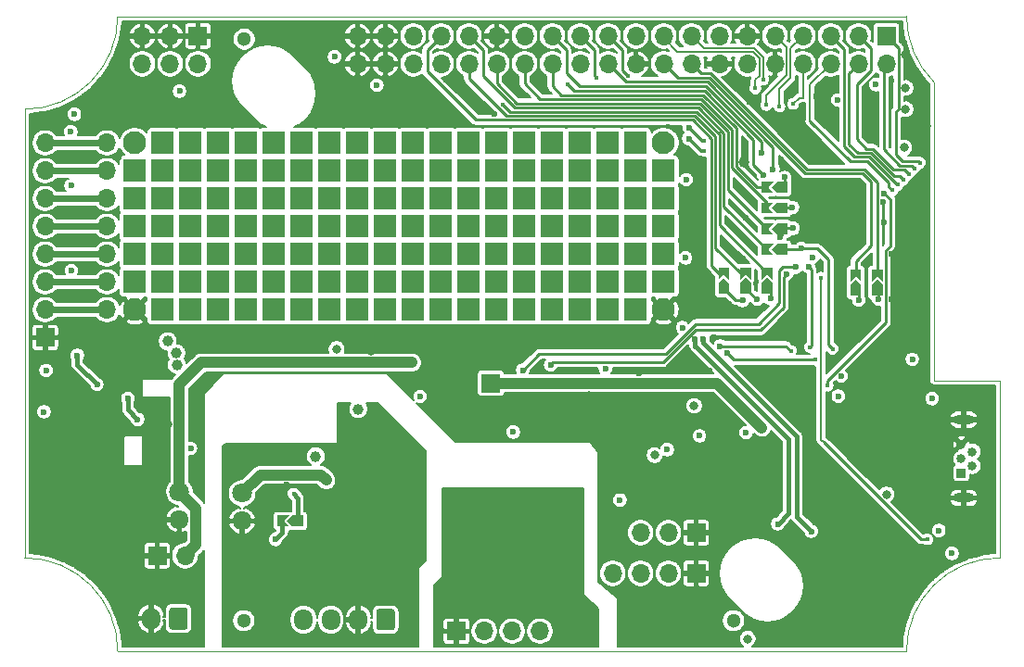
<source format=gbr>
%TF.GenerationSoftware,KiCad,Pcbnew,(5.1.9-0-10_14)*%
%TF.CreationDate,2021-01-30T20:50:45+02:00*%
%TF.ProjectId,SH-ESP32,53482d45-5350-4333-922e-6b696361645f,0.3.0*%
%TF.SameCoordinates,Original*%
%TF.FileFunction,Copper,L4,Bot*%
%TF.FilePolarity,Positive*%
%FSLAX46Y46*%
G04 Gerber Fmt 4.6, Leading zero omitted, Abs format (unit mm)*
G04 Created by KiCad (PCBNEW (5.1.9-0-10_14)) date 2021-01-30 20:50:45*
%MOMM*%
%LPD*%
G01*
G04 APERTURE LIST*
%TA.AperFunction,Profile*%
%ADD10C,0.050000*%
%TD*%
%TA.AperFunction,WasherPad*%
%ADD11C,1.300000*%
%TD*%
%TA.AperFunction,ComponentPad*%
%ADD12O,1.700000X1.950000*%
%TD*%
%TA.AperFunction,ComponentPad*%
%ADD13C,2.100000*%
%TD*%
%TA.AperFunction,ComponentPad*%
%ADD14R,1.700000X1.700000*%
%TD*%
%TA.AperFunction,ComponentPad*%
%ADD15O,1.700000X1.700000*%
%TD*%
%TA.AperFunction,ComponentPad*%
%ADD16O,1.700000X2.000000*%
%TD*%
%TA.AperFunction,ComponentPad*%
%ADD17R,0.840000X0.840000*%
%TD*%
%TA.AperFunction,ComponentPad*%
%ADD18C,0.840000*%
%TD*%
%TA.AperFunction,ComponentPad*%
%ADD19O,1.850000X0.850000*%
%TD*%
%TA.AperFunction,SMDPad,CuDef*%
%ADD20C,0.100000*%
%TD*%
%TA.AperFunction,ComponentPad*%
%ADD21C,1.800000*%
%TD*%
%TA.AperFunction,ComponentPad*%
%ADD22O,1.800000X1.700000*%
%TD*%
%TA.AperFunction,ComponentPad*%
%ADD23R,2.100000X2.100000*%
%TD*%
%TA.AperFunction,ViaPad*%
%ADD24C,0.450000*%
%TD*%
%TA.AperFunction,ViaPad*%
%ADD25C,0.600000*%
%TD*%
%TA.AperFunction,ViaPad*%
%ADD26C,0.800000*%
%TD*%
%TA.AperFunction,ViaPad*%
%ADD27C,1.000000*%
%TD*%
%TA.AperFunction,Conductor*%
%ADD28C,0.250000*%
%TD*%
%TA.AperFunction,Conductor*%
%ADD29C,1.000000*%
%TD*%
%TA.AperFunction,Conductor*%
%ADD30C,0.400000*%
%TD*%
%TA.AperFunction,Conductor*%
%ADD31C,0.200000*%
%TD*%
%TA.AperFunction,Conductor*%
%ADD32C,0.600000*%
%TD*%
%TA.AperFunction,Conductor*%
%ADD33C,0.100000*%
%TD*%
G04 APERTURE END LIST*
D10*
X178000000Y-90300000D02*
X178000000Y-106500000D01*
X172000000Y-90300000D02*
X172000000Y-63020000D01*
X178000000Y-90300000D02*
X172000000Y-90300000D01*
X169500000Y-115000000D02*
G75*
G02*
X178000000Y-106500000I8500000J0D01*
G01*
X89000000Y-106500000D02*
G75*
G02*
X97500000Y-115000000I0J-8500000D01*
G01*
X172000092Y-63020889D02*
G75*
G02*
X169500000Y-57000000I5999908J6020889D01*
G01*
X97500000Y-57000000D02*
G75*
G02*
X89000000Y-65500000I-8500000J0D01*
G01*
X169500000Y-115000000D02*
X97500000Y-115000000D01*
X169500000Y-57000000D02*
X97500000Y-57000000D01*
X89000000Y-65500000D02*
X89000000Y-106500000D01*
D11*
%TO.P,H903,*%
%TO.N,*%
X153700000Y-112250000D03*
%TD*%
%TO.P,H902,*%
%TO.N,*%
X109000000Y-112250000D03*
%TD*%
%TO.P,H901,*%
%TO.N,*%
X109050000Y-59100000D03*
%TD*%
D12*
%TO.P,J601,4*%
%TO.N,/CAN bus/CAN_L*%
X114450000Y-112150000D03*
%TO.P,J601,3*%
%TO.N,/CAN bus/CAN_H*%
X116950000Y-112150000D03*
%TO.P,J601,2*%
%TO.N,/CAN bus/CAN_GND*%
X119450000Y-112150000D03*
%TO.P,J601,1*%
%TO.N,/CAN bus/CAN_12V*%
%TA.AperFunction,ComponentPad*%
G36*
G01*
X122800000Y-111425000D02*
X122800000Y-112875000D01*
G75*
G02*
X122550000Y-113125000I-250000J0D01*
G01*
X121350000Y-113125000D01*
G75*
G02*
X121100000Y-112875000I0J250000D01*
G01*
X121100000Y-111425000D01*
G75*
G02*
X121350000Y-111175000I250000J0D01*
G01*
X122550000Y-111175000D01*
G75*
G02*
X122800000Y-111425000I0J-250000D01*
G01*
G37*
%TD.AperFunction*%
%TD*%
D13*
%TO.P,REF\u002A\u002A,1*%
%TO.N,GND*%
X147320000Y-83820000D03*
%TD*%
%TO.P,REF\u002A\u002A,1*%
%TO.N,GND*%
X99060000Y-83820000D03*
%TD*%
%TO.P,REF\u002A\u002A,1*%
%TO.N,+3V3*%
X99060000Y-68580000D03*
%TD*%
%TO.P,REF\u002A\u002A,1*%
%TO.N,+3V3*%
X147320000Y-68580000D03*
%TD*%
D14*
%TO.P,J702,1*%
%TO.N,GND*%
X150300000Y-107910000D03*
D15*
%TO.P,J702,2*%
%TO.N,/I2C/I2C_3V3*%
X147760000Y-107910000D03*
%TO.P,J702,3*%
%TO.N,/I2C/SCL_CONN*%
X145220000Y-107910000D03*
%TO.P,J702,4*%
%TO.N,/I2C/SDA_CONN*%
X142680000Y-107910000D03*
%TD*%
D16*
%TO.P,J301,2*%
%TO.N,GND*%
X100540000Y-112050000D03*
%TO.P,J301,1*%
%TO.N,/Power input/Vin*%
%TA.AperFunction,ComponentPad*%
G36*
G01*
X103890000Y-111300000D02*
X103890000Y-112800000D01*
G75*
G02*
X103640000Y-113050000I-250000J0D01*
G01*
X102440000Y-113050000D01*
G75*
G02*
X102190000Y-112800000I0J250000D01*
G01*
X102190000Y-111300000D01*
G75*
G02*
X102440000Y-111050000I250000J0D01*
G01*
X103640000Y-111050000D01*
G75*
G02*
X103890000Y-111300000I0J-250000D01*
G01*
G37*
%TD.AperFunction*%
%TD*%
D17*
%TO.P,J401,1*%
%TO.N,/USB/VBUS*%
X174500000Y-98750000D03*
D18*
%TO.P,J401,2*%
%TO.N,/USB/USB_D-*%
X175500000Y-98100000D03*
%TO.P,J401,3*%
%TO.N,/USB/USB_D+*%
X174500000Y-97450000D03*
%TO.P,J401,4*%
%TO.N,N/C*%
X175500000Y-96800000D03*
%TO.P,J401,5*%
%TO.N,GND*%
X174500000Y-96150000D03*
D19*
%TO.P,J401,6*%
X174720000Y-101025000D03*
X174720000Y-93875000D03*
%TD*%
D14*
%TO.P,J203,1*%
%TO.N,USB_5V*%
X131550000Y-90540000D03*
%TD*%
D15*
%TO.P,J202,6*%
%TO.N,+3V3*%
X99740000Y-61340000D03*
%TO.P,J202,5*%
%TO.N,GND*%
X99740000Y-58800000D03*
%TO.P,J202,4*%
%TO.N,+3V3*%
X102280000Y-61340000D03*
%TO.P,J202,3*%
%TO.N,GND*%
X102280000Y-58800000D03*
%TO.P,J202,2*%
%TO.N,+3V3*%
X104820000Y-61340000D03*
D14*
%TO.P,J202,1*%
%TO.N,GND*%
X104820000Y-58800000D03*
%TD*%
%TA.AperFunction,SMDPad,CuDef*%
D20*
%TO.P,JP206,2*%
%TO.N,/ESP32/IO32_C*%
G36*
X156235000Y-74020000D02*
G01*
X157385000Y-74020000D01*
X156885000Y-74520000D01*
X157385000Y-75020000D01*
X156235000Y-75020000D01*
X156235000Y-74020000D01*
G37*
%TD.AperFunction*%
%TA.AperFunction,SMDPad,CuDef*%
%TO.P,JP206,1*%
%TO.N,/ESP32/IO32*%
G36*
X157160000Y-74520000D02*
G01*
X157660000Y-74020000D01*
X158660000Y-74020000D01*
X158660000Y-75020000D01*
X157660000Y-75020000D01*
X157160000Y-74520000D01*
G37*
%TD.AperFunction*%
%TD*%
D15*
%TO.P,J201,40*%
%TO.N,GND*%
X119390000Y-61340000D03*
%TO.P,J201,39*%
X119390000Y-58800000D03*
%TO.P,J201,38*%
X121930000Y-61340000D03*
%TO.P,J201,37*%
X121930000Y-58800000D03*
%TO.P,J201,36*%
%TO.N,+3V3*%
X124470000Y-61340000D03*
%TO.P,J201,35*%
X124470000Y-58800000D03*
%TO.P,J201,34*%
%TO.N,/ESP32/IO17_C_SCL*%
X127010000Y-61340000D03*
%TO.P,J201,33*%
%TO.N,/ESP32/IO4_C*%
X127010000Y-58800000D03*
%TO.P,J201,32*%
%TO.N,/ESP32/IO16_C_SDA*%
X129550000Y-61340000D03*
%TO.P,J201,31*%
%TO.N,/ESP32/IO34_C*%
X129550000Y-58800000D03*
%TO.P,J201,30*%
%TO.N,/ESP32/IO35_C*%
X132090000Y-61340000D03*
%TO.P,J201,29*%
%TO.N,GND*%
X132090000Y-58800000D03*
%TO.P,J201,28*%
%TO.N,/ESP32/IO32_C*%
X134630000Y-61340000D03*
%TO.P,J201,27*%
%TO.N,/ESP32/IO15*%
X134630000Y-58800000D03*
%TO.P,J201,26*%
%TO.N,/ESP32/IO33_C*%
X137170000Y-61340000D03*
%TO.P,J201,25*%
%TO.N,/ESP32/IO13*%
X137170000Y-58800000D03*
%TO.P,J201,24*%
%TO.N,/ESP32/EN*%
X139710000Y-61340000D03*
%TO.P,J201,23*%
%TO.N,/ESP32/IO14*%
X139710000Y-58800000D03*
%TO.P,J201,22*%
%TO.N,/LED*%
X142250000Y-61340000D03*
%TO.P,J201,21*%
%TO.N,/ESP32/IO12*%
X142250000Y-58800000D03*
%TO.P,J201,20*%
%TO.N,GND*%
X144790000Y-61340000D03*
%TO.P,J201,19*%
%TO.N,+3V3*%
X144790000Y-58800000D03*
%TO.P,J201,18*%
%TO.N,/ESP32/RXD0_C*%
X147330000Y-61340000D03*
%TO.P,J201,17*%
%TO.N,/ESP32/SENSOR_VN*%
X147330000Y-58800000D03*
%TO.P,J201,16*%
%TO.N,/ESP32/TXD0_C*%
X149870000Y-61340000D03*
%TO.P,J201,15*%
%TO.N,/ESP32/SENSOR_VP*%
X149870000Y-58800000D03*
%TO.P,J201,14*%
%TO.N,GND*%
X152410000Y-61340000D03*
%TO.P,J201,13*%
%TO.N,+3V3*%
X152410000Y-58800000D03*
%TO.P,J201,12*%
%TO.N,/ESP32/IO0*%
X154950000Y-61340000D03*
%TO.P,J201,11*%
%TO.N,GND*%
X154950000Y-58800000D03*
%TO.P,J201,10*%
X157490000Y-61340000D03*
%TO.P,J201,9*%
%TO.N,/ESP32/IO27*%
X157490000Y-58800000D03*
%TO.P,J201,8*%
%TO.N,/ESP32/IO25*%
X160030000Y-61340000D03*
%TO.P,J201,7*%
%TO.N,/ESP32/IO26*%
X160030000Y-58800000D03*
%TO.P,J201,6*%
%TO.N,/ESP32/IO5*%
X162570000Y-61340000D03*
%TO.P,J201,5*%
%TO.N,/ESP32/IO18*%
X162570000Y-58800000D03*
%TO.P,J201,4*%
%TO.N,/ESP32/IO19*%
X165110000Y-61340000D03*
%TO.P,J201,3*%
%TO.N,/ESP32/IO21*%
X165110000Y-58800000D03*
%TO.P,J201,2*%
%TO.N,/ESP32/IO22*%
X167650000Y-61340000D03*
D14*
%TO.P,J201,1*%
%TO.N,/ESP32/IO23*%
X167650000Y-58800000D03*
%TD*%
%TA.AperFunction,SMDPad,CuDef*%
D20*
%TO.P,JP601,2*%
%TO.N,/CAN bus/CAN_H*%
G36*
X112022000Y-102624000D02*
G01*
X113172000Y-102624000D01*
X112672000Y-103124000D01*
X113172000Y-103624000D01*
X112022000Y-103624000D01*
X112022000Y-102624000D01*
G37*
%TD.AperFunction*%
%TA.AperFunction,SMDPad,CuDef*%
%TO.P,JP601,1*%
%TO.N,Net-(JP601-Pad1)*%
G36*
X112947000Y-103124000D02*
G01*
X113447000Y-102624000D01*
X114447000Y-102624000D01*
X114447000Y-103624000D01*
X113447000Y-103624000D01*
X112947000Y-103124000D01*
G37*
%TD.AperFunction*%
%TD*%
D21*
%TO.P,J303,1*%
%TO.N,/Power input/Vin_protected*%
X103124000Y-100457000D03*
D22*
%TO.P,J303,2*%
%TO.N,GND*%
X103124000Y-102997000D03*
%TD*%
D21*
%TO.P,J602,1*%
%TO.N,/CAN bus/CAN12V_prot*%
X108850000Y-100600000D03*
D22*
%TO.P,J602,2*%
%TO.N,/CAN bus/CAN_GND*%
X108850000Y-103140000D03*
%TD*%
D15*
%TO.P,J207,1*%
%TO.N,Net-(J206-Pad8)*%
X96520000Y-68580000D03*
%TO.P,J207,2*%
%TO.N,Net-(J206-Pad7)*%
X96520000Y-71120000D03*
%TO.P,J207,3*%
%TO.N,Net-(J206-Pad6)*%
X96520000Y-73660000D03*
%TO.P,J207,4*%
%TO.N,Net-(J206-Pad5)*%
X96520000Y-76200000D03*
%TO.P,J207,5*%
%TO.N,Net-(J206-Pad4)*%
X96520000Y-78740000D03*
%TO.P,J207,6*%
%TO.N,Net-(J206-Pad3)*%
X96520000Y-81280000D03*
%TO.P,J207,7*%
%TO.N,Net-(J206-Pad2)*%
X96520000Y-83820000D03*
%TD*%
D23*
%TO.P,REF\u002A\u002A,1*%
%TO.N,N/C*%
X101600000Y-81280000D03*
%TD*%
%TO.P,REF\u002A\u002A,1*%
%TO.N,N/C*%
X104140000Y-81280000D03*
%TD*%
%TO.P,REF\u002A\u002A,1*%
%TO.N,N/C*%
X104140000Y-78740000D03*
%TD*%
%TO.P,REF\u002A\u002A,1*%
%TO.N,N/C*%
X104140000Y-73660000D03*
%TD*%
%TO.P,REF\u002A\u002A,1*%
%TO.N,N/C*%
X99060000Y-73660000D03*
%TD*%
%TO.P,REF\u002A\u002A,1*%
%TO.N,N/C*%
X101600000Y-73660000D03*
%TD*%
%TO.P,REF\u002A\u002A,1*%
%TO.N,N/C*%
X101600000Y-71120000D03*
%TD*%
%TO.P,REF\u002A\u002A,1*%
%TO.N,N/C*%
X101600000Y-78740000D03*
%TD*%
%TO.P,REF\u002A\u002A,1*%
%TO.N,N/C*%
X101600000Y-76200000D03*
%TD*%
%TO.P,REF\u002A\u002A,1*%
%TO.N,N/C*%
X99060000Y-78740000D03*
%TD*%
%TO.P,REF\u002A\u002A,1*%
%TO.N,N/C*%
X99060000Y-76200000D03*
%TD*%
%TO.P,REF\u002A\u002A,1*%
%TO.N,N/C*%
X99060000Y-81280000D03*
%TD*%
%TO.P,REF\u002A\u002A,1*%
%TO.N,N/C*%
X99060000Y-71120000D03*
%TD*%
%TO.P,REF\u002A\u002A,1*%
%TO.N,N/C*%
X104140000Y-76200000D03*
%TD*%
%TO.P,REF\u002A\u002A,1*%
%TO.N,N/C*%
X104140000Y-71120000D03*
%TD*%
%TO.P,REF\u002A\u002A,1*%
%TO.N,N/C*%
X104140000Y-83820000D03*
%TD*%
%TO.P,REF\u002A\u002A,1*%
%TO.N,N/C*%
X101600000Y-83820000D03*
%TD*%
%TO.P,REF\u002A\u002A,1*%
%TO.N,N/C*%
X104140000Y-68580000D03*
%TD*%
%TO.P,REF\u002A\u002A,1*%
%TO.N,N/C*%
X101600000Y-68580000D03*
%TD*%
D15*
%TO.P,J206,8*%
%TO.N,Net-(J206-Pad8)*%
X90875000Y-68580000D03*
%TO.P,J206,7*%
%TO.N,Net-(J206-Pad7)*%
X90875000Y-71120000D03*
%TO.P,J206,6*%
%TO.N,Net-(J206-Pad6)*%
X90875000Y-73660000D03*
%TO.P,J206,5*%
%TO.N,Net-(J206-Pad5)*%
X90875000Y-76200000D03*
%TO.P,J206,4*%
%TO.N,Net-(J206-Pad4)*%
X90875000Y-78740000D03*
%TO.P,J206,3*%
%TO.N,Net-(J206-Pad3)*%
X90875000Y-81280000D03*
%TO.P,J206,2*%
%TO.N,Net-(J206-Pad2)*%
X90875000Y-83820000D03*
D14*
%TO.P,J206,1*%
%TO.N,GND*%
X90875000Y-86360000D03*
%TD*%
D15*
%TO.P,J302,2*%
%TO.N,/Power input/Vin_protected*%
X103640000Y-106300000D03*
D14*
%TO.P,J302,1*%
%TO.N,GND*%
X101100000Y-106300000D03*
%TD*%
%TA.AperFunction,SMDPad,CuDef*%
D20*
%TO.P,JP208,2*%
%TO.N,/ESP32/IO35_C*%
G36*
X156235000Y-75920000D02*
G01*
X157385000Y-75920000D01*
X156885000Y-76420000D01*
X157385000Y-76920000D01*
X156235000Y-76920000D01*
X156235000Y-75920000D01*
G37*
%TD.AperFunction*%
%TA.AperFunction,SMDPad,CuDef*%
%TO.P,JP208,1*%
%TO.N,/ESP32/IO35*%
G36*
X157160000Y-76420000D02*
G01*
X157660000Y-75920000D01*
X158660000Y-75920000D01*
X158660000Y-76920000D01*
X157660000Y-76920000D01*
X157160000Y-76420000D01*
G37*
%TD.AperFunction*%
%TD*%
%TA.AperFunction,SMDPad,CuDef*%
%TO.P,JP209,2*%
%TO.N,/ESP32/IO33_C*%
G36*
X156235000Y-72120000D02*
G01*
X157385000Y-72120000D01*
X156885000Y-72620000D01*
X157385000Y-73120000D01*
X156235000Y-73120000D01*
X156235000Y-72120000D01*
G37*
%TD.AperFunction*%
%TA.AperFunction,SMDPad,CuDef*%
%TO.P,JP209,1*%
%TO.N,/ESP32/IO33*%
G36*
X157160000Y-72620000D02*
G01*
X157660000Y-72120000D01*
X158660000Y-72120000D01*
X158660000Y-73120000D01*
X157660000Y-73120000D01*
X157160000Y-72620000D01*
G37*
%TD.AperFunction*%
%TD*%
%TA.AperFunction,SMDPad,CuDef*%
%TO.P,JP207,2*%
%TO.N,/ESP32/IO4_C*%
G36*
X153330000Y-79960000D02*
G01*
X153330000Y-81110000D01*
X152830000Y-80610000D01*
X152330000Y-81110000D01*
X152330000Y-79960000D01*
X153330000Y-79960000D01*
G37*
%TD.AperFunction*%
%TA.AperFunction,SMDPad,CuDef*%
%TO.P,JP207,1*%
%TO.N,/ESP32/IO4*%
G36*
X152830000Y-80885000D02*
G01*
X153330000Y-81385000D01*
X153330000Y-82385000D01*
X152330000Y-82385000D01*
X152330000Y-81385000D01*
X152830000Y-80885000D01*
G37*
%TD.AperFunction*%
%TD*%
%TA.AperFunction,SMDPad,CuDef*%
%TO.P,JP205,2*%
%TO.N,/ESP32/IO34_C*%
G36*
X156235000Y-77820000D02*
G01*
X157385000Y-77820000D01*
X156885000Y-78320000D01*
X157385000Y-78820000D01*
X156235000Y-78820000D01*
X156235000Y-77820000D01*
G37*
%TD.AperFunction*%
%TA.AperFunction,SMDPad,CuDef*%
%TO.P,JP205,1*%
%TO.N,/ESP32/IO34*%
G36*
X157160000Y-78320000D02*
G01*
X157660000Y-77820000D01*
X158660000Y-77820000D01*
X158660000Y-78820000D01*
X157660000Y-78820000D01*
X157160000Y-78320000D01*
G37*
%TD.AperFunction*%
%TD*%
%TA.AperFunction,SMDPad,CuDef*%
%TO.P,JP204,2*%
%TO.N,/ESP32/IO16_C_SDA*%
G36*
X155300000Y-79950000D02*
G01*
X155300000Y-81100000D01*
X154800000Y-80600000D01*
X154300000Y-81100000D01*
X154300000Y-79950000D01*
X155300000Y-79950000D01*
G37*
%TD.AperFunction*%
%TA.AperFunction,SMDPad,CuDef*%
%TO.P,JP204,1*%
%TO.N,/ESP32/IO16*%
G36*
X154800000Y-80875000D02*
G01*
X155300000Y-81375000D01*
X155300000Y-82375000D01*
X154300000Y-82375000D01*
X154300000Y-81375000D01*
X154800000Y-80875000D01*
G37*
%TD.AperFunction*%
%TD*%
%TA.AperFunction,SMDPad,CuDef*%
%TO.P,JP203,2*%
%TO.N,/ESP32/RXD0_C*%
G36*
X165360000Y-80120000D02*
G01*
X165360000Y-81270000D01*
X164860000Y-80770000D01*
X164360000Y-81270000D01*
X164360000Y-80120000D01*
X165360000Y-80120000D01*
G37*
%TD.AperFunction*%
%TA.AperFunction,SMDPad,CuDef*%
%TO.P,JP203,1*%
%TO.N,/ESP32/RXD0*%
G36*
X164860000Y-81045000D02*
G01*
X165360000Y-81545000D01*
X165360000Y-82545000D01*
X164360000Y-82545000D01*
X164360000Y-81545000D01*
X164860000Y-81045000D01*
G37*
%TD.AperFunction*%
%TD*%
%TA.AperFunction,SMDPad,CuDef*%
%TO.P,JP202,2*%
%TO.N,/ESP32/TXD0_C*%
G36*
X167320000Y-80120000D02*
G01*
X167320000Y-81270000D01*
X166820000Y-80770000D01*
X166320000Y-81270000D01*
X166320000Y-80120000D01*
X167320000Y-80120000D01*
G37*
%TD.AperFunction*%
%TA.AperFunction,SMDPad,CuDef*%
%TO.P,JP202,1*%
%TO.N,/ESP32/TXD0*%
G36*
X166820000Y-81045000D02*
G01*
X167320000Y-81545000D01*
X167320000Y-82545000D01*
X166320000Y-82545000D01*
X166320000Y-81545000D01*
X166820000Y-81045000D01*
G37*
%TD.AperFunction*%
%TD*%
%TA.AperFunction,SMDPad,CuDef*%
%TO.P,JP201,2*%
%TO.N,/ESP32/IO17_C_SCL*%
G36*
X157280000Y-79955000D02*
G01*
X157280000Y-81105000D01*
X156780000Y-80605000D01*
X156280000Y-81105000D01*
X156280000Y-79955000D01*
X157280000Y-79955000D01*
G37*
%TD.AperFunction*%
%TA.AperFunction,SMDPad,CuDef*%
%TO.P,JP201,1*%
%TO.N,/ESP32/IO17*%
G36*
X156780000Y-80880000D02*
G01*
X157280000Y-81380000D01*
X157280000Y-82380000D01*
X156280000Y-82380000D01*
X156280000Y-81380000D01*
X156780000Y-80880000D01*
G37*
%TD.AperFunction*%
%TD*%
D23*
%TO.P,REF\u002A\u002A,1*%
%TO.N,N/C*%
X109220000Y-68580000D03*
%TD*%
%TO.P,REF\u002A\u002A,1*%
%TO.N,N/C*%
X106680000Y-68580000D03*
%TD*%
%TO.P,REF\u002A\u002A,1*%
%TO.N,N/C*%
X147320000Y-71120000D03*
%TD*%
%TO.P,REF\u002A\u002A,1*%
%TO.N,N/C*%
X144780000Y-68580000D03*
%TD*%
%TO.P,REF\u002A\u002A,1*%
%TO.N,N/C*%
X147320000Y-76200000D03*
%TD*%
%TO.P,REF\u002A\u002A,1*%
%TO.N,N/C*%
X147320000Y-78740000D03*
%TD*%
%TO.P,REF\u002A\u002A,1*%
%TO.N,N/C*%
X147320000Y-81280000D03*
%TD*%
%TO.P,REF\u002A\u002A,1*%
%TO.N,N/C*%
X147320000Y-73660000D03*
%TD*%
%TO.P,REF\u002A\u002A,1*%
%TO.N,N/C*%
X124460000Y-68580000D03*
%TD*%
%TO.P,REF\u002A\u002A,1*%
%TO.N,N/C*%
X114300000Y-68580000D03*
%TD*%
%TO.P,REF\u002A\u002A,1*%
%TO.N,N/C*%
X132080000Y-68580000D03*
%TD*%
%TO.P,REF\u002A\u002A,1*%
%TO.N,N/C*%
X127000000Y-68580000D03*
%TD*%
%TO.P,REF\u002A\u002A,1*%
%TO.N,N/C*%
X129540000Y-68580000D03*
%TD*%
%TO.P,REF\u002A\u002A,1*%
%TO.N,N/C*%
X119380000Y-68580000D03*
%TD*%
%TO.P,REF\u002A\u002A,1*%
%TO.N,N/C*%
X139700000Y-68580000D03*
%TD*%
%TO.P,REF\u002A\u002A,1*%
%TO.N,N/C*%
X137160000Y-68580000D03*
%TD*%
%TO.P,REF\u002A\u002A,1*%
%TO.N,N/C*%
X116840000Y-68580000D03*
%TD*%
%TO.P,REF\u002A\u002A,1*%
%TO.N,N/C*%
X111760000Y-68580000D03*
%TD*%
%TO.P,REF\u002A\u002A,1*%
%TO.N,N/C*%
X134620000Y-68580000D03*
%TD*%
%TO.P,REF\u002A\u002A,1*%
%TO.N,N/C*%
X121920000Y-68580000D03*
%TD*%
%TO.P,REF\u002A\u002A,1*%
%TO.N,N/C*%
X142240000Y-68580000D03*
%TD*%
%TO.P,REF\u002A\u002A,1*%
%TO.N,N/C*%
X121920000Y-83820000D03*
%TD*%
%TO.P,REF\u002A\u002A,1*%
%TO.N,N/C*%
X109220000Y-83820000D03*
%TD*%
%TO.P,REF\u002A\u002A,1*%
%TO.N,N/C*%
X111760000Y-83820000D03*
%TD*%
%TO.P,REF\u002A\u002A,1*%
%TO.N,N/C*%
X127000000Y-83820000D03*
%TD*%
%TO.P,REF\u002A\u002A,1*%
%TO.N,N/C*%
X134620000Y-83820000D03*
%TD*%
%TO.P,REF\u002A\u002A,1*%
%TO.N,N/C*%
X119380000Y-83820000D03*
%TD*%
%TO.P,REF\u002A\u002A,1*%
%TO.N,N/C*%
X137160000Y-83820000D03*
%TD*%
%TO.P,REF\u002A\u002A,1*%
%TO.N,N/C*%
X139700000Y-83820000D03*
%TD*%
%TO.P,REF\u002A\u002A,1*%
%TO.N,N/C*%
X142240000Y-83820000D03*
%TD*%
%TO.P,REF\u002A\u002A,1*%
%TO.N,N/C*%
X144780000Y-83820000D03*
%TD*%
%TO.P,REF\u002A\u002A,1*%
%TO.N,N/C*%
X124460000Y-83820000D03*
%TD*%
%TO.P,REF\u002A\u002A,1*%
%TO.N,N/C*%
X106680000Y-83820000D03*
%TD*%
%TO.P,REF\u002A\u002A,1*%
%TO.N,N/C*%
X114300000Y-83820000D03*
%TD*%
%TO.P,REF\u002A\u002A,1*%
%TO.N,N/C*%
X116840000Y-83820000D03*
%TD*%
%TO.P,REF\u002A\u002A,1*%
%TO.N,N/C*%
X132080000Y-83820000D03*
%TD*%
%TO.P,REF\u002A\u002A,1*%
%TO.N,N/C*%
X129540000Y-83820000D03*
%TD*%
%TO.P,REF\u002A\u002A,1*%
%TO.N,N/C*%
X114300000Y-73660000D03*
%TD*%
%TO.P,REF\u002A\u002A,1*%
%TO.N,N/C*%
X111760000Y-71120000D03*
%TD*%
%TO.P,REF\u002A\u002A,1*%
%TO.N,N/C*%
X111760000Y-76200000D03*
%TD*%
%TO.P,REF\u002A\u002A,1*%
%TO.N,N/C*%
X124460000Y-76200000D03*
%TD*%
%TO.P,REF\u002A\u002A,1*%
%TO.N,N/C*%
X106680000Y-71120000D03*
%TD*%
%TO.P,REF\u002A\u002A,1*%
%TO.N,N/C*%
X106680000Y-81280000D03*
%TD*%
%TO.P,REF\u002A\u002A,1*%
%TO.N,N/C*%
X106680000Y-76200000D03*
%TD*%
%TO.P,REF\u002A\u002A,1*%
%TO.N,N/C*%
X106680000Y-78740000D03*
%TD*%
%TO.P,REF\u002A\u002A,1*%
%TO.N,N/C*%
X109220000Y-76200000D03*
%TD*%
%TO.P,REF\u002A\u002A,1*%
%TO.N,N/C*%
X109220000Y-78740000D03*
%TD*%
%TO.P,REF\u002A\u002A,1*%
%TO.N,N/C*%
X109220000Y-71120000D03*
%TD*%
%TO.P,REF\u002A\u002A,1*%
%TO.N,N/C*%
X109220000Y-73660000D03*
%TD*%
%TO.P,REF\u002A\u002A,1*%
%TO.N,N/C*%
X106680000Y-73660000D03*
%TD*%
%TO.P,REF\u002A\u002A,1*%
%TO.N,N/C*%
X114300000Y-76200000D03*
%TD*%
%TO.P,REF\u002A\u002A,1*%
%TO.N,N/C*%
X114300000Y-78740000D03*
%TD*%
%TO.P,REF\u002A\u002A,1*%
%TO.N,N/C*%
X111760000Y-73660000D03*
%TD*%
%TO.P,REF\u002A\u002A,1*%
%TO.N,N/C*%
X114300000Y-81280000D03*
%TD*%
%TO.P,REF\u002A\u002A,1*%
%TO.N,N/C*%
X111760000Y-78740000D03*
%TD*%
%TO.P,REF\u002A\u002A,1*%
%TO.N,N/C*%
X124460000Y-78740000D03*
%TD*%
%TO.P,REF\u002A\u002A,1*%
%TO.N,N/C*%
X116840000Y-81280000D03*
%TD*%
%TO.P,REF\u002A\u002A,1*%
%TO.N,N/C*%
X116840000Y-76200000D03*
%TD*%
%TO.P,REF\u002A\u002A,1*%
%TO.N,N/C*%
X116840000Y-78740000D03*
%TD*%
%TO.P,REF\u002A\u002A,1*%
%TO.N,N/C*%
X119380000Y-76200000D03*
%TD*%
%TO.P,REF\u002A\u002A,1*%
%TO.N,N/C*%
X119380000Y-78740000D03*
%TD*%
%TO.P,REF\u002A\u002A,1*%
%TO.N,N/C*%
X119380000Y-71120000D03*
%TD*%
%TO.P,REF\u002A\u002A,1*%
%TO.N,N/C*%
X119380000Y-73660000D03*
%TD*%
%TO.P,REF\u002A\u002A,1*%
%TO.N,N/C*%
X116840000Y-73660000D03*
%TD*%
%TO.P,REF\u002A\u002A,1*%
%TO.N,N/C*%
X116840000Y-71120000D03*
%TD*%
%TO.P,REF\u002A\u002A,1*%
%TO.N,N/C*%
X119380000Y-81280000D03*
%TD*%
%TO.P,REF\u002A\u002A,1*%
%TO.N,N/C*%
X121920000Y-76200000D03*
%TD*%
%TO.P,REF\u002A\u002A,1*%
%TO.N,N/C*%
X121920000Y-78740000D03*
%TD*%
%TO.P,REF\u002A\u002A,1*%
%TO.N,N/C*%
X121920000Y-81280000D03*
%TD*%
%TO.P,REF\u002A\u002A,1*%
%TO.N,N/C*%
X121920000Y-73660000D03*
%TD*%
%TO.P,REF\u002A\u002A,1*%
%TO.N,N/C*%
X121920000Y-71120000D03*
%TD*%
%TO.P,REF\u002A\u002A,1*%
%TO.N,N/C*%
X124460000Y-81280000D03*
%TD*%
%TO.P,REF\u002A\u002A,1*%
%TO.N,N/C*%
X124460000Y-73660000D03*
%TD*%
%TO.P,REF\u002A\u002A,1*%
%TO.N,N/C*%
X114300000Y-71120000D03*
%TD*%
%TO.P,REF\u002A\u002A,1*%
%TO.N,N/C*%
X111760000Y-81280000D03*
%TD*%
%TO.P,REF\u002A\u002A,1*%
%TO.N,N/C*%
X109220000Y-81280000D03*
%TD*%
%TO.P,REF\u002A\u002A,1*%
%TO.N,N/C*%
X124460000Y-71120000D03*
%TD*%
%TO.P,REF\u002A\u002A,1*%
%TO.N,N/C*%
X134620000Y-76200000D03*
%TD*%
%TO.P,REF\u002A\u002A,1*%
%TO.N,N/C*%
X134620000Y-78740000D03*
%TD*%
%TO.P,REF\u002A\u002A,1*%
%TO.N,N/C*%
X127000000Y-81280000D03*
%TD*%
%TO.P,REF\u002A\u002A,1*%
%TO.N,N/C*%
X127000000Y-76200000D03*
%TD*%
%TO.P,REF\u002A\u002A,1*%
%TO.N,N/C*%
X127000000Y-78740000D03*
%TD*%
%TO.P,REF\u002A\u002A,1*%
%TO.N,N/C*%
X129540000Y-76200000D03*
%TD*%
%TO.P,REF\u002A\u002A,1*%
%TO.N,N/C*%
X129540000Y-78740000D03*
%TD*%
%TO.P,REF\u002A\u002A,1*%
%TO.N,N/C*%
X129540000Y-71120000D03*
%TD*%
%TO.P,REF\u002A\u002A,1*%
%TO.N,N/C*%
X129540000Y-73660000D03*
%TD*%
%TO.P,REF\u002A\u002A,1*%
%TO.N,N/C*%
X127000000Y-73660000D03*
%TD*%
%TO.P,REF\u002A\u002A,1*%
%TO.N,N/C*%
X127000000Y-71120000D03*
%TD*%
%TO.P,REF\u002A\u002A,1*%
%TO.N,N/C*%
X129540000Y-81280000D03*
%TD*%
%TO.P,REF\u002A\u002A,1*%
%TO.N,N/C*%
X132080000Y-76200000D03*
%TD*%
%TO.P,REF\u002A\u002A,1*%
%TO.N,N/C*%
X132080000Y-78740000D03*
%TD*%
%TO.P,REF\u002A\u002A,1*%
%TO.N,N/C*%
X132080000Y-81280000D03*
%TD*%
%TO.P,REF\u002A\u002A,1*%
%TO.N,N/C*%
X132080000Y-73660000D03*
%TD*%
%TO.P,REF\u002A\u002A,1*%
%TO.N,N/C*%
X132080000Y-71120000D03*
%TD*%
%TO.P,REF\u002A\u002A,1*%
%TO.N,N/C*%
X134620000Y-81280000D03*
%TD*%
%TO.P,REF\u002A\u002A,1*%
%TO.N,N/C*%
X134620000Y-73660000D03*
%TD*%
%TO.P,REF\u002A\u002A,1*%
%TO.N,N/C*%
X134620000Y-71120000D03*
%TD*%
%TO.P,REF\u002A\u002A,1*%
%TO.N,N/C*%
X139700000Y-76200000D03*
%TD*%
%TO.P,REF\u002A\u002A,1*%
%TO.N,N/C*%
X139700000Y-78740000D03*
%TD*%
%TO.P,REF\u002A\u002A,1*%
%TO.N,N/C*%
X137160000Y-76200000D03*
%TD*%
%TO.P,REF\u002A\u002A,1*%
%TO.N,N/C*%
X137160000Y-78740000D03*
%TD*%
%TO.P,REF\u002A\u002A,1*%
%TO.N,N/C*%
X137160000Y-81280000D03*
%TD*%
%TO.P,REF\u002A\u002A,1*%
%TO.N,N/C*%
X137160000Y-73660000D03*
%TD*%
%TO.P,REF\u002A\u002A,1*%
%TO.N,N/C*%
X137160000Y-71120000D03*
%TD*%
%TO.P,REF\u002A\u002A,1*%
%TO.N,N/C*%
X139700000Y-81280000D03*
%TD*%
%TO.P,REF\u002A\u002A,1*%
%TO.N,N/C*%
X139700000Y-73660000D03*
%TD*%
%TO.P,REF\u002A\u002A,1*%
%TO.N,N/C*%
X139700000Y-71120000D03*
%TD*%
%TO.P,REF\u002A\u002A,1*%
%TO.N,N/C*%
X142240000Y-76200000D03*
%TD*%
%TO.P,REF\u002A\u002A,1*%
%TO.N,N/C*%
X142240000Y-78740000D03*
%TD*%
%TO.P,REF\u002A\u002A,1*%
%TO.N,N/C*%
X142240000Y-81280000D03*
%TD*%
%TO.P,REF\u002A\u002A,1*%
%TO.N,N/C*%
X142240000Y-73660000D03*
%TD*%
%TO.P,REF\u002A\u002A,1*%
%TO.N,N/C*%
X142240000Y-71120000D03*
%TD*%
%TO.P,REF\u002A\u002A,1*%
%TO.N,N/C*%
X144780000Y-73660000D03*
%TD*%
%TO.P,REF\u002A\u002A,1*%
%TO.N,N/C*%
X144780000Y-71120000D03*
%TD*%
%TO.P,REF\u002A\u002A,1*%
%TO.N,N/C*%
X144780000Y-78740000D03*
%TD*%
%TO.P,REF\u002A\u002A,1*%
%TO.N,N/C*%
X144780000Y-76200000D03*
%TD*%
%TO.P,REF\u002A\u002A,1*%
%TO.N,N/C*%
X144780000Y-81280000D03*
%TD*%
D14*
%TO.P,J801,1*%
%TO.N,GND*%
X150300000Y-104200000D03*
D15*
%TO.P,J801,2*%
%TO.N,/Onewire/Onewire_3V3*%
X147760000Y-104200000D03*
%TO.P,J801,3*%
%TO.N,/Onewire/DQ_CONN*%
X145220000Y-104200000D03*
%TD*%
%TO.P,J901,4*%
%TO.N,/Optocouplers/ISO_OUT_CONN*%
X136040000Y-113200000D03*
%TO.P,J901,3*%
%TO.N,/Optocouplers/ISO_IN_CONN*%
X133500000Y-113200000D03*
%TO.P,J901,2*%
%TO.N,/Optocouplers/V_ISO_CONN*%
X130960000Y-113200000D03*
D14*
%TO.P,J901,1*%
%TO.N,/Optocouplers/ISO_GND*%
X128420000Y-113200000D03*
%TD*%
D24*
%TO.N,GND*%
X153040000Y-86330000D03*
D25*
X173600000Y-95060000D03*
X175410000Y-99820000D03*
X175470000Y-95030000D03*
X173430000Y-100150000D03*
D26*
X161290000Y-77216000D03*
X162306000Y-77216000D03*
X163322000Y-77216000D03*
X164338000Y-77216000D03*
X164846000Y-76200000D03*
X163830000Y-76200000D03*
X162814000Y-76200000D03*
X161798000Y-76200000D03*
X161798000Y-74168000D03*
X162814000Y-74168000D03*
X163830000Y-74168000D03*
X164846000Y-74168000D03*
X164338000Y-73152000D03*
X163322000Y-73152000D03*
X162306000Y-73152000D03*
X161290000Y-73152000D03*
D25*
X151750000Y-110450000D03*
D26*
X140500000Y-91700000D03*
X171200000Y-84490000D03*
X171200000Y-69100000D03*
X95680000Y-88066000D03*
X96442000Y-89336000D03*
X94369000Y-105764000D03*
X94369000Y-104748000D03*
X94369000Y-103732000D03*
X90940000Y-105764000D03*
X90940000Y-104748000D03*
X90940000Y-103732000D03*
D27*
X154686000Y-70358000D03*
D26*
X171190000Y-86680000D03*
X171160000Y-83100000D03*
D25*
X160939000Y-91899000D03*
X143333000Y-98935000D03*
X163539000Y-87480000D03*
X93254000Y-82528000D03*
X93229000Y-74892000D03*
X105418000Y-63846000D03*
X171831000Y-94234000D03*
X93207000Y-69858000D03*
X95827000Y-65955000D03*
D26*
X108077000Y-87122000D03*
X109728000Y-87122004D03*
D25*
X129413000Y-93599000D03*
X136906000Y-94996000D03*
D26*
X120642000Y-87616010D03*
D25*
X139966864Y-89444864D03*
X133477000Y-93726000D03*
X132500000Y-95050000D03*
X96700000Y-109800000D03*
X97350000Y-104800000D03*
X97458000Y-88574000D03*
X101000000Y-60000000D03*
X99250000Y-66500000D03*
X165250000Y-101250000D03*
X158000000Y-113950000D03*
X159600000Y-104300000D03*
X159450000Y-114200000D03*
X153300000Y-114200000D03*
X138790000Y-91640000D03*
X140200000Y-93700000D03*
X137287000Y-91694000D03*
X145050000Y-89600000D03*
X152800000Y-94350000D03*
X107200000Y-66600000D03*
X106650000Y-60550000D03*
X117150000Y-64000000D03*
X93150000Y-77475000D03*
X93650000Y-85250000D03*
X89975000Y-74925000D03*
X89975000Y-80025000D03*
X89975000Y-82550000D03*
X103500000Y-60000000D03*
X128800000Y-95050000D03*
X143800000Y-110900000D03*
X143750000Y-114250000D03*
X153300000Y-95700000D03*
X176911000Y-90932000D03*
X89975000Y-77500000D03*
X92350000Y-66050000D03*
X108050000Y-57850000D03*
X96500000Y-62500000D03*
X89975000Y-72375000D03*
X98250000Y-64000000D03*
X160910000Y-95760000D03*
X140350000Y-95250000D03*
X90000000Y-66150000D03*
X89975000Y-69875000D03*
X110850000Y-57900000D03*
X145200000Y-91550000D03*
X172850000Y-91750000D03*
X174850000Y-91600000D03*
X94400000Y-107000000D03*
X97425000Y-82575000D03*
X97575000Y-69925000D03*
X112776000Y-85598000D03*
X105156000Y-85598000D03*
D26*
X151500000Y-92550000D03*
D25*
X91763510Y-93152490D03*
X126365000Y-92837000D03*
D26*
X170196541Y-93679041D03*
D25*
X163500000Y-103400000D03*
X171958000Y-100520500D03*
X123253500Y-90170000D03*
X126210000Y-87240000D03*
X128100000Y-92650000D03*
X105000000Y-98550000D03*
X168450000Y-96550000D03*
D26*
X168000000Y-93100000D03*
D25*
X121150000Y-65670000D03*
X149390000Y-69590000D03*
X149380000Y-76480000D03*
D24*
X150850000Y-84300000D03*
X145630000Y-86360000D03*
X138160000Y-86390000D03*
X138030000Y-89490000D03*
X144400000Y-86300000D03*
X160850000Y-90100000D03*
X156300000Y-90950000D03*
X170860000Y-92860000D03*
X170040000Y-82950000D03*
X170390000Y-77240000D03*
X163100000Y-79950000D03*
X161660000Y-79980000D03*
D25*
X167440000Y-75800000D03*
X167380000Y-74000000D03*
X131900000Y-65900000D03*
X127330000Y-66930000D03*
X121020000Y-66840000D03*
X116950000Y-66850000D03*
X154900000Y-73440000D03*
X154800000Y-75440000D03*
X154700000Y-77310000D03*
X154540000Y-79160000D03*
X151970000Y-86320000D03*
X172100000Y-108100000D03*
X169600000Y-111300000D03*
X146700000Y-114200000D03*
X161550000Y-105100000D03*
X152650000Y-103900000D03*
X147200000Y-106100000D03*
X149700000Y-114300000D03*
X161750000Y-111450000D03*
X151800000Y-112150000D03*
X170070000Y-80320000D03*
X170920000Y-78640000D03*
X152050000Y-83350000D03*
X132000000Y-88050000D03*
X151550000Y-89400000D03*
X163390000Y-70340000D03*
X161480000Y-72120000D03*
X168150000Y-62850000D03*
X153650000Y-62600000D03*
X158750000Y-64300000D03*
X127500000Y-62800000D03*
X135850000Y-57750000D03*
X134410000Y-64190000D03*
X136290000Y-63750000D03*
X125890000Y-63180000D03*
X163910000Y-101330000D03*
X161030000Y-101160000D03*
X168148000Y-78676500D03*
X168148000Y-82867500D03*
X163449000Y-82931000D03*
X164211000Y-78422500D03*
X166550000Y-91100000D03*
X149415500Y-72961500D03*
X151100000Y-57750000D03*
X143500000Y-57750000D03*
X125750000Y-57750000D03*
X166150000Y-57650000D03*
X161250000Y-57750000D03*
X158051500Y-70104000D03*
X159004000Y-81407000D03*
X166052500Y-83121500D03*
X155200000Y-64850000D03*
X171150000Y-81350000D03*
X148150000Y-85575000D03*
X177050000Y-96200000D03*
X176990000Y-98910000D03*
X153000000Y-93100000D03*
X158900000Y-92300000D03*
X156100000Y-103400000D03*
D26*
X162100000Y-113025000D03*
X168350000Y-113050000D03*
X162050000Y-107025000D03*
D25*
X143140000Y-95490000D03*
X143140000Y-97660000D03*
D26*
X146400000Y-100310000D03*
D25*
X151305000Y-101980000D03*
X152810000Y-97150000D03*
X154860000Y-97360000D03*
D27*
X156900000Y-98500000D03*
D25*
X168400000Y-106900000D03*
X169600000Y-106700000D03*
X161250000Y-64350000D03*
X117200000Y-58150000D03*
X148450000Y-95700000D03*
X176700000Y-102800000D03*
X176650000Y-104900000D03*
D27*
X171300000Y-106450000D03*
D26*
X171250000Y-65450000D03*
X169404001Y-60550000D03*
X170650000Y-64100000D03*
X171300000Y-67000000D03*
D25*
X165850000Y-64350000D03*
D24*
X155700000Y-81400000D03*
X147700000Y-67050000D03*
X148850000Y-68150000D03*
X159850000Y-69050000D03*
D25*
X171350000Y-90350000D03*
X148750000Y-89350000D03*
X169400000Y-87400000D03*
D26*
X97325000Y-92325000D03*
X95600000Y-92400000D03*
D27*
X95775000Y-99025000D03*
D25*
X90974998Y-90350000D03*
D27*
X99100000Y-85900000D03*
X92750000Y-91350000D03*
X92050000Y-96450000D03*
D25*
X98600000Y-94700000D03*
X100400000Y-94700000D03*
X99000000Y-100000000D03*
X99000000Y-98450000D03*
X94700000Y-102300000D03*
X102050000Y-99300000D03*
X105000000Y-100600000D03*
X101500000Y-100800000D03*
X99400000Y-102550000D03*
X99450000Y-88650000D03*
X94700000Y-99850000D03*
X101500000Y-96450000D03*
X89850000Y-84900000D03*
X89950000Y-88050000D03*
X89950000Y-91400000D03*
X89950000Y-94050000D03*
X89950000Y-99000000D03*
X89950000Y-101900000D03*
X89950000Y-105600000D03*
X98050000Y-112050000D03*
X98350000Y-114050000D03*
X101800000Y-114200000D03*
X104850000Y-114050000D03*
X104850000Y-110500000D03*
X104850000Y-107700000D03*
D27*
X101996990Y-94260100D03*
D25*
X104250000Y-93950000D03*
X105000000Y-93700000D03*
X105950000Y-90050000D03*
X104750000Y-87450000D03*
D26*
%TO.N,+3V3*%
X169291000Y-69000000D03*
D25*
X143333000Y-101221000D03*
X170021992Y-88357008D03*
X163539000Y-89893020D03*
X93254000Y-80242000D03*
X93229000Y-72479000D03*
X103132000Y-63846000D03*
X171831000Y-91948000D03*
X125095000Y-91757500D03*
X93207000Y-67572000D03*
X93541000Y-65955000D03*
D26*
X117476000Y-87422006D03*
D25*
X142000000Y-89192004D03*
X133604000Y-94996000D03*
D26*
X150100000Y-92600000D03*
D25*
X90747500Y-93152490D03*
D26*
X167650000Y-100700000D03*
X155000000Y-113900000D03*
D25*
X163270000Y-91720000D03*
X149330000Y-79090000D03*
X121150000Y-63300000D03*
X117280000Y-60710000D03*
X149390000Y-71930000D03*
X149050000Y-85450000D03*
D26*
X146490000Y-97120000D03*
D25*
X154850000Y-95050000D03*
X163200000Y-64650000D03*
X147650000Y-96600000D03*
X150600000Y-95350000D03*
X173650000Y-106100000D03*
X172450000Y-104000000D03*
D26*
X169404001Y-63550000D03*
X169403848Y-65499190D03*
D25*
X166700000Y-63250000D03*
X90950000Y-89375000D03*
D27*
X102887494Y-88837506D03*
X102050000Y-86699998D03*
X102850000Y-87800000D03*
D25*
X104150000Y-96500000D03*
%TO.N,/ESP32/EN*%
X167470000Y-73170000D03*
D24*
X162300000Y-90750000D03*
D27*
%TO.N,/Power input/Vin_protected*%
X124360000Y-88640000D03*
X103124000Y-98676000D03*
D25*
%TO.N,/Power input/BS*%
X99300003Y-93849997D03*
X98415490Y-91943296D03*
D27*
%TO.N,USB_5V*%
X156300000Y-94600000D03*
%TO.N,/CAN bus/CAN_GND*%
X125222000Y-104394000D03*
X121412000Y-105664000D03*
X121412000Y-103886000D03*
X124460000Y-103124000D03*
X122682000Y-103124000D03*
D26*
X121158000Y-94488000D03*
X109728000Y-97282000D03*
X108204000Y-97282000D03*
X113661000Y-106914000D03*
D25*
X109250000Y-114000000D03*
X120500000Y-114250000D03*
X117094000Y-107569000D03*
X114550000Y-107900000D03*
X109670000Y-107800000D03*
X121920000Y-98425000D03*
X124968000Y-97155000D03*
X115650000Y-114000000D03*
X123317000Y-107315000D03*
X117983000Y-92710000D03*
X117920000Y-109730000D03*
X117760000Y-98090000D03*
X118554500Y-104775000D03*
D27*
X125222000Y-105918000D03*
X118630000Y-100940000D03*
D25*
X112950000Y-99837001D03*
X107750000Y-111550000D03*
X107750000Y-108050000D03*
X107700000Y-104850000D03*
X107700000Y-98900000D03*
D27*
%TO.N,/CAN bus/CAN_5V*%
X119443500Y-92900500D03*
X115570000Y-97218500D03*
%TO.N,/CAN bus/CAN12V_prot*%
X116530000Y-99410000D03*
D25*
%TO.N,/Optocouplers/ISO_GND*%
X132100000Y-101140000D03*
X137160000Y-111840000D03*
X134730000Y-114320000D03*
X129810000Y-114390000D03*
X133410000Y-102520000D03*
X132250000Y-111860000D03*
D27*
X136540000Y-101340000D03*
D25*
X138650000Y-111380000D03*
D26*
X130120000Y-101500000D03*
X131710000Y-104000000D03*
X137090000Y-104940000D03*
X132110000Y-109680000D03*
D27*
X128670000Y-110190000D03*
D25*
X129500000Y-105250000D03*
X139750000Y-106500000D03*
X141200000Y-113000000D03*
D24*
%TO.N,/ESP32/SENSOR_VP*%
X156412999Y-62787001D03*
%TO.N,/ESP32/SENSOR_VN*%
X155700000Y-63600000D03*
D25*
%TO.N,/ESP32/IO34*%
X159900000Y-78200000D03*
D24*
X162750000Y-87400000D03*
D25*
%TO.N,/ESP32/IO35*%
X159150000Y-76370000D03*
X160900000Y-79020000D03*
X157930000Y-77190000D03*
X159390000Y-79940000D03*
X134470000Y-89360000D03*
%TO.N,/ESP32/IO32*%
X159080000Y-74470000D03*
X160540000Y-79880000D03*
D24*
X160700000Y-87250000D03*
D25*
%TO.N,/ESP32/IO33*%
X158380000Y-71730000D03*
X137000000Y-88880000D03*
X158550000Y-80580000D03*
D24*
%TO.N,/ESP32/IO25*%
X159150000Y-65000000D03*
%TO.N,/ESP32/IO26*%
X157900000Y-65250000D03*
%TO.N,/ESP32/IO27*%
X156700000Y-65100000D03*
D25*
%TO.N,/ESP32/IO14*%
X149630000Y-68180000D03*
D24*
X141150000Y-62600000D03*
X151050000Y-69300000D03*
D25*
%TO.N,/ESP32/IO12*%
X149680000Y-67180000D03*
D24*
X144067290Y-62482710D03*
X151050000Y-68350000D03*
D25*
%TO.N,/ESP32/IO15*%
X156464000Y-71501000D03*
D24*
X138550000Y-63250000D03*
D25*
%TO.N,/LED*%
X157310000Y-70990000D03*
D24*
X171400000Y-104800000D03*
X161700000Y-80900000D03*
D25*
%TO.N,/ESP32/IO4*%
X154530000Y-82970000D03*
%TO.N,/ESP32/IO16*%
X155870000Y-82830000D03*
%TO.N,/ESP32/IO17*%
X157090000Y-82800000D03*
D24*
%TO.N,/ESP32/IO5*%
X168200000Y-72900000D03*
D25*
%TO.N,/ESP32/RXD0*%
X165130000Y-82940000D03*
%TO.N,/ESP32/TXD0*%
X166940000Y-82870000D03*
D24*
%TO.N,/ESP32/IO23*%
X170700000Y-70400000D03*
D25*
%TO.N,/CAN bus/CAN_H*%
X111890000Y-104830000D03*
%TO.N,/CAN_RX*%
X153110000Y-87790000D03*
D24*
X161200000Y-88400000D03*
D25*
%TO.N,/CAN_TX*%
X152490000Y-87150000D03*
D24*
X158950000Y-87600000D03*
D25*
%TO.N,/Power input/FB*%
X95600000Y-90650000D03*
X93800000Y-88000000D03*
D24*
%TO.N,Net-(JP601-Pad1)*%
X113550000Y-100640000D03*
%TO.N,/ESP32/IO18*%
X168700000Y-72400000D03*
%TO.N,/ESP32/IO19*%
X169200000Y-71900000D03*
%TO.N,/ESP32/IO21*%
X169700000Y-71400000D03*
%TO.N,/ESP32/IO22*%
X170200000Y-70900000D03*
D25*
%TO.N,/BOOT_KEY*%
X150926926Y-86520256D03*
X160800000Y-104075000D03*
%TO.N,/BOOT_AUTO*%
X150200420Y-86493398D03*
X157750000Y-103400000D03*
D24*
%TO.N,/ESP32/IO17_C_SCL*%
X132650000Y-65100000D03*
D25*
%TO.N,/ESP32/IO13*%
X156230000Y-69520000D03*
%TD*%
D28*
%TO.N,/ESP32/EN*%
X167992001Y-73692001D02*
X167470000Y-73170000D01*
X167992001Y-78015537D02*
X167992001Y-73692001D01*
X167595999Y-78411539D02*
X167992001Y-78015537D01*
X162300000Y-90315058D02*
X167595999Y-85019059D01*
X167595999Y-85019059D02*
X167595999Y-83245999D01*
X162300000Y-90750000D02*
X162300000Y-90315058D01*
X167595999Y-83245999D02*
X167595999Y-78411539D01*
D29*
%TO.N,/Power input/Vin_protected*%
X104651010Y-101984010D02*
X103124000Y-100457000D01*
X104651010Y-105288990D02*
X104651010Y-101984010D01*
X103640000Y-106300000D02*
X104651010Y-105288990D01*
X103124000Y-100457000D02*
X103124000Y-98676000D01*
X123652894Y-88640000D02*
X124360000Y-88640000D01*
X123646894Y-88646000D02*
X123652894Y-88640000D01*
X105154000Y-88646000D02*
X123646894Y-88646000D01*
X103124000Y-98676000D02*
X103124000Y-90676000D01*
X103124000Y-90676000D02*
X105154000Y-88646000D01*
D30*
%TO.N,/Power input/BS*%
X99300003Y-93849997D02*
X98415490Y-92965484D01*
X98415490Y-92965484D02*
X98415490Y-91943296D01*
D29*
%TO.N,USB_5V*%
X131612999Y-90527001D02*
X131550000Y-90590000D01*
X152227001Y-90527001D02*
X131612999Y-90527001D01*
X156300000Y-94600000D02*
X152227001Y-90527001D01*
%TO.N,/CAN bus/CAN12V_prot*%
X116030001Y-98910001D02*
X116530000Y-99410000D01*
X110539999Y-98910001D02*
X116030001Y-98910001D01*
X108850000Y-100600000D02*
X110539999Y-98910001D01*
D31*
%TO.N,/ESP32/SENSOR_VP*%
X149870000Y-58800000D02*
X151005989Y-59935989D01*
X151005989Y-59935989D02*
X155602412Y-59935989D01*
X156412999Y-60746576D02*
X156412999Y-62062999D01*
X155602412Y-59935989D02*
X156412999Y-60746576D01*
X156412999Y-62062999D02*
X156412999Y-62787001D01*
%TO.N,/ESP32/SENSOR_VN*%
X155466961Y-60262999D02*
X156050000Y-60846038D01*
X148587001Y-60262999D02*
X147330000Y-59005998D01*
X147330000Y-59005998D02*
X147330000Y-58800000D01*
X155466961Y-60262999D02*
X148587001Y-60262999D01*
X155700000Y-62831038D02*
X155700000Y-63600000D01*
X156050000Y-62481038D02*
X155700000Y-62831038D01*
X156050000Y-60846038D02*
X156050000Y-62481038D01*
D28*
%TO.N,/ESP32/IO34*%
X158200000Y-78360000D02*
X158160000Y-78320000D01*
X161340000Y-78200000D02*
X162390000Y-79250000D01*
X159900000Y-78200000D02*
X161340000Y-78200000D01*
X162390000Y-79250000D02*
X162390000Y-86440000D01*
X159780000Y-78320000D02*
X159900000Y-78200000D01*
X158160000Y-78320000D02*
X159780000Y-78320000D01*
X162390000Y-87040000D02*
X162750000Y-87400000D01*
X162390000Y-86440000D02*
X162390000Y-87040000D01*
%TO.N,/ESP32/IO35*%
X158210000Y-76370000D02*
X158160000Y-76420000D01*
X159150000Y-76370000D02*
X158210000Y-76370000D01*
X158160000Y-76960000D02*
X157930000Y-77190000D01*
X158160000Y-76420000D02*
X158160000Y-76960000D01*
X157910000Y-80240000D02*
X158210000Y-79940000D01*
X158965736Y-79940000D02*
X159390000Y-79940000D01*
X158210000Y-79940000D02*
X158965736Y-79940000D01*
X157910000Y-83210134D02*
X157910000Y-80240000D01*
X155998133Y-85122001D02*
X157910000Y-83210134D01*
X150257999Y-85122001D02*
X155998133Y-85122001D01*
X135970000Y-87860000D02*
X147520000Y-87860000D01*
X147520000Y-87860000D02*
X150257999Y-85122001D01*
X134470000Y-89360000D02*
X135970000Y-87860000D01*
%TO.N,/ESP32/IO32*%
X158210000Y-74470000D02*
X158160000Y-74520000D01*
X159080000Y-74470000D02*
X158210000Y-74470000D01*
X160830000Y-80170000D02*
X160540000Y-79880000D01*
X160830000Y-86380000D02*
X160830000Y-80170000D01*
X160830000Y-87120000D02*
X160700000Y-87250000D01*
X160830000Y-86380000D02*
X160830000Y-87120000D01*
%TO.N,/ESP32/IO33*%
X158380000Y-72400000D02*
X158160000Y-72620000D01*
X158380000Y-71730000D02*
X158380000Y-72400000D01*
X137239997Y-88640003D02*
X137000000Y-88880000D01*
X147273169Y-88640003D02*
X137239997Y-88640003D01*
X150213172Y-85700000D02*
X147273169Y-88640003D01*
X156190000Y-85700000D02*
X150213172Y-85700000D01*
X158287009Y-83602991D02*
X156190000Y-85700000D01*
X158287009Y-80842991D02*
X158287009Y-83602991D01*
X158550000Y-80580000D02*
X158287009Y-80842991D01*
D31*
%TO.N,/ESP32/IO25*%
X160030000Y-64451802D02*
X160030000Y-61340000D01*
X159698198Y-64451802D02*
X159150000Y-65000000D01*
X160030000Y-64451802D02*
X159698198Y-64451802D01*
%TO.N,/ESP32/IO26*%
X158894011Y-59935989D02*
X158894011Y-62655989D01*
X160030000Y-58800000D02*
X158894011Y-59935989D01*
X158894011Y-62655989D02*
X157900000Y-63650000D01*
X157900000Y-63650000D02*
X157900000Y-65250000D01*
%TO.N,/ESP32/IO27*%
X158567001Y-59877001D02*
X158567001Y-62332999D01*
X157490000Y-58800000D02*
X158567001Y-59877001D01*
X158567001Y-62332999D02*
X156650000Y-64250000D01*
X156650000Y-65050000D02*
X156700000Y-65100000D01*
X156650000Y-64250000D02*
X156650000Y-65050000D01*
D28*
%TO.N,/ESP32/IO14*%
X139710000Y-58800000D02*
X141000000Y-60090000D01*
X141000000Y-62450000D02*
X141150000Y-62600000D01*
X141000000Y-60090000D02*
X141000000Y-62450000D01*
X150750000Y-69300000D02*
X149630000Y-68180000D01*
X151050000Y-69300000D02*
X150750000Y-69300000D01*
%TO.N,/ESP32/IO12*%
X142250000Y-58800000D02*
X143550000Y-60100000D01*
X143550000Y-61965420D02*
X144067290Y-62482710D01*
X143550000Y-60100000D02*
X143550000Y-61965420D01*
X150850000Y-68350000D02*
X149680000Y-67180000D01*
X151050000Y-68350000D02*
X150850000Y-68350000D01*
%TO.N,/ESP32/IO15*%
X148930000Y-63840000D02*
X149000000Y-63840000D01*
X148930000Y-63840000D02*
X148960000Y-63840000D01*
X151100000Y-63840000D02*
X155537999Y-68277999D01*
X148930000Y-63840000D02*
X151100000Y-63840000D01*
X155537999Y-68277999D02*
X155537999Y-70574999D01*
X155537999Y-70574999D02*
X156464000Y-71501000D01*
X139140000Y-63840000D02*
X138550000Y-63250000D01*
X148930000Y-63840000D02*
X139140000Y-63840000D01*
%TO.N,/LED*%
X143907010Y-62997010D02*
X142250000Y-61340000D01*
X157310000Y-68983656D02*
X151323354Y-62997010D01*
X151323354Y-62997010D02*
X143907010Y-62997010D01*
X157310000Y-70990000D02*
X157310000Y-68983656D01*
X170785038Y-104800000D02*
X171400000Y-104800000D01*
X161912001Y-95926963D02*
X170785038Y-104800000D01*
D31*
X161700000Y-95714962D02*
X161912001Y-95926963D01*
X161700000Y-80900000D02*
X161700000Y-95714962D01*
D28*
%TO.N,/ESP32/IO4*%
X153915000Y-82970000D02*
X152830000Y-81885000D01*
X154530000Y-82970000D02*
X153915000Y-82970000D01*
%TO.N,/ESP32/IO16*%
X155755000Y-82830000D02*
X154800000Y-81875000D01*
X155870000Y-82830000D02*
X155755000Y-82830000D01*
%TO.N,/ESP32/IO17*%
X157090000Y-82190000D02*
X156780000Y-81880000D01*
X157090000Y-82800000D02*
X157090000Y-82190000D01*
%TO.N,/ESP32/IO5*%
X168200000Y-72843602D02*
X168200000Y-72900000D01*
X168200000Y-72900000D02*
X168200000Y-72800000D01*
X168166828Y-72900000D02*
X168200000Y-72900000D01*
X167900001Y-72600001D02*
X168200000Y-72900000D01*
X167900001Y-72192915D02*
X167900001Y-72600001D01*
X165946059Y-70238973D02*
X167900001Y-72192915D01*
X164346542Y-70238972D02*
X165946059Y-70238973D01*
X160700000Y-66592430D02*
X164346542Y-70238972D01*
D31*
X160700000Y-63210000D02*
X162570000Y-61340000D01*
X160700000Y-66592430D02*
X160700000Y-63210000D01*
D28*
%TO.N,/ESP32/RXD0*%
X165130000Y-82315000D02*
X164860000Y-82045000D01*
X165130000Y-82940000D02*
X165130000Y-82315000D01*
%TO.N,/ESP32/TXD0*%
X166940000Y-82165000D02*
X166820000Y-82045000D01*
X166940000Y-82870000D02*
X166940000Y-82165000D01*
%TO.N,/ESP32/IO23*%
X168547999Y-65689039D02*
X168547999Y-69647999D01*
X168752001Y-65485037D02*
X168547999Y-65689039D01*
X168752001Y-59902001D02*
X168752001Y-65485037D01*
X167650000Y-58800000D02*
X168752001Y-59902001D01*
X170557679Y-70257679D02*
X170700000Y-70400000D01*
X169157679Y-70257679D02*
X170557679Y-70257679D01*
X168547999Y-69647999D02*
X169157679Y-70257679D01*
D30*
%TO.N,/CAN bus/CAN_H*%
X112522000Y-104198000D02*
X111890000Y-104830000D01*
X112522000Y-103124000D02*
X112522000Y-104198000D01*
D28*
%TO.N,/CAN_RX*%
X153720000Y-88400000D02*
X161200000Y-88400000D01*
X153110000Y-87790000D02*
X153720000Y-88400000D01*
%TO.N,/CAN_TX*%
X158500000Y-87150000D02*
X158950000Y-87600000D01*
X152490000Y-87150000D02*
X158500000Y-87150000D01*
D30*
%TO.N,/Power input/FB*%
X93800000Y-88737500D02*
X93800000Y-88000000D01*
X93813000Y-88863000D02*
X93813000Y-88750500D01*
X95600000Y-90650000D02*
X93813000Y-88863000D01*
D28*
%TO.N,/ESP32/RXD0_C*%
X148610000Y-62620000D02*
X147330000Y-61340000D01*
X151479517Y-62620001D02*
X148610000Y-62620000D01*
X166237019Y-77984551D02*
X166237020Y-72129450D01*
X165477570Y-71370000D02*
X160229516Y-71370000D01*
X166237020Y-72129450D02*
X165477570Y-71370000D01*
X160229516Y-71370000D02*
X151479517Y-62620001D01*
X164860000Y-79361570D02*
X166237019Y-77984551D01*
X164860000Y-80620000D02*
X164860000Y-79361570D01*
%TO.N,/ESP32/TXD0_C*%
X165633733Y-70992991D02*
X166820000Y-72179258D01*
X153600962Y-64200962D02*
X160392990Y-70992990D01*
X149870000Y-61340000D02*
X150772992Y-62242992D01*
X153593650Y-64200962D02*
X153600962Y-64200962D01*
X166820000Y-72179258D02*
X166820000Y-80620000D01*
X160392990Y-70992990D02*
X165633733Y-70992991D01*
X150772992Y-62242992D02*
X151635678Y-62242992D01*
X151635678Y-62242992D02*
X153593650Y-64200962D01*
D32*
%TO.N,Net-(J206-Pad7)*%
X90875000Y-71120000D02*
X96520000Y-71120000D01*
%TO.N,Net-(J206-Pad6)*%
X90875000Y-73660000D02*
X96520000Y-73660000D01*
%TO.N,Net-(J206-Pad5)*%
X90875000Y-76200000D02*
X96520000Y-76200000D01*
%TO.N,Net-(J206-Pad4)*%
X90875000Y-78740000D02*
X96520000Y-78740000D01*
%TO.N,Net-(J206-Pad3)*%
X90875000Y-81280000D02*
X96520000Y-81280000D01*
%TO.N,Net-(J206-Pad2)*%
X90875000Y-83820000D02*
X96520000Y-83820000D01*
D30*
%TO.N,Net-(JP601-Pad1)*%
X113947000Y-101037000D02*
X113550000Y-100640000D01*
X113947000Y-103124000D02*
X113947000Y-101037000D01*
D28*
%TO.N,/ESP32/IO18*%
X168640258Y-72400000D02*
X168700000Y-72400000D01*
X166102222Y-69861964D02*
X168640258Y-72400000D01*
X165841962Y-69861962D02*
X166102222Y-69861964D01*
X162570000Y-58800000D02*
X163800000Y-60030000D01*
X163800000Y-60030000D02*
X163800000Y-68900000D01*
X164761962Y-69861962D02*
X165841962Y-69861962D01*
X163800000Y-68900000D02*
X164761962Y-69861962D01*
%TO.N,/ESP32/IO19*%
X168900001Y-71600001D02*
X169200000Y-71900000D01*
X168373431Y-71600001D02*
X168900001Y-71600001D01*
X166258385Y-69484955D02*
X168373431Y-71600001D01*
X165110000Y-61340000D02*
X164250000Y-62200000D01*
X164250000Y-62200000D02*
X164250000Y-68700000D01*
X165034955Y-69484955D02*
X166258385Y-69484955D01*
X164250000Y-68700000D02*
X165034955Y-69484955D01*
%TO.N,/ESP32/IO21*%
X165780000Y-58760000D02*
X165780000Y-58780000D01*
X169645981Y-71345981D02*
X169700000Y-71400000D01*
X169311699Y-71011699D02*
X169700000Y-71400000D01*
X166414548Y-69107946D02*
X168318301Y-71011699D01*
X168318301Y-71011699D02*
X169311699Y-71011699D01*
X165807945Y-69107945D02*
X166414548Y-69107946D01*
X164950000Y-63250000D02*
X164950000Y-68250000D01*
X165110000Y-58800000D02*
X166212001Y-59902001D01*
X164950000Y-68250000D02*
X165807945Y-69107945D01*
X166212001Y-61987999D02*
X164950000Y-63250000D01*
X166212001Y-59902001D02*
X166212001Y-61987999D01*
%TO.N,/ESP32/IO22*%
X168901517Y-70634689D02*
X169934689Y-70634689D01*
X169934689Y-70634689D02*
X170200000Y-70900000D01*
X167433414Y-61556586D02*
X167433414Y-69166586D01*
X167433414Y-69166586D02*
X168901517Y-70634689D01*
X167650000Y-61340000D02*
X167433414Y-61556586D01*
%TO.N,/ESP32/IO33_C*%
X153933999Y-70718961D02*
X155835038Y-72620000D01*
X150943838Y-64217010D02*
X153933999Y-67207171D01*
X155835038Y-72620000D02*
X156735000Y-72620000D01*
X153933999Y-67207171D02*
X153933999Y-70718961D01*
X137993838Y-64217010D02*
X150943838Y-64217010D01*
X137170000Y-63393172D02*
X137993838Y-64217010D01*
X137170000Y-61340000D02*
X137170000Y-63393172D01*
%TO.N,/ESP32/IO35_C*%
X153179979Y-67519495D02*
X153179979Y-72864979D01*
X153179979Y-72864979D02*
X156735000Y-76420000D01*
X150631514Y-64971030D02*
X153179979Y-67519495D01*
X133891030Y-64971030D02*
X150631514Y-64971030D01*
X132090000Y-63170000D02*
X132090000Y-61340000D01*
X133891030Y-64971030D02*
X132090000Y-63170000D01*
%TO.N,/ESP32/IO34_C*%
X152802969Y-67675657D02*
X150475352Y-65348040D01*
X152802969Y-74387969D02*
X152802969Y-67675657D01*
X156735000Y-78320000D02*
X152802969Y-74387969D01*
X129550000Y-58800000D02*
X130850000Y-60100000D01*
X130850000Y-62463172D02*
X133734868Y-65348040D01*
X133734868Y-65348040D02*
X150475352Y-65348040D01*
X130850000Y-60100000D02*
X130850000Y-62463172D01*
%TO.N,/ESP32/IO32_C*%
X156735000Y-74520000D02*
X156735000Y-74053134D01*
X156735000Y-74053134D02*
X153556989Y-70875123D01*
X153556989Y-70875123D02*
X153556989Y-67363333D01*
X153556989Y-67363333D02*
X150787676Y-64594020D01*
X136054020Y-64594020D02*
X150787676Y-64594020D01*
X134630000Y-63170000D02*
X134630000Y-61340000D01*
X136054020Y-64594020D02*
X134630000Y-63170000D01*
D30*
%TO.N,/BOOT_KEY*%
X150926926Y-86520256D02*
X150926926Y-86866926D01*
X159450000Y-95390000D02*
X159450000Y-96250000D01*
X150926926Y-86866926D02*
X159450000Y-95390000D01*
X159450000Y-102725000D02*
X160800000Y-104075000D01*
X159450000Y-96250000D02*
X159450000Y-102725000D01*
%TO.N,/BOOT_AUTO*%
X150200420Y-87140420D02*
X150200420Y-86493398D01*
X150218382Y-87140420D02*
X158700000Y-95622038D01*
X150200420Y-87140420D02*
X150218382Y-87140420D01*
X158700000Y-95622038D02*
X158700000Y-102214001D01*
X158700000Y-102450000D02*
X157750000Y-103400000D01*
X158700000Y-102214001D02*
X158700000Y-102450000D01*
D28*
%TO.N,/ESP32/IO17_C_SCL*%
X152425959Y-67831819D02*
X150319190Y-65725050D01*
X152425959Y-76100959D02*
X152425959Y-67831819D01*
X156780000Y-80455000D02*
X152425959Y-76100959D01*
X133275050Y-65725050D02*
X132650000Y-65100000D01*
X150319190Y-65725050D02*
X133275050Y-65725050D01*
%TO.N,/ESP32/IO16_C_SDA*%
X129550000Y-61340000D02*
X129550000Y-61696344D01*
X132946098Y-66102060D02*
X129550000Y-62705962D01*
X150163028Y-66102060D02*
X132946098Y-66102060D01*
X152048949Y-67987981D02*
X150163028Y-66102060D01*
X152048949Y-78198949D02*
X152048949Y-67987981D01*
X129550000Y-62705962D02*
X129550000Y-61340000D01*
X154300000Y-80450000D02*
X152048949Y-78198949D01*
X154800000Y-80450000D02*
X154300000Y-80450000D01*
%TO.N,/ESP32/IO13*%
X151203172Y-63410000D02*
X156230000Y-68436828D01*
X156230000Y-68436828D02*
X156230000Y-69520000D01*
X139660000Y-63410000D02*
X151203172Y-63410000D01*
X138450000Y-62200000D02*
X139660000Y-63410000D01*
X138450000Y-60080000D02*
X138450000Y-62200000D01*
X137170000Y-58800000D02*
X138450000Y-60080000D01*
%TO.N,/ESP32/IO4_C*%
X151671939Y-79801939D02*
X151671939Y-68181939D01*
X152330000Y-80460000D02*
X151671939Y-79801939D01*
X151671939Y-68181939D02*
X149969070Y-66479070D01*
X152830000Y-80460000D02*
X152330000Y-80460000D01*
X127010000Y-58800000D02*
X125750000Y-60060000D01*
X125750000Y-60060000D02*
X125750000Y-62050000D01*
X130179070Y-66479070D02*
X149969070Y-66479070D01*
X125750000Y-62050000D02*
X130179070Y-66479070D01*
D32*
%TO.N,Net-(J206-Pad8)*%
X90875000Y-68580000D02*
X96520000Y-68580000D01*
%TD*%
D31*
%TO.N,GND*%
X169123730Y-57925858D02*
X169126576Y-57949205D01*
X169128834Y-57972658D01*
X169129585Y-57977045D01*
X169330367Y-59115739D01*
X169336766Y-59141599D01*
X169342916Y-59167614D01*
X169344255Y-59171859D01*
X169697718Y-60272769D01*
X169707594Y-60297586D01*
X169717192Y-60322461D01*
X169719094Y-60326485D01*
X170218698Y-61369237D01*
X170231836Y-61392459D01*
X170244736Y-61415827D01*
X170247159Y-61419543D01*
X170247166Y-61419555D01*
X170247173Y-61419565D01*
X170883666Y-62384856D01*
X170899795Y-62406028D01*
X170915785Y-62427481D01*
X170918700Y-62430845D01*
X171575001Y-63180532D01*
X171575000Y-90279126D01*
X171572944Y-90300000D01*
X171581150Y-90383314D01*
X171605452Y-90463427D01*
X171644916Y-90537260D01*
X171669893Y-90567694D01*
X171698026Y-90601974D01*
X171762740Y-90655084D01*
X171836573Y-90694548D01*
X171916686Y-90718850D01*
X172000000Y-90727056D01*
X172020874Y-90725000D01*
X177575000Y-90725000D01*
X177575001Y-106090298D01*
X177361901Y-106098112D01*
X177341972Y-106100207D01*
X177322002Y-106101463D01*
X177317592Y-106102067D01*
X176172868Y-106264985D01*
X176146781Y-106270530D01*
X176120605Y-106275808D01*
X176116318Y-106277005D01*
X175004295Y-106593773D01*
X174979188Y-106602812D01*
X174953984Y-106611589D01*
X174949914Y-106613351D01*
X174949900Y-106613356D01*
X174949888Y-106613362D01*
X173891156Y-107078114D01*
X173867552Y-107090454D01*
X173843729Y-107102592D01*
X173839922Y-107104898D01*
X172854048Y-107709042D01*
X172832340Y-107724469D01*
X172810382Y-107739730D01*
X172806923Y-107742532D01*
X171912163Y-108474885D01*
X171892738Y-108493126D01*
X171873066Y-108511216D01*
X171870019Y-108514461D01*
X171082928Y-109361470D01*
X171066125Y-109382220D01*
X171049124Y-109402771D01*
X171046551Y-109406392D01*
X171046545Y-109406399D01*
X171046541Y-109406406D01*
X170381690Y-110352393D01*
X170367877Y-110375202D01*
X170353803Y-110397900D01*
X170351741Y-110401844D01*
X169821424Y-111429317D01*
X169810838Y-111453779D01*
X169799971Y-111478187D01*
X169798463Y-111482375D01*
X169412495Y-112572314D01*
X169405319Y-112598015D01*
X169397873Y-112623643D01*
X169396948Y-112627997D01*
X169162473Y-113760233D01*
X169158853Y-113786661D01*
X169154953Y-113813072D01*
X169154627Y-113817511D01*
X169102987Y-114575000D01*
X155429753Y-114575000D01*
X155509970Y-114521401D01*
X155621401Y-114409970D01*
X155708951Y-114278942D01*
X155769257Y-114133351D01*
X155800000Y-113978793D01*
X155800000Y-113821207D01*
X155769257Y-113666649D01*
X155708951Y-113521058D01*
X155621401Y-113390030D01*
X155509970Y-113278599D01*
X155378942Y-113191049D01*
X155233351Y-113130743D01*
X155078793Y-113100000D01*
X154921207Y-113100000D01*
X154766649Y-113130743D01*
X154621058Y-113191049D01*
X154490030Y-113278599D01*
X154378599Y-113390030D01*
X154291049Y-113521058D01*
X154230743Y-113666649D01*
X154200000Y-113821207D01*
X154200000Y-113978793D01*
X154230743Y-114133351D01*
X154291049Y-114278942D01*
X154378599Y-114409970D01*
X154490030Y-114521401D01*
X154570247Y-114575000D01*
X143100000Y-114575000D01*
X143100000Y-112146584D01*
X152650000Y-112146584D01*
X152650000Y-112353416D01*
X152690350Y-112556274D01*
X152769502Y-112747362D01*
X152884411Y-112919336D01*
X153030664Y-113065589D01*
X153202638Y-113180498D01*
X153393726Y-113259650D01*
X153596584Y-113300000D01*
X153803416Y-113300000D01*
X154006274Y-113259650D01*
X154197362Y-113180498D01*
X154369336Y-113065589D01*
X154515589Y-112919336D01*
X154630498Y-112747362D01*
X154709650Y-112556274D01*
X154750000Y-112353416D01*
X154750000Y-112146584D01*
X154709650Y-111943726D01*
X154630498Y-111752638D01*
X154515589Y-111580664D01*
X154369336Y-111434411D01*
X154197362Y-111319502D01*
X154006274Y-111240350D01*
X153803416Y-111200000D01*
X153596584Y-111200000D01*
X153393726Y-111240350D01*
X153202638Y-111319502D01*
X153030664Y-111434411D01*
X152884411Y-111580664D01*
X152769502Y-111752638D01*
X152690350Y-111943726D01*
X152650000Y-112146584D01*
X143100000Y-112146584D01*
X143100000Y-110200000D01*
X143098079Y-110180491D01*
X143092388Y-110161732D01*
X143083147Y-110144443D01*
X143066162Y-110125016D01*
X141400000Y-108654873D01*
X141400000Y-107786886D01*
X141430000Y-107786886D01*
X141430000Y-108033114D01*
X141478037Y-108274611D01*
X141572265Y-108502097D01*
X141709062Y-108706828D01*
X141883172Y-108880938D01*
X142087903Y-109017735D01*
X142315389Y-109111963D01*
X142556886Y-109160000D01*
X142803114Y-109160000D01*
X143044611Y-109111963D01*
X143272097Y-109017735D01*
X143476828Y-108880938D01*
X143650938Y-108706828D01*
X143787735Y-108502097D01*
X143881963Y-108274611D01*
X143930000Y-108033114D01*
X143930000Y-107786886D01*
X143970000Y-107786886D01*
X143970000Y-108033114D01*
X144018037Y-108274611D01*
X144112265Y-108502097D01*
X144249062Y-108706828D01*
X144423172Y-108880938D01*
X144627903Y-109017735D01*
X144855389Y-109111963D01*
X145096886Y-109160000D01*
X145343114Y-109160000D01*
X145584611Y-109111963D01*
X145812097Y-109017735D01*
X146016828Y-108880938D01*
X146190938Y-108706828D01*
X146327735Y-108502097D01*
X146421963Y-108274611D01*
X146470000Y-108033114D01*
X146470000Y-107786886D01*
X146510000Y-107786886D01*
X146510000Y-108033114D01*
X146558037Y-108274611D01*
X146652265Y-108502097D01*
X146789062Y-108706828D01*
X146963172Y-108880938D01*
X147167903Y-109017735D01*
X147395389Y-109111963D01*
X147636886Y-109160000D01*
X147883114Y-109160000D01*
X148124611Y-109111963D01*
X148352097Y-109017735D01*
X148556828Y-108880938D01*
X148677766Y-108760000D01*
X149048065Y-108760000D01*
X149055788Y-108838414D01*
X149078660Y-108913814D01*
X149115803Y-108983303D01*
X149165789Y-109044211D01*
X149226697Y-109094197D01*
X149296186Y-109131340D01*
X149371586Y-109154212D01*
X149450000Y-109161935D01*
X150050000Y-109160000D01*
X150150000Y-109060000D01*
X150150000Y-108060000D01*
X150450000Y-108060000D01*
X150450000Y-109060000D01*
X150550000Y-109160000D01*
X151150000Y-109161935D01*
X151228414Y-109154212D01*
X151303814Y-109131340D01*
X151373303Y-109094197D01*
X151434211Y-109044211D01*
X151484197Y-108983303D01*
X151521340Y-108913814D01*
X151544212Y-108838414D01*
X151551935Y-108760000D01*
X151550000Y-108160000D01*
X151450000Y-108060000D01*
X150450000Y-108060000D01*
X150150000Y-108060000D01*
X149150000Y-108060000D01*
X149050000Y-108160000D01*
X149048065Y-108760000D01*
X148677766Y-108760000D01*
X148730938Y-108706828D01*
X148867735Y-108502097D01*
X148961963Y-108274611D01*
X149010000Y-108033114D01*
X149010000Y-107934315D01*
X152368348Y-107934315D01*
X152432063Y-108581227D01*
X152620761Y-109203280D01*
X152927189Y-109776567D01*
X153236229Y-110153133D01*
X154596867Y-111513771D01*
X154973433Y-111822811D01*
X155546720Y-112129239D01*
X156168772Y-112317937D01*
X156815685Y-112381652D01*
X157462598Y-112317937D01*
X158084650Y-112129239D01*
X158657938Y-111822811D01*
X159160427Y-111410427D01*
X159572811Y-110907938D01*
X159879239Y-110334650D01*
X160067937Y-109712598D01*
X160131652Y-109065685D01*
X160067937Y-108418772D01*
X159879239Y-107796720D01*
X159572811Y-107223433D01*
X159263771Y-106846867D01*
X158447960Y-106031056D01*
X172950000Y-106031056D01*
X172950000Y-106168944D01*
X172976901Y-106304182D01*
X173029668Y-106431574D01*
X173106274Y-106546224D01*
X173203776Y-106643726D01*
X173318426Y-106720332D01*
X173445818Y-106773099D01*
X173581056Y-106800000D01*
X173718944Y-106800000D01*
X173854182Y-106773099D01*
X173981574Y-106720332D01*
X174096224Y-106643726D01*
X174193726Y-106546224D01*
X174270332Y-106431574D01*
X174323099Y-106304182D01*
X174350000Y-106168944D01*
X174350000Y-106031056D01*
X174323099Y-105895818D01*
X174270332Y-105768426D01*
X174193726Y-105653776D01*
X174096224Y-105556274D01*
X173981574Y-105479668D01*
X173854182Y-105426901D01*
X173718944Y-105400000D01*
X173581056Y-105400000D01*
X173445818Y-105426901D01*
X173318426Y-105479668D01*
X173203776Y-105556274D01*
X173106274Y-105653776D01*
X173029668Y-105768426D01*
X172976901Y-105895818D01*
X172950000Y-106031056D01*
X158447960Y-106031056D01*
X157903133Y-105486229D01*
X157526567Y-105177189D01*
X156953280Y-104870761D01*
X156331227Y-104682063D01*
X155684315Y-104618348D01*
X155037403Y-104682063D01*
X154415350Y-104870761D01*
X153842063Y-105177189D01*
X153339573Y-105589573D01*
X152927189Y-106092063D01*
X152620761Y-106665350D01*
X152432063Y-107287403D01*
X152368348Y-107934315D01*
X149010000Y-107934315D01*
X149010000Y-107786886D01*
X148961963Y-107545389D01*
X148867735Y-107317903D01*
X148730938Y-107113172D01*
X148677766Y-107060000D01*
X149048065Y-107060000D01*
X149050000Y-107660000D01*
X149150000Y-107760000D01*
X150150000Y-107760000D01*
X150150000Y-106760000D01*
X150450000Y-106760000D01*
X150450000Y-107760000D01*
X151450000Y-107760000D01*
X151550000Y-107660000D01*
X151551935Y-107060000D01*
X151544212Y-106981586D01*
X151521340Y-106906186D01*
X151484197Y-106836697D01*
X151434211Y-106775789D01*
X151373303Y-106725803D01*
X151303814Y-106688660D01*
X151228414Y-106665788D01*
X151150000Y-106658065D01*
X150550000Y-106660000D01*
X150450000Y-106760000D01*
X150150000Y-106760000D01*
X150050000Y-106660000D01*
X149450000Y-106658065D01*
X149371586Y-106665788D01*
X149296186Y-106688660D01*
X149226697Y-106725803D01*
X149165789Y-106775789D01*
X149115803Y-106836697D01*
X149078660Y-106906186D01*
X149055788Y-106981586D01*
X149048065Y-107060000D01*
X148677766Y-107060000D01*
X148556828Y-106939062D01*
X148352097Y-106802265D01*
X148124611Y-106708037D01*
X147883114Y-106660000D01*
X147636886Y-106660000D01*
X147395389Y-106708037D01*
X147167903Y-106802265D01*
X146963172Y-106939062D01*
X146789062Y-107113172D01*
X146652265Y-107317903D01*
X146558037Y-107545389D01*
X146510000Y-107786886D01*
X146470000Y-107786886D01*
X146421963Y-107545389D01*
X146327735Y-107317903D01*
X146190938Y-107113172D01*
X146016828Y-106939062D01*
X145812097Y-106802265D01*
X145584611Y-106708037D01*
X145343114Y-106660000D01*
X145096886Y-106660000D01*
X144855389Y-106708037D01*
X144627903Y-106802265D01*
X144423172Y-106939062D01*
X144249062Y-107113172D01*
X144112265Y-107317903D01*
X144018037Y-107545389D01*
X143970000Y-107786886D01*
X143930000Y-107786886D01*
X143881963Y-107545389D01*
X143787735Y-107317903D01*
X143650938Y-107113172D01*
X143476828Y-106939062D01*
X143272097Y-106802265D01*
X143044611Y-106708037D01*
X142803114Y-106660000D01*
X142556886Y-106660000D01*
X142315389Y-106708037D01*
X142087903Y-106802265D01*
X141883172Y-106939062D01*
X141709062Y-107113172D01*
X141572265Y-107317903D01*
X141478037Y-107545389D01*
X141430000Y-107786886D01*
X141400000Y-107786886D01*
X141400000Y-104076886D01*
X143970000Y-104076886D01*
X143970000Y-104323114D01*
X144018037Y-104564611D01*
X144112265Y-104792097D01*
X144249062Y-104996828D01*
X144423172Y-105170938D01*
X144627903Y-105307735D01*
X144855389Y-105401963D01*
X145096886Y-105450000D01*
X145343114Y-105450000D01*
X145584611Y-105401963D01*
X145812097Y-105307735D01*
X146016828Y-105170938D01*
X146190938Y-104996828D01*
X146327735Y-104792097D01*
X146421963Y-104564611D01*
X146470000Y-104323114D01*
X146470000Y-104076886D01*
X146510000Y-104076886D01*
X146510000Y-104323114D01*
X146558037Y-104564611D01*
X146652265Y-104792097D01*
X146789062Y-104996828D01*
X146963172Y-105170938D01*
X147167903Y-105307735D01*
X147395389Y-105401963D01*
X147636886Y-105450000D01*
X147883114Y-105450000D01*
X148124611Y-105401963D01*
X148352097Y-105307735D01*
X148556828Y-105170938D01*
X148677766Y-105050000D01*
X149048065Y-105050000D01*
X149055788Y-105128414D01*
X149078660Y-105203814D01*
X149115803Y-105273303D01*
X149165789Y-105334211D01*
X149226697Y-105384197D01*
X149296186Y-105421340D01*
X149371586Y-105444212D01*
X149450000Y-105451935D01*
X150050000Y-105450000D01*
X150150000Y-105350000D01*
X150150000Y-104350000D01*
X150450000Y-104350000D01*
X150450000Y-105350000D01*
X150550000Y-105450000D01*
X151150000Y-105451935D01*
X151228414Y-105444212D01*
X151303814Y-105421340D01*
X151373303Y-105384197D01*
X151434211Y-105334211D01*
X151484197Y-105273303D01*
X151521340Y-105203814D01*
X151544212Y-105128414D01*
X151551935Y-105050000D01*
X151550000Y-104450000D01*
X151450000Y-104350000D01*
X150450000Y-104350000D01*
X150150000Y-104350000D01*
X149150000Y-104350000D01*
X149050000Y-104450000D01*
X149048065Y-105050000D01*
X148677766Y-105050000D01*
X148730938Y-104996828D01*
X148867735Y-104792097D01*
X148961963Y-104564611D01*
X149010000Y-104323114D01*
X149010000Y-104076886D01*
X148961963Y-103835389D01*
X148867735Y-103607903D01*
X148730938Y-103403172D01*
X148677766Y-103350000D01*
X149048065Y-103350000D01*
X149050000Y-103950000D01*
X149150000Y-104050000D01*
X150150000Y-104050000D01*
X150150000Y-103050000D01*
X150450000Y-103050000D01*
X150450000Y-104050000D01*
X151450000Y-104050000D01*
X151550000Y-103950000D01*
X151551935Y-103350000D01*
X151544212Y-103271586D01*
X151521340Y-103196186D01*
X151484197Y-103126697D01*
X151434211Y-103065789D01*
X151373303Y-103015803D01*
X151303814Y-102978660D01*
X151228414Y-102955788D01*
X151150000Y-102948065D01*
X150550000Y-102950000D01*
X150450000Y-103050000D01*
X150150000Y-103050000D01*
X150050000Y-102950000D01*
X149450000Y-102948065D01*
X149371586Y-102955788D01*
X149296186Y-102978660D01*
X149226697Y-103015803D01*
X149165789Y-103065789D01*
X149115803Y-103126697D01*
X149078660Y-103196186D01*
X149055788Y-103271586D01*
X149048065Y-103350000D01*
X148677766Y-103350000D01*
X148556828Y-103229062D01*
X148352097Y-103092265D01*
X148124611Y-102998037D01*
X147883114Y-102950000D01*
X147636886Y-102950000D01*
X147395389Y-102998037D01*
X147167903Y-103092265D01*
X146963172Y-103229062D01*
X146789062Y-103403172D01*
X146652265Y-103607903D01*
X146558037Y-103835389D01*
X146510000Y-104076886D01*
X146470000Y-104076886D01*
X146421963Y-103835389D01*
X146327735Y-103607903D01*
X146190938Y-103403172D01*
X146016828Y-103229062D01*
X145812097Y-103092265D01*
X145584611Y-102998037D01*
X145343114Y-102950000D01*
X145096886Y-102950000D01*
X144855389Y-102998037D01*
X144627903Y-103092265D01*
X144423172Y-103229062D01*
X144249062Y-103403172D01*
X144112265Y-103607903D01*
X144018037Y-103835389D01*
X143970000Y-104076886D01*
X141400000Y-104076886D01*
X141400000Y-101152056D01*
X142633000Y-101152056D01*
X142633000Y-101289944D01*
X142659901Y-101425182D01*
X142712668Y-101552574D01*
X142789274Y-101667224D01*
X142886776Y-101764726D01*
X143001426Y-101841332D01*
X143128818Y-101894099D01*
X143264056Y-101921000D01*
X143401944Y-101921000D01*
X143537182Y-101894099D01*
X143664574Y-101841332D01*
X143779224Y-101764726D01*
X143876726Y-101667224D01*
X143953332Y-101552574D01*
X144006099Y-101425182D01*
X144033000Y-101289944D01*
X144033000Y-101152056D01*
X144006099Y-101016818D01*
X143953332Y-100889426D01*
X143876726Y-100774776D01*
X143779224Y-100677274D01*
X143664574Y-100600668D01*
X143537182Y-100547901D01*
X143401944Y-100521000D01*
X143264056Y-100521000D01*
X143128818Y-100547901D01*
X143001426Y-100600668D01*
X142886776Y-100677274D01*
X142789274Y-100774776D01*
X142712668Y-100889426D01*
X142659901Y-101016818D01*
X142633000Y-101152056D01*
X141400000Y-101152056D01*
X141400000Y-97041207D01*
X145690000Y-97041207D01*
X145690000Y-97198793D01*
X145720743Y-97353351D01*
X145781049Y-97498942D01*
X145868599Y-97629970D01*
X145980030Y-97741401D01*
X146111058Y-97828951D01*
X146256649Y-97889257D01*
X146411207Y-97920000D01*
X146568793Y-97920000D01*
X146723351Y-97889257D01*
X146868942Y-97828951D01*
X146999970Y-97741401D01*
X147111401Y-97629970D01*
X147198951Y-97498942D01*
X147259257Y-97353351D01*
X147289553Y-97201040D01*
X147318426Y-97220332D01*
X147445818Y-97273099D01*
X147581056Y-97300000D01*
X147718944Y-97300000D01*
X147854182Y-97273099D01*
X147981574Y-97220332D01*
X148096224Y-97143726D01*
X148193726Y-97046224D01*
X148270332Y-96931574D01*
X148323099Y-96804182D01*
X148350000Y-96668944D01*
X148350000Y-96531056D01*
X148323099Y-96395818D01*
X148270332Y-96268426D01*
X148193726Y-96153776D01*
X148096224Y-96056274D01*
X147981574Y-95979668D01*
X147854182Y-95926901D01*
X147718944Y-95900000D01*
X147581056Y-95900000D01*
X147445818Y-95926901D01*
X147318426Y-95979668D01*
X147203776Y-96056274D01*
X147106274Y-96153776D01*
X147029668Y-96268426D01*
X146976901Y-96395818D01*
X146961561Y-96472935D01*
X146868942Y-96411049D01*
X146723351Y-96350743D01*
X146568793Y-96320000D01*
X146411207Y-96320000D01*
X146256649Y-96350743D01*
X146111058Y-96411049D01*
X145980030Y-96498599D01*
X145868599Y-96610030D01*
X145781049Y-96741058D01*
X145720743Y-96886649D01*
X145690000Y-97041207D01*
X141400000Y-97041207D01*
X141400000Y-96900000D01*
X141398079Y-96880491D01*
X141392388Y-96861732D01*
X141383147Y-96844443D01*
X141374741Y-96833564D01*
X140574741Y-95933564D01*
X140560344Y-95920259D01*
X140543628Y-95910019D01*
X140525235Y-95903236D01*
X140500000Y-95900000D01*
X128291422Y-95900000D01*
X127318478Y-94927056D01*
X132904000Y-94927056D01*
X132904000Y-95064944D01*
X132930901Y-95200182D01*
X132983668Y-95327574D01*
X133060274Y-95442224D01*
X133157776Y-95539726D01*
X133272426Y-95616332D01*
X133399818Y-95669099D01*
X133535056Y-95696000D01*
X133672944Y-95696000D01*
X133808182Y-95669099D01*
X133935574Y-95616332D01*
X134050224Y-95539726D01*
X134147726Y-95442224D01*
X134224332Y-95327574D01*
X134243600Y-95281056D01*
X149900000Y-95281056D01*
X149900000Y-95418944D01*
X149926901Y-95554182D01*
X149979668Y-95681574D01*
X150056274Y-95796224D01*
X150153776Y-95893726D01*
X150268426Y-95970332D01*
X150395818Y-96023099D01*
X150531056Y-96050000D01*
X150668944Y-96050000D01*
X150804182Y-96023099D01*
X150931574Y-95970332D01*
X151046224Y-95893726D01*
X151143726Y-95796224D01*
X151220332Y-95681574D01*
X151273099Y-95554182D01*
X151300000Y-95418944D01*
X151300000Y-95281056D01*
X151273099Y-95145818D01*
X151220332Y-95018426D01*
X151143726Y-94903776D01*
X151046224Y-94806274D01*
X150931574Y-94729668D01*
X150804182Y-94676901D01*
X150668944Y-94650000D01*
X150531056Y-94650000D01*
X150395818Y-94676901D01*
X150268426Y-94729668D01*
X150153776Y-94806274D01*
X150056274Y-94903776D01*
X149979668Y-95018426D01*
X149926901Y-95145818D01*
X149900000Y-95281056D01*
X134243600Y-95281056D01*
X134277099Y-95200182D01*
X134304000Y-95064944D01*
X134304000Y-94927056D01*
X134277099Y-94791818D01*
X134224332Y-94664426D01*
X134147726Y-94549776D01*
X134050224Y-94452274D01*
X133935574Y-94375668D01*
X133808182Y-94322901D01*
X133672944Y-94296000D01*
X133535056Y-94296000D01*
X133399818Y-94322901D01*
X133272426Y-94375668D01*
X133157776Y-94452274D01*
X133060274Y-94549776D01*
X132983668Y-94664426D01*
X132930901Y-94791818D01*
X132904000Y-94927056D01*
X127318478Y-94927056D01*
X124912629Y-92521207D01*
X149300000Y-92521207D01*
X149300000Y-92678793D01*
X149330743Y-92833351D01*
X149391049Y-92978942D01*
X149478599Y-93109970D01*
X149590030Y-93221401D01*
X149721058Y-93308951D01*
X149866649Y-93369257D01*
X150021207Y-93400000D01*
X150178793Y-93400000D01*
X150333351Y-93369257D01*
X150478942Y-93308951D01*
X150609970Y-93221401D01*
X150721401Y-93109970D01*
X150808951Y-92978942D01*
X150869257Y-92833351D01*
X150900000Y-92678793D01*
X150900000Y-92521207D01*
X150869257Y-92366649D01*
X150808951Y-92221058D01*
X150721401Y-92090030D01*
X150609970Y-91978599D01*
X150478942Y-91891049D01*
X150333351Y-91830743D01*
X150178793Y-91800000D01*
X150021207Y-91800000D01*
X149866649Y-91830743D01*
X149721058Y-91891049D01*
X149590030Y-91978599D01*
X149478599Y-92090030D01*
X149391049Y-92221058D01*
X149330743Y-92366649D01*
X149300000Y-92521207D01*
X124912629Y-92521207D01*
X124773375Y-92381953D01*
X124890818Y-92430599D01*
X125026056Y-92457500D01*
X125163944Y-92457500D01*
X125299182Y-92430599D01*
X125426574Y-92377832D01*
X125541224Y-92301226D01*
X125638726Y-92203724D01*
X125715332Y-92089074D01*
X125768099Y-91961682D01*
X125795000Y-91826444D01*
X125795000Y-91688556D01*
X125768099Y-91553318D01*
X125715332Y-91425926D01*
X125638726Y-91311276D01*
X125541224Y-91213774D01*
X125426574Y-91137168D01*
X125299182Y-91084401D01*
X125163944Y-91057500D01*
X125026056Y-91057500D01*
X124890818Y-91084401D01*
X124763426Y-91137168D01*
X124648776Y-91213774D01*
X124551274Y-91311276D01*
X124474668Y-91425926D01*
X124421901Y-91553318D01*
X124395000Y-91688556D01*
X124395000Y-91826444D01*
X124421901Y-91961682D01*
X124470547Y-92079125D01*
X122070711Y-89679289D01*
X122055557Y-89666853D01*
X122038268Y-89657612D01*
X122019509Y-89651921D01*
X122000000Y-89650000D01*
X107250000Y-89650000D01*
X107230491Y-89651921D01*
X107211732Y-89657612D01*
X107194443Y-89666853D01*
X107179289Y-89679289D01*
X105429289Y-91429289D01*
X105416853Y-91444443D01*
X105407612Y-91461732D01*
X105401921Y-91480491D01*
X105400000Y-91500000D01*
X105400000Y-101477980D01*
X105290485Y-101344535D01*
X105256145Y-101316353D01*
X104424000Y-100484208D01*
X104424000Y-100328961D01*
X104374042Y-100077804D01*
X104276045Y-99841219D01*
X104133776Y-99628298D01*
X104024000Y-99518522D01*
X104024000Y-97188651D01*
X104081056Y-97200000D01*
X104218944Y-97200000D01*
X104354182Y-97173099D01*
X104481574Y-97120332D01*
X104596224Y-97043726D01*
X104693726Y-96946224D01*
X104770332Y-96831574D01*
X104823099Y-96704182D01*
X104850000Y-96568944D01*
X104850000Y-96431056D01*
X104823099Y-96295818D01*
X104770332Y-96168426D01*
X104693726Y-96053776D01*
X104596224Y-95956274D01*
X104481574Y-95879668D01*
X104354182Y-95826901D01*
X104218944Y-95800000D01*
X104081056Y-95800000D01*
X104024000Y-95811349D01*
X104024000Y-91048792D01*
X105526792Y-89546000D01*
X123602688Y-89546000D01*
X123646894Y-89550354D01*
X123691100Y-89546000D01*
X123691101Y-89546000D01*
X123752020Y-89540000D01*
X124448642Y-89540000D01*
X124492225Y-89531331D01*
X124536431Y-89526977D01*
X124578935Y-89514083D01*
X124622520Y-89505414D01*
X124663578Y-89488407D01*
X124706081Y-89475514D01*
X124745252Y-89454577D01*
X124786310Y-89437570D01*
X124823261Y-89412881D01*
X124862432Y-89391943D01*
X124896766Y-89363766D01*
X124933717Y-89339076D01*
X124965140Y-89307653D01*
X124999475Y-89279475D01*
X125027653Y-89245140D01*
X125059076Y-89213717D01*
X125083766Y-89176766D01*
X125111943Y-89142432D01*
X125132881Y-89103261D01*
X125157570Y-89066310D01*
X125174577Y-89025252D01*
X125195514Y-88986081D01*
X125208407Y-88943578D01*
X125225414Y-88902520D01*
X125234083Y-88858935D01*
X125246977Y-88816431D01*
X125251331Y-88772225D01*
X125260000Y-88728642D01*
X125260000Y-88684207D01*
X125264354Y-88640000D01*
X125260000Y-88595793D01*
X125260000Y-88551358D01*
X125251331Y-88507775D01*
X125246977Y-88463569D01*
X125234083Y-88421065D01*
X125225414Y-88377480D01*
X125208407Y-88336422D01*
X125195514Y-88293919D01*
X125174577Y-88254748D01*
X125157570Y-88213690D01*
X125132881Y-88176739D01*
X125111943Y-88137568D01*
X125083766Y-88103234D01*
X125059076Y-88066283D01*
X125027653Y-88034860D01*
X124999475Y-88000525D01*
X124965139Y-87972346D01*
X124933717Y-87940924D01*
X124896766Y-87916234D01*
X124862432Y-87888057D01*
X124823261Y-87867119D01*
X124786310Y-87842430D01*
X124745252Y-87825423D01*
X124706081Y-87804486D01*
X124663578Y-87791593D01*
X124622520Y-87774586D01*
X124578935Y-87765917D01*
X124536431Y-87753023D01*
X124492225Y-87748669D01*
X124448642Y-87740000D01*
X123697097Y-87740000D01*
X123652893Y-87735646D01*
X123608689Y-87740000D01*
X123608687Y-87740000D01*
X123547768Y-87746000D01*
X118207711Y-87746000D01*
X118245257Y-87655357D01*
X118276000Y-87500799D01*
X118276000Y-87343213D01*
X118245257Y-87188655D01*
X118184951Y-87043064D01*
X118097401Y-86912036D01*
X117985970Y-86800605D01*
X117854942Y-86713055D01*
X117709351Y-86652749D01*
X117554793Y-86622006D01*
X117397207Y-86622006D01*
X117242649Y-86652749D01*
X117097058Y-86713055D01*
X116966030Y-86800605D01*
X116854599Y-86912036D01*
X116767049Y-87043064D01*
X116706743Y-87188655D01*
X116676000Y-87343213D01*
X116676000Y-87500799D01*
X116706743Y-87655357D01*
X116744289Y-87746000D01*
X105198207Y-87746000D01*
X105154000Y-87741646D01*
X104977569Y-87759023D01*
X104807918Y-87810486D01*
X104687221Y-87875000D01*
X104651568Y-87894057D01*
X104514525Y-88006525D01*
X104486345Y-88040863D01*
X103785976Y-88741232D01*
X103752908Y-88574986D01*
X103685064Y-88411196D01*
X103604549Y-88290696D01*
X103647570Y-88226310D01*
X103715414Y-88062520D01*
X103750000Y-87888642D01*
X103750000Y-87711358D01*
X103715414Y-87537480D01*
X103647570Y-87373690D01*
X103549076Y-87226283D01*
X103423717Y-87100924D01*
X103276310Y-87002430D01*
X103112520Y-86934586D01*
X102938642Y-86900000D01*
X102927849Y-86900000D01*
X102950000Y-86788640D01*
X102950000Y-86611356D01*
X102915414Y-86437478D01*
X102847570Y-86273688D01*
X102749076Y-86126281D01*
X102623717Y-86000922D01*
X102476310Y-85902428D01*
X102312520Y-85834584D01*
X102138642Y-85799998D01*
X101961358Y-85799998D01*
X101787480Y-85834584D01*
X101623690Y-85902428D01*
X101476283Y-86000922D01*
X101350924Y-86126281D01*
X101252430Y-86273688D01*
X101184586Y-86437478D01*
X101150000Y-86611356D01*
X101150000Y-86788640D01*
X101184586Y-86962518D01*
X101252430Y-87126308D01*
X101350924Y-87273715D01*
X101476283Y-87399074D01*
X101623690Y-87497568D01*
X101787480Y-87565412D01*
X101961358Y-87599998D01*
X101972151Y-87599998D01*
X101950000Y-87711358D01*
X101950000Y-87888642D01*
X101984586Y-88062520D01*
X102052430Y-88226310D01*
X102132945Y-88346810D01*
X102089924Y-88411196D01*
X102022080Y-88574986D01*
X101987494Y-88748864D01*
X101987494Y-88926148D01*
X102022080Y-89100026D01*
X102089924Y-89263816D01*
X102188418Y-89411223D01*
X102313777Y-89536582D01*
X102461184Y-89635076D01*
X102624974Y-89702920D01*
X102791220Y-89735988D01*
X102518861Y-90008347D01*
X102484526Y-90036525D01*
X102456348Y-90070860D01*
X102456345Y-90070863D01*
X102379910Y-90164000D01*
X99800000Y-90164000D01*
X99780491Y-90165921D01*
X99761732Y-90171612D01*
X99744443Y-90180853D01*
X99729289Y-90193289D01*
X99716853Y-90208443D01*
X99707612Y-90225732D01*
X99701921Y-90244491D01*
X99700000Y-90264000D01*
X99700000Y-91764000D01*
X99701921Y-91783509D01*
X99707612Y-91802268D01*
X99716853Y-91819557D01*
X99729289Y-91834711D01*
X99744443Y-91847147D01*
X99761732Y-91856388D01*
X99780491Y-91862079D01*
X99800000Y-91864000D01*
X102224001Y-91864000D01*
X102224000Y-98587358D01*
X102224000Y-98764642D01*
X102224001Y-98764647D01*
X102224001Y-99518521D01*
X102114224Y-99628298D01*
X101971955Y-99841219D01*
X101873958Y-100077804D01*
X101824000Y-100328961D01*
X101824000Y-100585039D01*
X101873958Y-100836196D01*
X101971955Y-101072781D01*
X102114224Y-101285702D01*
X102295298Y-101466776D01*
X102508219Y-101609045D01*
X102744804Y-101707042D01*
X102973998Y-101752631D01*
X102973998Y-101853009D01*
X102780628Y-101783969D01*
X102549614Y-101864511D01*
X102338752Y-101988574D01*
X102156145Y-102151390D01*
X102008811Y-102346703D01*
X101902412Y-102567006D01*
X101871777Y-102654717D01*
X101933825Y-102847000D01*
X102974000Y-102847000D01*
X102974000Y-102827000D01*
X103274000Y-102827000D01*
X103274000Y-102847000D01*
X103294000Y-102847000D01*
X103294000Y-103147000D01*
X103274000Y-103147000D01*
X103274000Y-104140990D01*
X103467372Y-104210031D01*
X103698386Y-104129489D01*
X103751010Y-104098527D01*
X103751010Y-104916197D01*
X103617207Y-105050000D01*
X103516886Y-105050000D01*
X103275389Y-105098037D01*
X103047903Y-105192265D01*
X102843172Y-105329062D01*
X102669062Y-105503172D01*
X102532265Y-105707903D01*
X102438037Y-105935389D01*
X102390000Y-106176886D01*
X102390000Y-106423114D01*
X102438037Y-106664611D01*
X102532265Y-106892097D01*
X102669062Y-107096828D01*
X102843172Y-107270938D01*
X103047903Y-107407735D01*
X103275389Y-107501963D01*
X103516886Y-107550000D01*
X103763114Y-107550000D01*
X104004611Y-107501963D01*
X104232097Y-107407735D01*
X104436828Y-107270938D01*
X104610938Y-107096828D01*
X104747735Y-106892097D01*
X104841963Y-106664611D01*
X104890000Y-106423114D01*
X104890000Y-106322793D01*
X105256151Y-105956642D01*
X105290485Y-105928465D01*
X105400000Y-105795020D01*
X105400000Y-114575000D01*
X97909702Y-114575000D01*
X97901888Y-114361901D01*
X97899793Y-114341972D01*
X97898537Y-114322002D01*
X97897933Y-114317592D01*
X97735015Y-113172868D01*
X97729470Y-113146781D01*
X97724192Y-113120605D01*
X97722995Y-113116318D01*
X97517677Y-112395543D01*
X99305390Y-112395543D01*
X99367261Y-112632646D01*
X99474200Y-112853123D01*
X99622097Y-113048501D01*
X99805269Y-113211271D01*
X100016676Y-113335179D01*
X100197717Y-113402223D01*
X100390000Y-113340175D01*
X100390000Y-112200000D01*
X99390000Y-112200000D01*
X99305390Y-112395543D01*
X97517677Y-112395543D01*
X97406227Y-112004295D01*
X97397188Y-111979188D01*
X97388411Y-111953984D01*
X97386649Y-111949914D01*
X97386644Y-111949900D01*
X97386638Y-111949888D01*
X97278902Y-111704457D01*
X99305390Y-111704457D01*
X99390000Y-111900000D01*
X100390000Y-111900000D01*
X100390000Y-110759825D01*
X100690000Y-110759825D01*
X100690000Y-111900000D01*
X100710000Y-111900000D01*
X100710000Y-112200000D01*
X100690000Y-112200000D01*
X100690000Y-113340175D01*
X100882283Y-113402223D01*
X101063324Y-113335179D01*
X101274731Y-113211271D01*
X101457903Y-113048501D01*
X101605800Y-112853123D01*
X101712739Y-112632646D01*
X101774610Y-112395543D01*
X101690001Y-112200002D01*
X101788065Y-112200002D01*
X101788065Y-112800000D01*
X101800592Y-112927186D01*
X101837691Y-113049485D01*
X101897936Y-113162196D01*
X101979012Y-113260988D01*
X102077804Y-113342064D01*
X102190515Y-113402309D01*
X102312814Y-113439408D01*
X102440000Y-113451935D01*
X103640000Y-113451935D01*
X103767186Y-113439408D01*
X103889485Y-113402309D01*
X104002196Y-113342064D01*
X104100988Y-113260988D01*
X104182064Y-113162196D01*
X104242309Y-113049485D01*
X104279408Y-112927186D01*
X104291935Y-112800000D01*
X104291935Y-111300000D01*
X104279408Y-111172814D01*
X104242309Y-111050515D01*
X104182064Y-110937804D01*
X104100988Y-110839012D01*
X104002196Y-110757936D01*
X103889485Y-110697691D01*
X103767186Y-110660592D01*
X103640000Y-110648065D01*
X102440000Y-110648065D01*
X102312814Y-110660592D01*
X102190515Y-110697691D01*
X102077804Y-110757936D01*
X101979012Y-110839012D01*
X101897936Y-110937804D01*
X101837691Y-111050515D01*
X101800592Y-111172814D01*
X101788065Y-111300000D01*
X101788065Y-111899998D01*
X101690001Y-111899998D01*
X101774610Y-111704457D01*
X101712739Y-111467354D01*
X101605800Y-111246877D01*
X101457903Y-111051499D01*
X101274731Y-110888729D01*
X101063324Y-110764821D01*
X100882283Y-110697777D01*
X100690000Y-110759825D01*
X100390000Y-110759825D01*
X100197717Y-110697777D01*
X100016676Y-110764821D01*
X99805269Y-110888729D01*
X99622097Y-111051499D01*
X99474200Y-111246877D01*
X99367261Y-111467354D01*
X99305390Y-111704457D01*
X97278902Y-111704457D01*
X96921886Y-110891156D01*
X96909546Y-110867552D01*
X96897408Y-110843729D01*
X96895102Y-110839922D01*
X96290958Y-109854048D01*
X96275531Y-109832340D01*
X96260270Y-109810382D01*
X96257468Y-109806923D01*
X95525115Y-108912163D01*
X95506874Y-108892738D01*
X95488784Y-108873066D01*
X95485539Y-108870019D01*
X94638530Y-108082928D01*
X94617780Y-108066125D01*
X94597229Y-108049124D01*
X94593608Y-108046551D01*
X94593601Y-108046545D01*
X94593594Y-108046541D01*
X93647607Y-107381690D01*
X93624798Y-107367877D01*
X93602100Y-107353803D01*
X93598156Y-107351741D01*
X93207289Y-107150000D01*
X99848065Y-107150000D01*
X99855788Y-107228414D01*
X99878660Y-107303814D01*
X99915803Y-107373303D01*
X99965789Y-107434211D01*
X100026697Y-107484197D01*
X100096186Y-107521340D01*
X100171586Y-107544212D01*
X100250000Y-107551935D01*
X100850000Y-107550000D01*
X100950000Y-107450000D01*
X100950000Y-106450000D01*
X101250000Y-106450000D01*
X101250000Y-107450000D01*
X101350000Y-107550000D01*
X101950000Y-107551935D01*
X102028414Y-107544212D01*
X102103814Y-107521340D01*
X102173303Y-107484197D01*
X102234211Y-107434211D01*
X102284197Y-107373303D01*
X102321340Y-107303814D01*
X102344212Y-107228414D01*
X102351935Y-107150000D01*
X102350000Y-106550000D01*
X102250000Y-106450000D01*
X101250000Y-106450000D01*
X100950000Y-106450000D01*
X99950000Y-106450000D01*
X99850000Y-106550000D01*
X99848065Y-107150000D01*
X93207289Y-107150000D01*
X92570683Y-106821424D01*
X92546221Y-106810838D01*
X92521813Y-106799971D01*
X92517625Y-106798463D01*
X91427686Y-106412495D01*
X91401985Y-106405319D01*
X91376357Y-106397873D01*
X91372003Y-106396948D01*
X90239767Y-106162473D01*
X90213339Y-106158853D01*
X90186928Y-106154953D01*
X90182489Y-106154627D01*
X89425000Y-106102987D01*
X89425000Y-105450000D01*
X99848065Y-105450000D01*
X99850000Y-106050000D01*
X99950000Y-106150000D01*
X100950000Y-106150000D01*
X100950000Y-105150000D01*
X101250000Y-105150000D01*
X101250000Y-106150000D01*
X102250000Y-106150000D01*
X102350000Y-106050000D01*
X102351935Y-105450000D01*
X102344212Y-105371586D01*
X102321340Y-105296186D01*
X102284197Y-105226697D01*
X102234211Y-105165789D01*
X102173303Y-105115803D01*
X102103814Y-105078660D01*
X102028414Y-105055788D01*
X101950000Y-105048065D01*
X101350000Y-105050000D01*
X101250000Y-105150000D01*
X100950000Y-105150000D01*
X100850000Y-105050000D01*
X100250000Y-105048065D01*
X100171586Y-105055788D01*
X100096186Y-105078660D01*
X100026697Y-105115803D01*
X99965789Y-105165789D01*
X99915803Y-105226697D01*
X99878660Y-105296186D01*
X99855788Y-105371586D01*
X99848065Y-105450000D01*
X89425000Y-105450000D01*
X89425000Y-103339283D01*
X101871777Y-103339283D01*
X101902412Y-103426994D01*
X102008811Y-103647297D01*
X102156145Y-103842610D01*
X102338752Y-104005426D01*
X102549614Y-104129489D01*
X102780628Y-104210031D01*
X102974000Y-104140990D01*
X102974000Y-103147000D01*
X101933825Y-103147000D01*
X101871777Y-103339283D01*
X89425000Y-103339283D01*
X89425000Y-95377421D01*
X98050000Y-95377421D01*
X98050000Y-97977421D01*
X98051921Y-97996930D01*
X98057612Y-98015689D01*
X98066853Y-98032978D01*
X98079289Y-98048132D01*
X98094443Y-98060568D01*
X98111732Y-98069809D01*
X98130491Y-98075500D01*
X98150000Y-98077421D01*
X99650000Y-98077421D01*
X99669509Y-98075500D01*
X99688268Y-98069809D01*
X99705557Y-98060568D01*
X99720711Y-98048132D01*
X99733147Y-98032978D01*
X99742388Y-98015689D01*
X99748079Y-97996930D01*
X99750000Y-97977421D01*
X99750000Y-95377421D01*
X99748079Y-95357912D01*
X99742388Y-95339153D01*
X99733147Y-95321864D01*
X99720711Y-95306710D01*
X99705557Y-95294274D01*
X99688268Y-95285033D01*
X99669509Y-95279342D01*
X99650000Y-95277421D01*
X98150000Y-95277421D01*
X98130491Y-95279342D01*
X98111732Y-95285033D01*
X98094443Y-95294274D01*
X98079289Y-95306710D01*
X98066853Y-95321864D01*
X98057612Y-95339153D01*
X98051921Y-95357912D01*
X98050000Y-95377421D01*
X89425000Y-95377421D01*
X89425000Y-93083546D01*
X90047500Y-93083546D01*
X90047500Y-93221434D01*
X90074401Y-93356672D01*
X90127168Y-93484064D01*
X90203774Y-93598714D01*
X90301276Y-93696216D01*
X90415926Y-93772822D01*
X90543318Y-93825589D01*
X90678556Y-93852490D01*
X90816444Y-93852490D01*
X90951682Y-93825589D01*
X91079074Y-93772822D01*
X91193724Y-93696216D01*
X91291226Y-93598714D01*
X91367832Y-93484064D01*
X91420599Y-93356672D01*
X91447500Y-93221434D01*
X91447500Y-93083546D01*
X91420599Y-92948308D01*
X91367832Y-92820916D01*
X91291226Y-92706266D01*
X91193724Y-92608764D01*
X91079074Y-92532158D01*
X90951682Y-92479391D01*
X90816444Y-92452490D01*
X90678556Y-92452490D01*
X90543318Y-92479391D01*
X90415926Y-92532158D01*
X90301276Y-92608764D01*
X90203774Y-92706266D01*
X90127168Y-92820916D01*
X90074401Y-92948308D01*
X90047500Y-93083546D01*
X89425000Y-93083546D01*
X89425000Y-91874352D01*
X97715490Y-91874352D01*
X97715490Y-92012240D01*
X97742391Y-92147478D01*
X97795158Y-92274870D01*
X97815491Y-92305300D01*
X97815490Y-92936010D01*
X97812587Y-92965484D01*
X97820911Y-93050000D01*
X97824172Y-93083104D01*
X97858480Y-93196204D01*
X97914194Y-93300438D01*
X97989173Y-93391801D01*
X98012076Y-93410597D01*
X98619764Y-94018287D01*
X98626904Y-94054179D01*
X98679671Y-94181571D01*
X98756277Y-94296221D01*
X98853779Y-94393723D01*
X98968429Y-94470329D01*
X99095821Y-94523096D01*
X99231059Y-94549997D01*
X99368947Y-94549997D01*
X99504185Y-94523096D01*
X99631577Y-94470329D01*
X99746227Y-94393723D01*
X99843729Y-94296221D01*
X99920335Y-94181571D01*
X99973102Y-94054179D01*
X100000003Y-93918941D01*
X100000003Y-93781053D01*
X99973102Y-93645815D01*
X99920335Y-93518423D01*
X99843729Y-93403773D01*
X99746227Y-93306271D01*
X99631577Y-93229665D01*
X99504185Y-93176898D01*
X99468293Y-93169758D01*
X99015490Y-92716957D01*
X99015490Y-92305299D01*
X99035822Y-92274870D01*
X99088589Y-92147478D01*
X99115490Y-92012240D01*
X99115490Y-91874352D01*
X99088589Y-91739114D01*
X99035822Y-91611722D01*
X98959216Y-91497072D01*
X98861714Y-91399570D01*
X98747064Y-91322964D01*
X98619672Y-91270197D01*
X98484434Y-91243296D01*
X98346546Y-91243296D01*
X98211308Y-91270197D01*
X98083916Y-91322964D01*
X97969266Y-91399570D01*
X97871764Y-91497072D01*
X97795158Y-91611722D01*
X97742391Y-91739114D01*
X97715490Y-91874352D01*
X89425000Y-91874352D01*
X89425000Y-89306056D01*
X90250000Y-89306056D01*
X90250000Y-89443944D01*
X90276901Y-89579182D01*
X90329668Y-89706574D01*
X90406274Y-89821224D01*
X90503776Y-89918726D01*
X90618426Y-89995332D01*
X90745818Y-90048099D01*
X90881056Y-90075000D01*
X91018944Y-90075000D01*
X91154182Y-90048099D01*
X91281574Y-89995332D01*
X91396224Y-89918726D01*
X91493726Y-89821224D01*
X91570332Y-89706574D01*
X91623099Y-89579182D01*
X91650000Y-89443944D01*
X91650000Y-89306056D01*
X91623099Y-89170818D01*
X91570332Y-89043426D01*
X91493726Y-88928776D01*
X91396224Y-88831274D01*
X91281574Y-88754668D01*
X91154182Y-88701901D01*
X91018944Y-88675000D01*
X90881056Y-88675000D01*
X90745818Y-88701901D01*
X90618426Y-88754668D01*
X90503776Y-88831274D01*
X90406274Y-88928776D01*
X90329668Y-89043426D01*
X90276901Y-89170818D01*
X90250000Y-89306056D01*
X89425000Y-89306056D01*
X89425000Y-87931056D01*
X93100000Y-87931056D01*
X93100000Y-88068944D01*
X93126901Y-88204182D01*
X93179668Y-88331574D01*
X93200000Y-88362003D01*
X93200000Y-88766973D01*
X93208682Y-88855120D01*
X93210336Y-88860573D01*
X93210097Y-88863000D01*
X93213000Y-88892473D01*
X93221682Y-88980620D01*
X93255990Y-89093720D01*
X93311704Y-89197954D01*
X93386683Y-89289317D01*
X93409586Y-89308113D01*
X94919761Y-90818289D01*
X94926901Y-90854182D01*
X94979668Y-90981574D01*
X95056274Y-91096224D01*
X95153776Y-91193726D01*
X95268426Y-91270332D01*
X95395818Y-91323099D01*
X95531056Y-91350000D01*
X95668944Y-91350000D01*
X95804182Y-91323099D01*
X95931574Y-91270332D01*
X96046224Y-91193726D01*
X96143726Y-91096224D01*
X96220332Y-90981574D01*
X96273099Y-90854182D01*
X96300000Y-90718944D01*
X96300000Y-90581056D01*
X96273099Y-90445818D01*
X96220332Y-90318426D01*
X96143726Y-90203776D01*
X96046224Y-90106274D01*
X95931574Y-90029668D01*
X95804182Y-89976901D01*
X95768289Y-89969761D01*
X94400000Y-88601473D01*
X94400000Y-88362003D01*
X94420332Y-88331574D01*
X94473099Y-88204182D01*
X94500000Y-88068944D01*
X94500000Y-87931056D01*
X94473099Y-87795818D01*
X94420332Y-87668426D01*
X94343726Y-87553776D01*
X94246224Y-87456274D01*
X94131574Y-87379668D01*
X94004182Y-87326901D01*
X93868944Y-87300000D01*
X93731056Y-87300000D01*
X93595818Y-87326901D01*
X93468426Y-87379668D01*
X93353776Y-87456274D01*
X93256274Y-87553776D01*
X93179668Y-87668426D01*
X93126901Y-87795818D01*
X93100000Y-87931056D01*
X89425000Y-87931056D01*
X89425000Y-87210000D01*
X89623065Y-87210000D01*
X89630788Y-87288414D01*
X89653660Y-87363814D01*
X89690803Y-87433303D01*
X89740789Y-87494211D01*
X89801697Y-87544197D01*
X89871186Y-87581340D01*
X89946586Y-87604212D01*
X90025000Y-87611935D01*
X90625000Y-87610000D01*
X90725000Y-87510000D01*
X90725000Y-86510000D01*
X91025000Y-86510000D01*
X91025000Y-87510000D01*
X91125000Y-87610000D01*
X91725000Y-87611935D01*
X91803414Y-87604212D01*
X91878814Y-87581340D01*
X91948303Y-87544197D01*
X92009211Y-87494211D01*
X92059197Y-87433303D01*
X92096340Y-87363814D01*
X92119212Y-87288414D01*
X92126935Y-87210000D01*
X92125000Y-86610000D01*
X92025000Y-86510000D01*
X91025000Y-86510000D01*
X90725000Y-86510000D01*
X89725000Y-86510000D01*
X89625000Y-86610000D01*
X89623065Y-87210000D01*
X89425000Y-87210000D01*
X89425000Y-85510000D01*
X89623065Y-85510000D01*
X89625000Y-86110000D01*
X89725000Y-86210000D01*
X90725000Y-86210000D01*
X90725000Y-85210000D01*
X91025000Y-85210000D01*
X91025000Y-86210000D01*
X92025000Y-86210000D01*
X92125000Y-86110000D01*
X92126935Y-85510000D01*
X92119212Y-85431586D01*
X92096340Y-85356186D01*
X92059197Y-85286697D01*
X92009211Y-85225789D01*
X91948303Y-85175803D01*
X91878814Y-85138660D01*
X91803414Y-85115788D01*
X91725000Y-85108065D01*
X91125000Y-85110000D01*
X91025000Y-85210000D01*
X90725000Y-85210000D01*
X90625000Y-85110000D01*
X90025000Y-85108065D01*
X89946586Y-85115788D01*
X89871186Y-85138660D01*
X89801697Y-85175803D01*
X89740789Y-85225789D01*
X89690803Y-85286697D01*
X89653660Y-85356186D01*
X89630788Y-85431586D01*
X89623065Y-85510000D01*
X89425000Y-85510000D01*
X89425000Y-83696886D01*
X89625000Y-83696886D01*
X89625000Y-83943114D01*
X89673037Y-84184611D01*
X89767265Y-84412097D01*
X89904062Y-84616828D01*
X90078172Y-84790938D01*
X90282903Y-84927735D01*
X90510389Y-85021963D01*
X90751886Y-85070000D01*
X90998114Y-85070000D01*
X91239611Y-85021963D01*
X91467097Y-84927735D01*
X91671828Y-84790938D01*
X91845938Y-84616828D01*
X91910636Y-84520000D01*
X95484364Y-84520000D01*
X95549062Y-84616828D01*
X95723172Y-84790938D01*
X95927903Y-84927735D01*
X96155389Y-85021963D01*
X96396886Y-85070000D01*
X96643114Y-85070000D01*
X96884611Y-85021963D01*
X97112097Y-84927735D01*
X97183925Y-84879741D01*
X98212391Y-84879741D01*
X98329491Y-85080655D01*
X98589469Y-85198948D01*
X98867529Y-85264248D01*
X99152986Y-85274046D01*
X99434870Y-85227967D01*
X99702347Y-85127780D01*
X99790509Y-85080655D01*
X99907609Y-84879741D01*
X99060000Y-84032132D01*
X98212391Y-84879741D01*
X97183925Y-84879741D01*
X97316828Y-84790938D01*
X97490938Y-84616828D01*
X97627735Y-84412097D01*
X97683222Y-84278139D01*
X97752220Y-84462347D01*
X97799345Y-84550509D01*
X98000259Y-84667609D01*
X98847868Y-83820000D01*
X98000259Y-82972391D01*
X97799345Y-83089491D01*
X97681052Y-83349469D01*
X97679980Y-83354033D01*
X97627735Y-83227903D01*
X97490938Y-83023172D01*
X97316828Y-82849062D01*
X97112097Y-82712265D01*
X96884611Y-82618037D01*
X96643114Y-82570000D01*
X96396886Y-82570000D01*
X96155389Y-82618037D01*
X95927903Y-82712265D01*
X95723172Y-82849062D01*
X95549062Y-83023172D01*
X95484364Y-83120000D01*
X91910636Y-83120000D01*
X91845938Y-83023172D01*
X91671828Y-82849062D01*
X91467097Y-82712265D01*
X91239611Y-82618037D01*
X90998114Y-82570000D01*
X90751886Y-82570000D01*
X90510389Y-82618037D01*
X90282903Y-82712265D01*
X90078172Y-82849062D01*
X89904062Y-83023172D01*
X89767265Y-83227903D01*
X89673037Y-83455389D01*
X89625000Y-83696886D01*
X89425000Y-83696886D01*
X89425000Y-68456886D01*
X89625000Y-68456886D01*
X89625000Y-68703114D01*
X89673037Y-68944611D01*
X89767265Y-69172097D01*
X89904062Y-69376828D01*
X90078172Y-69550938D01*
X90282903Y-69687735D01*
X90510389Y-69781963D01*
X90751886Y-69830000D01*
X90998114Y-69830000D01*
X91239611Y-69781963D01*
X91467097Y-69687735D01*
X91671828Y-69550938D01*
X91845938Y-69376828D01*
X91910636Y-69280000D01*
X95484364Y-69280000D01*
X95549062Y-69376828D01*
X95723172Y-69550938D01*
X95927903Y-69687735D01*
X96155389Y-69781963D01*
X96396886Y-69830000D01*
X96643114Y-69830000D01*
X96884611Y-69781963D01*
X97112097Y-69687735D01*
X97316828Y-69550938D01*
X97490938Y-69376828D01*
X97627735Y-69172097D01*
X97681761Y-69041668D01*
X97775027Y-69266833D01*
X97933711Y-69504321D01*
X98097455Y-69668065D01*
X98010000Y-69668065D01*
X97931586Y-69675788D01*
X97856186Y-69698660D01*
X97786697Y-69735803D01*
X97725789Y-69785789D01*
X97675803Y-69846697D01*
X97638660Y-69916186D01*
X97615788Y-69991586D01*
X97608065Y-70070000D01*
X97608065Y-70498465D01*
X97490938Y-70323172D01*
X97316828Y-70149062D01*
X97112097Y-70012265D01*
X96884611Y-69918037D01*
X96643114Y-69870000D01*
X96396886Y-69870000D01*
X96155389Y-69918037D01*
X95927903Y-70012265D01*
X95723172Y-70149062D01*
X95549062Y-70323172D01*
X95484364Y-70420000D01*
X91910636Y-70420000D01*
X91845938Y-70323172D01*
X91671828Y-70149062D01*
X91467097Y-70012265D01*
X91239611Y-69918037D01*
X90998114Y-69870000D01*
X90751886Y-69870000D01*
X90510389Y-69918037D01*
X90282903Y-70012265D01*
X90078172Y-70149062D01*
X89904062Y-70323172D01*
X89767265Y-70527903D01*
X89673037Y-70755389D01*
X89625000Y-70996886D01*
X89625000Y-71243114D01*
X89673037Y-71484611D01*
X89767265Y-71712097D01*
X89904062Y-71916828D01*
X90078172Y-72090938D01*
X90282903Y-72227735D01*
X90510389Y-72321963D01*
X90751886Y-72370000D01*
X90998114Y-72370000D01*
X91239611Y-72321963D01*
X91467097Y-72227735D01*
X91671828Y-72090938D01*
X91845938Y-71916828D01*
X91910636Y-71820000D01*
X92990780Y-71820000D01*
X92897426Y-71858668D01*
X92782776Y-71935274D01*
X92685274Y-72032776D01*
X92608668Y-72147426D01*
X92555901Y-72274818D01*
X92529000Y-72410056D01*
X92529000Y-72547944D01*
X92555901Y-72683182D01*
X92608668Y-72810574D01*
X92685274Y-72925224D01*
X92720050Y-72960000D01*
X91910636Y-72960000D01*
X91845938Y-72863172D01*
X91671828Y-72689062D01*
X91467097Y-72552265D01*
X91239611Y-72458037D01*
X90998114Y-72410000D01*
X90751886Y-72410000D01*
X90510389Y-72458037D01*
X90282903Y-72552265D01*
X90078172Y-72689062D01*
X89904062Y-72863172D01*
X89767265Y-73067903D01*
X89673037Y-73295389D01*
X89625000Y-73536886D01*
X89625000Y-73783114D01*
X89673037Y-74024611D01*
X89767265Y-74252097D01*
X89904062Y-74456828D01*
X90078172Y-74630938D01*
X90282903Y-74767735D01*
X90510389Y-74861963D01*
X90751886Y-74910000D01*
X90998114Y-74910000D01*
X91239611Y-74861963D01*
X91467097Y-74767735D01*
X91671828Y-74630938D01*
X91845938Y-74456828D01*
X91910636Y-74360000D01*
X95484364Y-74360000D01*
X95549062Y-74456828D01*
X95723172Y-74630938D01*
X95927903Y-74767735D01*
X96155389Y-74861963D01*
X96396886Y-74910000D01*
X96643114Y-74910000D01*
X96884611Y-74861963D01*
X97112097Y-74767735D01*
X97316828Y-74630938D01*
X97490938Y-74456828D01*
X97608065Y-74281535D01*
X97608065Y-74710000D01*
X97615788Y-74788414D01*
X97638660Y-74863814D01*
X97674037Y-74930000D01*
X97638660Y-74996186D01*
X97615788Y-75071586D01*
X97608065Y-75150000D01*
X97608065Y-75578465D01*
X97490938Y-75403172D01*
X97316828Y-75229062D01*
X97112097Y-75092265D01*
X96884611Y-74998037D01*
X96643114Y-74950000D01*
X96396886Y-74950000D01*
X96155389Y-74998037D01*
X95927903Y-75092265D01*
X95723172Y-75229062D01*
X95549062Y-75403172D01*
X95484364Y-75500000D01*
X91910636Y-75500000D01*
X91845938Y-75403172D01*
X91671828Y-75229062D01*
X91467097Y-75092265D01*
X91239611Y-74998037D01*
X90998114Y-74950000D01*
X90751886Y-74950000D01*
X90510389Y-74998037D01*
X90282903Y-75092265D01*
X90078172Y-75229062D01*
X89904062Y-75403172D01*
X89767265Y-75607903D01*
X89673037Y-75835389D01*
X89625000Y-76076886D01*
X89625000Y-76323114D01*
X89673037Y-76564611D01*
X89767265Y-76792097D01*
X89904062Y-76996828D01*
X90078172Y-77170938D01*
X90282903Y-77307735D01*
X90510389Y-77401963D01*
X90751886Y-77450000D01*
X90998114Y-77450000D01*
X91239611Y-77401963D01*
X91467097Y-77307735D01*
X91671828Y-77170938D01*
X91845938Y-76996828D01*
X91910636Y-76900000D01*
X95484364Y-76900000D01*
X95549062Y-76996828D01*
X95723172Y-77170938D01*
X95927903Y-77307735D01*
X96155389Y-77401963D01*
X96396886Y-77450000D01*
X96643114Y-77450000D01*
X96884611Y-77401963D01*
X97112097Y-77307735D01*
X97316828Y-77170938D01*
X97490938Y-76996828D01*
X97608065Y-76821535D01*
X97608065Y-77250000D01*
X97615788Y-77328414D01*
X97638660Y-77403814D01*
X97674037Y-77470000D01*
X97638660Y-77536186D01*
X97615788Y-77611586D01*
X97608065Y-77690000D01*
X97608065Y-78118465D01*
X97490938Y-77943172D01*
X97316828Y-77769062D01*
X97112097Y-77632265D01*
X96884611Y-77538037D01*
X96643114Y-77490000D01*
X96396886Y-77490000D01*
X96155389Y-77538037D01*
X95927903Y-77632265D01*
X95723172Y-77769062D01*
X95549062Y-77943172D01*
X95484364Y-78040000D01*
X91910636Y-78040000D01*
X91845938Y-77943172D01*
X91671828Y-77769062D01*
X91467097Y-77632265D01*
X91239611Y-77538037D01*
X90998114Y-77490000D01*
X90751886Y-77490000D01*
X90510389Y-77538037D01*
X90282903Y-77632265D01*
X90078172Y-77769062D01*
X89904062Y-77943172D01*
X89767265Y-78147903D01*
X89673037Y-78375389D01*
X89625000Y-78616886D01*
X89625000Y-78863114D01*
X89673037Y-79104611D01*
X89767265Y-79332097D01*
X89904062Y-79536828D01*
X90078172Y-79710938D01*
X90282903Y-79847735D01*
X90510389Y-79941963D01*
X90751886Y-79990000D01*
X90998114Y-79990000D01*
X91239611Y-79941963D01*
X91467097Y-79847735D01*
X91671828Y-79710938D01*
X91845938Y-79536828D01*
X91910636Y-79440000D01*
X95484364Y-79440000D01*
X95549062Y-79536828D01*
X95723172Y-79710938D01*
X95927903Y-79847735D01*
X96155389Y-79941963D01*
X96396886Y-79990000D01*
X96643114Y-79990000D01*
X96884611Y-79941963D01*
X97112097Y-79847735D01*
X97316828Y-79710938D01*
X97490938Y-79536828D01*
X97608065Y-79361535D01*
X97608065Y-79790000D01*
X97615788Y-79868414D01*
X97638660Y-79943814D01*
X97674037Y-80010000D01*
X97638660Y-80076186D01*
X97615788Y-80151586D01*
X97608065Y-80230000D01*
X97608065Y-80658465D01*
X97490938Y-80483172D01*
X97316828Y-80309062D01*
X97112097Y-80172265D01*
X96884611Y-80078037D01*
X96643114Y-80030000D01*
X96396886Y-80030000D01*
X96155389Y-80078037D01*
X95927903Y-80172265D01*
X95723172Y-80309062D01*
X95549062Y-80483172D01*
X95484364Y-80580000D01*
X93870038Y-80580000D01*
X93874332Y-80573574D01*
X93927099Y-80446182D01*
X93954000Y-80310944D01*
X93954000Y-80173056D01*
X93927099Y-80037818D01*
X93874332Y-79910426D01*
X93797726Y-79795776D01*
X93700224Y-79698274D01*
X93585574Y-79621668D01*
X93458182Y-79568901D01*
X93322944Y-79542000D01*
X93185056Y-79542000D01*
X93049818Y-79568901D01*
X92922426Y-79621668D01*
X92807776Y-79698274D01*
X92710274Y-79795776D01*
X92633668Y-79910426D01*
X92580901Y-80037818D01*
X92554000Y-80173056D01*
X92554000Y-80310944D01*
X92580901Y-80446182D01*
X92633668Y-80573574D01*
X92637962Y-80580000D01*
X91910636Y-80580000D01*
X91845938Y-80483172D01*
X91671828Y-80309062D01*
X91467097Y-80172265D01*
X91239611Y-80078037D01*
X90998114Y-80030000D01*
X90751886Y-80030000D01*
X90510389Y-80078037D01*
X90282903Y-80172265D01*
X90078172Y-80309062D01*
X89904062Y-80483172D01*
X89767265Y-80687903D01*
X89673037Y-80915389D01*
X89625000Y-81156886D01*
X89625000Y-81403114D01*
X89673037Y-81644611D01*
X89767265Y-81872097D01*
X89904062Y-82076828D01*
X90078172Y-82250938D01*
X90282903Y-82387735D01*
X90510389Y-82481963D01*
X90751886Y-82530000D01*
X90998114Y-82530000D01*
X91239611Y-82481963D01*
X91467097Y-82387735D01*
X91671828Y-82250938D01*
X91845938Y-82076828D01*
X91910636Y-81980000D01*
X95484364Y-81980000D01*
X95549062Y-82076828D01*
X95723172Y-82250938D01*
X95927903Y-82387735D01*
X96155389Y-82481963D01*
X96396886Y-82530000D01*
X96643114Y-82530000D01*
X96884611Y-82481963D01*
X97112097Y-82387735D01*
X97316828Y-82250938D01*
X97490938Y-82076828D01*
X97608065Y-81901535D01*
X97608065Y-82330000D01*
X97615788Y-82408414D01*
X97638660Y-82483814D01*
X97675803Y-82553303D01*
X97725789Y-82614211D01*
X97786697Y-82664197D01*
X97856186Y-82701340D01*
X97931586Y-82724212D01*
X98010000Y-82731935D01*
X98228899Y-82731935D01*
X98212391Y-82760259D01*
X99060000Y-83607868D01*
X99907609Y-82760259D01*
X99891101Y-82731935D01*
X100110000Y-82731935D01*
X100152224Y-82727776D01*
X100148065Y-82770000D01*
X100148065Y-82988899D01*
X100119741Y-82972391D01*
X99272132Y-83820000D01*
X100119741Y-84667609D01*
X100148065Y-84651101D01*
X100148065Y-84870000D01*
X100155788Y-84948414D01*
X100178660Y-85023814D01*
X100215803Y-85093303D01*
X100265789Y-85154211D01*
X100326697Y-85204197D01*
X100396186Y-85241340D01*
X100471586Y-85264212D01*
X100550000Y-85271935D01*
X102650000Y-85271935D01*
X102728414Y-85264212D01*
X102803814Y-85241340D01*
X102870000Y-85205963D01*
X102936186Y-85241340D01*
X103011586Y-85264212D01*
X103090000Y-85271935D01*
X105190000Y-85271935D01*
X105268414Y-85264212D01*
X105343814Y-85241340D01*
X105410000Y-85205963D01*
X105476186Y-85241340D01*
X105551586Y-85264212D01*
X105630000Y-85271935D01*
X107730000Y-85271935D01*
X107808414Y-85264212D01*
X107883814Y-85241340D01*
X107950000Y-85205963D01*
X108016186Y-85241340D01*
X108091586Y-85264212D01*
X108170000Y-85271935D01*
X110270000Y-85271935D01*
X110348414Y-85264212D01*
X110423814Y-85241340D01*
X110490000Y-85205963D01*
X110556186Y-85241340D01*
X110631586Y-85264212D01*
X110710000Y-85271935D01*
X112810000Y-85271935D01*
X112888414Y-85264212D01*
X112963814Y-85241340D01*
X113030000Y-85205963D01*
X113096186Y-85241340D01*
X113171586Y-85264212D01*
X113250000Y-85271935D01*
X115350000Y-85271935D01*
X115428414Y-85264212D01*
X115503814Y-85241340D01*
X115570000Y-85205963D01*
X115636186Y-85241340D01*
X115711586Y-85264212D01*
X115790000Y-85271935D01*
X117890000Y-85271935D01*
X117968414Y-85264212D01*
X118043814Y-85241340D01*
X118110000Y-85205963D01*
X118176186Y-85241340D01*
X118251586Y-85264212D01*
X118330000Y-85271935D01*
X120430000Y-85271935D01*
X120508414Y-85264212D01*
X120583814Y-85241340D01*
X120650000Y-85205963D01*
X120716186Y-85241340D01*
X120791586Y-85264212D01*
X120870000Y-85271935D01*
X122970000Y-85271935D01*
X123048414Y-85264212D01*
X123123814Y-85241340D01*
X123190000Y-85205963D01*
X123256186Y-85241340D01*
X123331586Y-85264212D01*
X123410000Y-85271935D01*
X125510000Y-85271935D01*
X125588414Y-85264212D01*
X125663814Y-85241340D01*
X125730000Y-85205963D01*
X125796186Y-85241340D01*
X125871586Y-85264212D01*
X125950000Y-85271935D01*
X128050000Y-85271935D01*
X128128414Y-85264212D01*
X128203814Y-85241340D01*
X128270000Y-85205963D01*
X128336186Y-85241340D01*
X128411586Y-85264212D01*
X128490000Y-85271935D01*
X130590000Y-85271935D01*
X130668414Y-85264212D01*
X130743814Y-85241340D01*
X130810000Y-85205963D01*
X130876186Y-85241340D01*
X130951586Y-85264212D01*
X131030000Y-85271935D01*
X133130000Y-85271935D01*
X133208414Y-85264212D01*
X133283814Y-85241340D01*
X133350000Y-85205963D01*
X133416186Y-85241340D01*
X133491586Y-85264212D01*
X133570000Y-85271935D01*
X135670000Y-85271935D01*
X135748414Y-85264212D01*
X135823814Y-85241340D01*
X135890000Y-85205963D01*
X135956186Y-85241340D01*
X136031586Y-85264212D01*
X136110000Y-85271935D01*
X138210000Y-85271935D01*
X138288414Y-85264212D01*
X138363814Y-85241340D01*
X138430000Y-85205963D01*
X138496186Y-85241340D01*
X138571586Y-85264212D01*
X138650000Y-85271935D01*
X140750000Y-85271935D01*
X140828414Y-85264212D01*
X140903814Y-85241340D01*
X140970000Y-85205963D01*
X141036186Y-85241340D01*
X141111586Y-85264212D01*
X141190000Y-85271935D01*
X143290000Y-85271935D01*
X143368414Y-85264212D01*
X143443814Y-85241340D01*
X143510000Y-85205963D01*
X143576186Y-85241340D01*
X143651586Y-85264212D01*
X143730000Y-85271935D01*
X145830000Y-85271935D01*
X145908414Y-85264212D01*
X145983814Y-85241340D01*
X146053303Y-85204197D01*
X146114211Y-85154211D01*
X146164197Y-85093303D01*
X146201340Y-85023814D01*
X146224212Y-84948414D01*
X146230975Y-84879741D01*
X146472391Y-84879741D01*
X146589491Y-85080655D01*
X146849469Y-85198948D01*
X147127529Y-85264248D01*
X147412986Y-85274046D01*
X147694870Y-85227967D01*
X147962347Y-85127780D01*
X148050509Y-85080655D01*
X148167609Y-84879741D01*
X147320000Y-84032132D01*
X146472391Y-84879741D01*
X146230975Y-84879741D01*
X146231935Y-84870000D01*
X146231935Y-84651101D01*
X146260259Y-84667609D01*
X147107868Y-83820000D01*
X147532132Y-83820000D01*
X148379741Y-84667609D01*
X148580655Y-84550509D01*
X148698948Y-84290531D01*
X148764248Y-84012471D01*
X148774046Y-83727014D01*
X148727967Y-83445130D01*
X148627780Y-83177653D01*
X148580655Y-83089491D01*
X148379741Y-82972391D01*
X147532132Y-83820000D01*
X147107868Y-83820000D01*
X146260259Y-82972391D01*
X146231935Y-82988899D01*
X146231935Y-82770000D01*
X146227776Y-82727776D01*
X146270000Y-82731935D01*
X146488899Y-82731935D01*
X146472391Y-82760259D01*
X147320000Y-83607868D01*
X148167609Y-82760259D01*
X148151101Y-82731935D01*
X148370000Y-82731935D01*
X148448414Y-82724212D01*
X148523814Y-82701340D01*
X148593303Y-82664197D01*
X148654211Y-82614211D01*
X148704197Y-82553303D01*
X148741340Y-82483814D01*
X148764212Y-82408414D01*
X148771935Y-82330000D01*
X148771935Y-80230000D01*
X148764212Y-80151586D01*
X148741340Y-80076186D01*
X148705963Y-80010000D01*
X148741340Y-79943814D01*
X148764212Y-79868414D01*
X148771935Y-79790000D01*
X148771935Y-79514764D01*
X148786274Y-79536224D01*
X148883776Y-79633726D01*
X148998426Y-79710332D01*
X149125818Y-79763099D01*
X149261056Y-79790000D01*
X149398944Y-79790000D01*
X149534182Y-79763099D01*
X149661574Y-79710332D01*
X149776224Y-79633726D01*
X149873726Y-79536224D01*
X149950332Y-79421574D01*
X150003099Y-79294182D01*
X150030000Y-79158944D01*
X150030000Y-79021056D01*
X150003099Y-78885818D01*
X149950332Y-78758426D01*
X149873726Y-78643776D01*
X149776224Y-78546274D01*
X149661574Y-78469668D01*
X149534182Y-78416901D01*
X149398944Y-78390000D01*
X149261056Y-78390000D01*
X149125818Y-78416901D01*
X148998426Y-78469668D01*
X148883776Y-78546274D01*
X148786274Y-78643776D01*
X148771935Y-78665236D01*
X148771935Y-77690000D01*
X148764212Y-77611586D01*
X148741340Y-77536186D01*
X148705963Y-77470000D01*
X148741340Y-77403814D01*
X148764212Y-77328414D01*
X148771935Y-77250000D01*
X148771935Y-75150000D01*
X148764212Y-75071586D01*
X148741340Y-74996186D01*
X148705963Y-74930000D01*
X148741340Y-74863814D01*
X148764212Y-74788414D01*
X148771935Y-74710000D01*
X148771935Y-72610000D01*
X148764212Y-72531586D01*
X148741340Y-72456186D01*
X148705963Y-72390000D01*
X148741340Y-72323814D01*
X148764212Y-72248414D01*
X148764213Y-72248404D01*
X148769668Y-72261574D01*
X148846274Y-72376224D01*
X148943776Y-72473726D01*
X149058426Y-72550332D01*
X149185818Y-72603099D01*
X149321056Y-72630000D01*
X149458944Y-72630000D01*
X149594182Y-72603099D01*
X149721574Y-72550332D01*
X149836224Y-72473726D01*
X149933726Y-72376224D01*
X150010332Y-72261574D01*
X150063099Y-72134182D01*
X150090000Y-71998944D01*
X150090000Y-71861056D01*
X150063099Y-71725818D01*
X150010332Y-71598426D01*
X149933726Y-71483776D01*
X149836224Y-71386274D01*
X149721574Y-71309668D01*
X149594182Y-71256901D01*
X149458944Y-71230000D01*
X149321056Y-71230000D01*
X149185818Y-71256901D01*
X149058426Y-71309668D01*
X148943776Y-71386274D01*
X148846274Y-71483776D01*
X148771935Y-71595033D01*
X148771935Y-70070000D01*
X148764212Y-69991586D01*
X148741340Y-69916186D01*
X148704197Y-69846697D01*
X148654211Y-69785789D01*
X148593303Y-69735803D01*
X148523814Y-69698660D01*
X148448414Y-69675788D01*
X148370000Y-69668065D01*
X148282545Y-69668065D01*
X148446289Y-69504321D01*
X148604973Y-69266833D01*
X148714277Y-69002949D01*
X148770000Y-68722813D01*
X148770000Y-68437187D01*
X148714277Y-68157051D01*
X148604973Y-67893167D01*
X148446289Y-67655679D01*
X148244321Y-67453711D01*
X148006833Y-67295027D01*
X147742949Y-67185723D01*
X147462813Y-67130000D01*
X147177187Y-67130000D01*
X146897051Y-67185723D01*
X146633167Y-67295027D01*
X146395679Y-67453711D01*
X146231935Y-67617455D01*
X146231935Y-67530000D01*
X146224212Y-67451586D01*
X146201340Y-67376186D01*
X146164197Y-67306697D01*
X146114211Y-67245789D01*
X146053303Y-67195803D01*
X145983814Y-67158660D01*
X145908414Y-67135788D01*
X145830000Y-67128065D01*
X143730000Y-67128065D01*
X143651586Y-67135788D01*
X143576186Y-67158660D01*
X143510000Y-67194037D01*
X143443814Y-67158660D01*
X143368414Y-67135788D01*
X143290000Y-67128065D01*
X141190000Y-67128065D01*
X141111586Y-67135788D01*
X141036186Y-67158660D01*
X140970000Y-67194037D01*
X140903814Y-67158660D01*
X140828414Y-67135788D01*
X140750000Y-67128065D01*
X138650000Y-67128065D01*
X138571586Y-67135788D01*
X138496186Y-67158660D01*
X138430000Y-67194037D01*
X138363814Y-67158660D01*
X138288414Y-67135788D01*
X138210000Y-67128065D01*
X136110000Y-67128065D01*
X136031586Y-67135788D01*
X135956186Y-67158660D01*
X135890000Y-67194037D01*
X135823814Y-67158660D01*
X135748414Y-67135788D01*
X135670000Y-67128065D01*
X133570000Y-67128065D01*
X133491586Y-67135788D01*
X133416186Y-67158660D01*
X133350000Y-67194037D01*
X133283814Y-67158660D01*
X133208414Y-67135788D01*
X133130000Y-67128065D01*
X131030000Y-67128065D01*
X130951586Y-67135788D01*
X130876186Y-67158660D01*
X130810000Y-67194037D01*
X130743814Y-67158660D01*
X130668414Y-67135788D01*
X130590000Y-67128065D01*
X128490000Y-67128065D01*
X128411586Y-67135788D01*
X128336186Y-67158660D01*
X128270000Y-67194037D01*
X128203814Y-67158660D01*
X128128414Y-67135788D01*
X128050000Y-67128065D01*
X125950000Y-67128065D01*
X125871586Y-67135788D01*
X125796186Y-67158660D01*
X125730000Y-67194037D01*
X125663814Y-67158660D01*
X125588414Y-67135788D01*
X125510000Y-67128065D01*
X123410000Y-67128065D01*
X123331586Y-67135788D01*
X123256186Y-67158660D01*
X123190000Y-67194037D01*
X123123814Y-67158660D01*
X123048414Y-67135788D01*
X122970000Y-67128065D01*
X120870000Y-67128065D01*
X120791586Y-67135788D01*
X120716186Y-67158660D01*
X120650000Y-67194037D01*
X120583814Y-67158660D01*
X120508414Y-67135788D01*
X120430000Y-67128065D01*
X118330000Y-67128065D01*
X118251586Y-67135788D01*
X118176186Y-67158660D01*
X118110000Y-67194037D01*
X118043814Y-67158660D01*
X117968414Y-67135788D01*
X117890000Y-67128065D01*
X115790000Y-67128065D01*
X115711586Y-67135788D01*
X115636186Y-67158660D01*
X115570000Y-67194037D01*
X115503814Y-67158660D01*
X115428414Y-67135788D01*
X115350000Y-67128065D01*
X113586846Y-67128065D01*
X114157938Y-66822811D01*
X114660427Y-66410427D01*
X115072811Y-65907938D01*
X115379239Y-65334650D01*
X115567937Y-64712598D01*
X115631652Y-64065685D01*
X115567937Y-63418772D01*
X115510994Y-63231056D01*
X120450000Y-63231056D01*
X120450000Y-63368944D01*
X120476901Y-63504182D01*
X120529668Y-63631574D01*
X120606274Y-63746224D01*
X120703776Y-63843726D01*
X120818426Y-63920332D01*
X120945818Y-63973099D01*
X121081056Y-64000000D01*
X121218944Y-64000000D01*
X121354182Y-63973099D01*
X121481574Y-63920332D01*
X121596224Y-63843726D01*
X121693726Y-63746224D01*
X121770332Y-63631574D01*
X121823099Y-63504182D01*
X121850000Y-63368944D01*
X121850000Y-63231056D01*
X121823099Y-63095818D01*
X121770332Y-62968426D01*
X121693726Y-62853776D01*
X121596224Y-62756274D01*
X121481574Y-62679668D01*
X121354182Y-62626901D01*
X121218944Y-62600000D01*
X121081056Y-62600000D01*
X120945818Y-62626901D01*
X120818426Y-62679668D01*
X120703776Y-62756274D01*
X120606274Y-62853776D01*
X120529668Y-62968426D01*
X120476901Y-63095818D01*
X120450000Y-63231056D01*
X115510994Y-63231056D01*
X115379239Y-62796720D01*
X115072811Y-62223433D01*
X114763771Y-61846867D01*
X114599188Y-61682284D01*
X118187770Y-61682284D01*
X118277647Y-61910251D01*
X118410271Y-62116303D01*
X118580545Y-62292522D01*
X118781926Y-62432136D01*
X119006675Y-62529780D01*
X119047717Y-62542223D01*
X119240000Y-62480175D01*
X119240000Y-61490000D01*
X119540000Y-61490000D01*
X119540000Y-62480175D01*
X119732283Y-62542223D01*
X119773325Y-62529780D01*
X119998074Y-62432136D01*
X120199455Y-62292522D01*
X120369729Y-62116303D01*
X120502353Y-61910251D01*
X120592230Y-61682284D01*
X120727770Y-61682284D01*
X120817647Y-61910251D01*
X120950271Y-62116303D01*
X121120545Y-62292522D01*
X121321926Y-62432136D01*
X121546675Y-62529780D01*
X121587717Y-62542223D01*
X121780000Y-62480175D01*
X121780000Y-61490000D01*
X122080000Y-61490000D01*
X122080000Y-62480175D01*
X122272283Y-62542223D01*
X122313325Y-62529780D01*
X122538074Y-62432136D01*
X122739455Y-62292522D01*
X122909729Y-62116303D01*
X123042353Y-61910251D01*
X123132230Y-61682284D01*
X123070974Y-61490000D01*
X122080000Y-61490000D01*
X121780000Y-61490000D01*
X120789026Y-61490000D01*
X120727770Y-61682284D01*
X120592230Y-61682284D01*
X120530974Y-61490000D01*
X119540000Y-61490000D01*
X119240000Y-61490000D01*
X118249026Y-61490000D01*
X118187770Y-61682284D01*
X114599188Y-61682284D01*
X113557960Y-60641056D01*
X116580000Y-60641056D01*
X116580000Y-60778944D01*
X116606901Y-60914182D01*
X116659668Y-61041574D01*
X116736274Y-61156224D01*
X116833776Y-61253726D01*
X116948426Y-61330332D01*
X117075818Y-61383099D01*
X117211056Y-61410000D01*
X117348944Y-61410000D01*
X117484182Y-61383099D01*
X117611574Y-61330332D01*
X117726224Y-61253726D01*
X117763064Y-61216886D01*
X123220000Y-61216886D01*
X123220000Y-61463114D01*
X123268037Y-61704611D01*
X123362265Y-61932097D01*
X123499062Y-62136828D01*
X123673172Y-62310938D01*
X123877903Y-62447735D01*
X124105389Y-62541963D01*
X124346886Y-62590000D01*
X124593114Y-62590000D01*
X124834611Y-62541963D01*
X125062097Y-62447735D01*
X125266828Y-62310938D01*
X125284655Y-62293111D01*
X125311367Y-62343085D01*
X125314648Y-62347083D01*
X125376974Y-62423027D01*
X125397005Y-62439466D01*
X129789608Y-66832071D01*
X129806043Y-66852097D01*
X129826069Y-66868532D01*
X129826073Y-66868536D01*
X129881575Y-66914085D01*
X129885984Y-66917703D01*
X129977189Y-66966453D01*
X130076152Y-66996473D01*
X130153282Y-67004070D01*
X130153290Y-67004070D01*
X130179070Y-67006609D01*
X130204850Y-67004070D01*
X149001281Y-67004070D01*
X148980000Y-67111056D01*
X148980000Y-67248944D01*
X149006901Y-67384182D01*
X149059668Y-67511574D01*
X149136274Y-67626224D01*
X149165050Y-67655000D01*
X149086274Y-67733776D01*
X149009668Y-67848426D01*
X148956901Y-67975818D01*
X148930000Y-68111056D01*
X148930000Y-68248944D01*
X148956901Y-68384182D01*
X149009668Y-68511574D01*
X149086274Y-68626224D01*
X149183776Y-68723726D01*
X149298426Y-68800332D01*
X149425818Y-68853099D01*
X149561056Y-68880000D01*
X149587539Y-68880000D01*
X150360534Y-69652996D01*
X150376973Y-69673027D01*
X150456914Y-69738633D01*
X150548119Y-69787383D01*
X150647082Y-69817403D01*
X150708420Y-69823445D01*
X150753952Y-69853868D01*
X150867694Y-69900981D01*
X150988443Y-69925000D01*
X151111557Y-69925000D01*
X151146940Y-69917962D01*
X151146939Y-79776159D01*
X151144400Y-79801939D01*
X151146939Y-79827719D01*
X151146939Y-79827726D01*
X151154536Y-79904856D01*
X151184556Y-80003819D01*
X151233306Y-80095025D01*
X151298912Y-80174966D01*
X151318948Y-80191409D01*
X151928065Y-80800528D01*
X151928065Y-81110000D01*
X151935788Y-81188414D01*
X151953711Y-81247500D01*
X151935788Y-81306586D01*
X151928065Y-81385000D01*
X151928065Y-82385000D01*
X151935788Y-82463414D01*
X151958660Y-82538814D01*
X151995803Y-82608303D01*
X152045789Y-82669211D01*
X152106697Y-82719197D01*
X152176186Y-82756340D01*
X152251586Y-82779212D01*
X152330000Y-82786935D01*
X152989474Y-82786935D01*
X153525534Y-83322996D01*
X153541973Y-83343027D01*
X153621914Y-83408633D01*
X153713119Y-83457383D01*
X153812082Y-83487403D01*
X153915000Y-83497540D01*
X153940788Y-83495000D01*
X154065050Y-83495000D01*
X154083776Y-83513726D01*
X154198426Y-83590332D01*
X154325818Y-83643099D01*
X154461056Y-83670000D01*
X154598944Y-83670000D01*
X154734182Y-83643099D01*
X154861574Y-83590332D01*
X154976224Y-83513726D01*
X155073726Y-83416224D01*
X155150332Y-83301574D01*
X155203099Y-83174182D01*
X155219902Y-83089711D01*
X155249668Y-83161574D01*
X155326274Y-83276224D01*
X155423776Y-83373726D01*
X155538426Y-83450332D01*
X155665818Y-83503099D01*
X155801056Y-83530000D01*
X155938944Y-83530000D01*
X156074182Y-83503099D01*
X156201574Y-83450332D01*
X156316224Y-83373726D01*
X156413726Y-83276224D01*
X156490023Y-83162037D01*
X156546274Y-83246224D01*
X156643776Y-83343726D01*
X156758426Y-83420332D01*
X156885818Y-83473099D01*
X156901462Y-83476211D01*
X155780672Y-84597001D01*
X150283778Y-84597001D01*
X150257998Y-84594462D01*
X150232218Y-84597001D01*
X150232211Y-84597001D01*
X150155081Y-84604598D01*
X150056118Y-84634618D01*
X149964913Y-84683368D01*
X149884972Y-84748974D01*
X149868533Y-84769005D01*
X149609762Y-85027776D01*
X149593726Y-85003776D01*
X149496224Y-84906274D01*
X149381574Y-84829668D01*
X149254182Y-84776901D01*
X149118944Y-84750000D01*
X148981056Y-84750000D01*
X148845818Y-84776901D01*
X148718426Y-84829668D01*
X148603776Y-84906274D01*
X148506274Y-85003776D01*
X148429668Y-85118426D01*
X148376901Y-85245818D01*
X148350000Y-85381056D01*
X148350000Y-85518944D01*
X148376901Y-85654182D01*
X148429668Y-85781574D01*
X148506274Y-85896224D01*
X148603776Y-85993726D01*
X148627776Y-86009762D01*
X147302539Y-87335000D01*
X135995779Y-87335000D01*
X135969999Y-87332461D01*
X135944219Y-87335000D01*
X135944212Y-87335000D01*
X135867082Y-87342597D01*
X135768119Y-87372617D01*
X135676914Y-87421367D01*
X135596973Y-87486973D01*
X135580534Y-87507004D01*
X134427539Y-88660000D01*
X134401056Y-88660000D01*
X134265818Y-88686901D01*
X134138426Y-88739668D01*
X134023776Y-88816274D01*
X133926274Y-88913776D01*
X133849668Y-89028426D01*
X133796901Y-89155818D01*
X133770000Y-89291056D01*
X133770000Y-89428944D01*
X133796901Y-89564182D01*
X133822921Y-89627001D01*
X132795730Y-89627001D01*
X132794212Y-89611586D01*
X132771340Y-89536186D01*
X132734197Y-89466697D01*
X132684211Y-89405789D01*
X132623303Y-89355803D01*
X132553814Y-89318660D01*
X132478414Y-89295788D01*
X132400000Y-89288065D01*
X130700000Y-89288065D01*
X130621586Y-89295788D01*
X130546186Y-89318660D01*
X130476697Y-89355803D01*
X130415789Y-89405789D01*
X130365803Y-89466697D01*
X130328660Y-89536186D01*
X130305788Y-89611586D01*
X130298065Y-89690000D01*
X130298065Y-91390000D01*
X130305788Y-91468414D01*
X130328660Y-91543814D01*
X130365803Y-91613303D01*
X130415789Y-91674211D01*
X130476697Y-91724197D01*
X130546186Y-91761340D01*
X130621586Y-91784212D01*
X130700000Y-91791935D01*
X132400000Y-91791935D01*
X132478414Y-91784212D01*
X132553814Y-91761340D01*
X132623303Y-91724197D01*
X132684211Y-91674211D01*
X132734197Y-91613303D01*
X132771340Y-91543814D01*
X132794212Y-91468414D01*
X132798291Y-91427001D01*
X151854209Y-91427001D01*
X154777846Y-94350638D01*
X154645818Y-94376901D01*
X154518426Y-94429668D01*
X154403776Y-94506274D01*
X154306274Y-94603776D01*
X154229668Y-94718426D01*
X154176901Y-94845818D01*
X154150000Y-94981056D01*
X154150000Y-95118944D01*
X154176901Y-95254182D01*
X154229668Y-95381574D01*
X154306274Y-95496224D01*
X154403776Y-95593726D01*
X154518426Y-95670332D01*
X154645818Y-95723099D01*
X154781056Y-95750000D01*
X154918944Y-95750000D01*
X155054182Y-95723099D01*
X155181574Y-95670332D01*
X155296224Y-95593726D01*
X155393726Y-95496224D01*
X155470332Y-95381574D01*
X155523099Y-95254182D01*
X155549362Y-95122154D01*
X155600922Y-95173714D01*
X155600924Y-95173717D01*
X155726283Y-95299076D01*
X155763236Y-95323767D01*
X155797567Y-95351942D01*
X155836736Y-95372878D01*
X155873690Y-95397570D01*
X155914752Y-95414578D01*
X155953918Y-95435513D01*
X155996415Y-95448405D01*
X156037480Y-95465414D01*
X156081071Y-95474085D01*
X156123568Y-95486976D01*
X156167766Y-95491329D01*
X156211358Y-95500000D01*
X156255802Y-95500000D01*
X156299999Y-95504353D01*
X156344196Y-95500000D01*
X156388642Y-95500000D01*
X156432236Y-95491329D01*
X156476430Y-95486976D01*
X156518923Y-95474086D01*
X156562520Y-95465414D01*
X156603588Y-95448403D01*
X156646081Y-95435513D01*
X156685242Y-95414581D01*
X156726310Y-95397570D01*
X156763271Y-95372874D01*
X156802431Y-95351942D01*
X156836755Y-95323773D01*
X156873717Y-95299076D01*
X156905151Y-95267642D01*
X156939474Y-95239474D01*
X156967642Y-95205151D01*
X156999076Y-95173717D01*
X157023773Y-95136755D01*
X157051942Y-95102431D01*
X157072874Y-95063271D01*
X157097570Y-95026310D01*
X157114581Y-94985242D01*
X157135513Y-94946081D01*
X157144823Y-94915389D01*
X158100000Y-95870566D01*
X158100001Y-102184518D01*
X158100000Y-102184528D01*
X158100000Y-102201472D01*
X157581712Y-102719761D01*
X157545818Y-102726901D01*
X157418426Y-102779668D01*
X157303776Y-102856274D01*
X157206274Y-102953776D01*
X157129668Y-103068426D01*
X157076901Y-103195818D01*
X157050000Y-103331056D01*
X157050000Y-103468944D01*
X157076901Y-103604182D01*
X157129668Y-103731574D01*
X157206274Y-103846224D01*
X157303776Y-103943726D01*
X157418426Y-104020332D01*
X157545818Y-104073099D01*
X157681056Y-104100000D01*
X157818944Y-104100000D01*
X157954182Y-104073099D01*
X158081574Y-104020332D01*
X158196224Y-103943726D01*
X158293726Y-103846224D01*
X158370332Y-103731574D01*
X158423099Y-103604182D01*
X158430239Y-103568288D01*
X158945176Y-103053352D01*
X158948705Y-103059955D01*
X159023684Y-103151317D01*
X159046581Y-103170108D01*
X160119762Y-104243290D01*
X160126901Y-104279182D01*
X160179668Y-104406574D01*
X160256274Y-104521224D01*
X160353776Y-104618726D01*
X160468426Y-104695332D01*
X160595818Y-104748099D01*
X160731056Y-104775000D01*
X160868944Y-104775000D01*
X161004182Y-104748099D01*
X161131574Y-104695332D01*
X161246224Y-104618726D01*
X161343726Y-104521224D01*
X161420332Y-104406574D01*
X161473099Y-104279182D01*
X161500000Y-104143944D01*
X161500000Y-104006056D01*
X161473099Y-103870818D01*
X161420332Y-103743426D01*
X161343726Y-103628776D01*
X161246224Y-103531274D01*
X161131574Y-103454668D01*
X161004182Y-103401901D01*
X160968290Y-103394762D01*
X160050000Y-102476473D01*
X160050000Y-95419474D01*
X160052903Y-95390000D01*
X160049104Y-95351424D01*
X160041318Y-95272379D01*
X160018438Y-95196951D01*
X160007010Y-95159278D01*
X159976624Y-95102431D01*
X159951296Y-95055045D01*
X159876317Y-94963683D01*
X159853420Y-94944892D01*
X153833527Y-88925000D01*
X160860748Y-88925000D01*
X160903952Y-88953868D01*
X161017694Y-89000981D01*
X161138443Y-89025000D01*
X161200001Y-89025000D01*
X161200001Y-95690392D01*
X161197581Y-95714962D01*
X161207235Y-95812979D01*
X161231730Y-95893726D01*
X161235826Y-95907229D01*
X161282255Y-95994091D01*
X161344737Y-96070226D01*
X161363819Y-96085886D01*
X161445106Y-96167174D01*
X161473368Y-96220048D01*
X161522536Y-96279959D01*
X170395572Y-105152996D01*
X170412011Y-105173027D01*
X170491952Y-105238633D01*
X170583157Y-105287383D01*
X170682120Y-105317403D01*
X170759250Y-105325000D01*
X170759257Y-105325000D01*
X170785037Y-105327539D01*
X170810817Y-105325000D01*
X171060748Y-105325000D01*
X171103952Y-105353868D01*
X171217694Y-105400981D01*
X171338443Y-105425000D01*
X171461557Y-105425000D01*
X171582306Y-105400981D01*
X171696048Y-105353868D01*
X171798414Y-105285469D01*
X171885469Y-105198414D01*
X171953868Y-105096048D01*
X172000981Y-104982306D01*
X172025000Y-104861557D01*
X172025000Y-104738443D01*
X172000981Y-104617694D01*
X171953868Y-104503952D01*
X171933461Y-104473411D01*
X172003776Y-104543726D01*
X172118426Y-104620332D01*
X172245818Y-104673099D01*
X172381056Y-104700000D01*
X172518944Y-104700000D01*
X172654182Y-104673099D01*
X172781574Y-104620332D01*
X172896224Y-104543726D01*
X172993726Y-104446224D01*
X173070332Y-104331574D01*
X173123099Y-104204182D01*
X173150000Y-104068944D01*
X173150000Y-103931056D01*
X173123099Y-103795818D01*
X173070332Y-103668426D01*
X172993726Y-103553776D01*
X172896224Y-103456274D01*
X172781574Y-103379668D01*
X172654182Y-103326901D01*
X172518944Y-103300000D01*
X172381056Y-103300000D01*
X172245818Y-103326901D01*
X172118426Y-103379668D01*
X172003776Y-103456274D01*
X171906274Y-103553776D01*
X171829668Y-103668426D01*
X171776901Y-103795818D01*
X171750000Y-103931056D01*
X171750000Y-104068944D01*
X171776901Y-104204182D01*
X171829668Y-104331574D01*
X171858283Y-104374400D01*
X171798414Y-104314531D01*
X171696048Y-104246132D01*
X171582306Y-104199019D01*
X171461557Y-104175000D01*
X171338443Y-104175000D01*
X171217694Y-104199019D01*
X171103952Y-104246132D01*
X171060748Y-104275000D01*
X171002500Y-104275000D01*
X168093389Y-101365889D01*
X168159970Y-101321401D01*
X168181310Y-101300061D01*
X173442204Y-101300061D01*
X173450703Y-101358625D01*
X173530572Y-101502297D01*
X173636935Y-101627627D01*
X173765705Y-101729798D01*
X173911933Y-101804884D01*
X174070000Y-101850000D01*
X174570000Y-101850000D01*
X174570000Y-101175000D01*
X174870000Y-101175000D01*
X174870000Y-101850000D01*
X175370000Y-101850000D01*
X175528067Y-101804884D01*
X175674295Y-101729798D01*
X175803065Y-101627627D01*
X175909428Y-101502297D01*
X175989297Y-101358625D01*
X175997796Y-101300061D01*
X175929313Y-101175000D01*
X174870000Y-101175000D01*
X174570000Y-101175000D01*
X173510687Y-101175000D01*
X173442204Y-101300061D01*
X168181310Y-101300061D01*
X168271401Y-101209970D01*
X168358951Y-101078942D01*
X168419257Y-100933351D01*
X168450000Y-100778793D01*
X168450000Y-100749939D01*
X173442204Y-100749939D01*
X173510687Y-100875000D01*
X174570000Y-100875000D01*
X174570000Y-100200000D01*
X174870000Y-100200000D01*
X174870000Y-100875000D01*
X175929313Y-100875000D01*
X175997796Y-100749939D01*
X175989297Y-100691375D01*
X175909428Y-100547703D01*
X175803065Y-100422373D01*
X175674295Y-100320202D01*
X175528067Y-100245116D01*
X175370000Y-100200000D01*
X174870000Y-100200000D01*
X174570000Y-100200000D01*
X174070000Y-100200000D01*
X173911933Y-100245116D01*
X173765705Y-100320202D01*
X173636935Y-100422373D01*
X173530572Y-100547703D01*
X173450703Y-100691375D01*
X173442204Y-100749939D01*
X168450000Y-100749939D01*
X168450000Y-100621207D01*
X168419257Y-100466649D01*
X168358951Y-100321058D01*
X168271401Y-100190030D01*
X168159970Y-100078599D01*
X168028942Y-99991049D01*
X167883351Y-99930743D01*
X167728793Y-99900000D01*
X167571207Y-99900000D01*
X167416649Y-99930743D01*
X167271058Y-99991049D01*
X167140030Y-100078599D01*
X167028599Y-100190030D01*
X166984111Y-100256611D01*
X165057500Y-98330000D01*
X173678065Y-98330000D01*
X173678065Y-99170000D01*
X173685788Y-99248414D01*
X173708660Y-99323814D01*
X173745803Y-99393303D01*
X173795789Y-99454211D01*
X173856697Y-99504197D01*
X173926186Y-99541340D01*
X174001586Y-99564212D01*
X174080000Y-99571935D01*
X174920000Y-99571935D01*
X174998414Y-99564212D01*
X175073814Y-99541340D01*
X175143303Y-99504197D01*
X175204211Y-99454211D01*
X175254197Y-99393303D01*
X175291340Y-99323814D01*
X175314212Y-99248414D01*
X175321935Y-99170000D01*
X175321935Y-98900645D01*
X175419237Y-98920000D01*
X175580763Y-98920000D01*
X175739185Y-98888488D01*
X175888416Y-98826675D01*
X176022720Y-98736936D01*
X176136936Y-98622720D01*
X176226675Y-98488416D01*
X176288488Y-98339185D01*
X176320000Y-98180763D01*
X176320000Y-98019237D01*
X176288488Y-97860815D01*
X176226675Y-97711584D01*
X176136936Y-97577280D01*
X176022720Y-97463064D01*
X176003168Y-97450000D01*
X176022720Y-97436936D01*
X176136936Y-97322720D01*
X176226675Y-97188416D01*
X176288488Y-97039185D01*
X176320000Y-96880763D01*
X176320000Y-96719237D01*
X176288488Y-96560815D01*
X176226675Y-96411584D01*
X176136936Y-96277280D01*
X176022720Y-96163064D01*
X175888416Y-96073325D01*
X175739185Y-96011512D01*
X175580763Y-95980000D01*
X175419237Y-95980000D01*
X175308105Y-96002106D01*
X175276760Y-95875104D01*
X175243633Y-95795129D01*
X175106880Y-95755252D01*
X174712132Y-96150000D01*
X174726275Y-96164143D01*
X174514143Y-96376275D01*
X174500000Y-96362132D01*
X174158056Y-96704076D01*
X174111584Y-96723325D01*
X173977280Y-96813064D01*
X173863064Y-96927280D01*
X173773325Y-97061584D01*
X173711512Y-97210815D01*
X173680000Y-97369237D01*
X173680000Y-97530763D01*
X173711512Y-97689185D01*
X173773325Y-97838416D01*
X173863064Y-97972720D01*
X173875889Y-97985545D01*
X173856697Y-97995803D01*
X173795789Y-98045789D01*
X173745803Y-98106697D01*
X173708660Y-98176186D01*
X173685788Y-98251586D01*
X173678065Y-98330000D01*
X165057500Y-98330000D01*
X162834218Y-96106718D01*
X173677170Y-96106718D01*
X173684536Y-96268076D01*
X173723240Y-96424896D01*
X173756367Y-96504871D01*
X173893120Y-96544748D01*
X174287868Y-96150000D01*
X173893120Y-95755252D01*
X173756367Y-95795129D01*
X173701424Y-95947023D01*
X173677170Y-96106718D01*
X162834218Y-96106718D01*
X162270620Y-95543120D01*
X174105252Y-95543120D01*
X174500000Y-95937868D01*
X174894748Y-95543120D01*
X174854871Y-95406367D01*
X174702977Y-95351424D01*
X174543282Y-95327170D01*
X174381924Y-95334536D01*
X174225104Y-95373240D01*
X174145129Y-95406367D01*
X174105252Y-95543120D01*
X162270620Y-95543120D01*
X162264997Y-95537498D01*
X162205086Y-95488330D01*
X162200000Y-95485611D01*
X162200000Y-94150061D01*
X173442204Y-94150061D01*
X173450703Y-94208625D01*
X173530572Y-94352297D01*
X173636935Y-94477627D01*
X173765705Y-94579798D01*
X173911933Y-94654884D01*
X174070000Y-94700000D01*
X174570000Y-94700000D01*
X174570000Y-94025000D01*
X174870000Y-94025000D01*
X174870000Y-94700000D01*
X175370000Y-94700000D01*
X175528067Y-94654884D01*
X175674295Y-94579798D01*
X175803065Y-94477627D01*
X175909428Y-94352297D01*
X175989297Y-94208625D01*
X175997796Y-94150061D01*
X175929313Y-94025000D01*
X174870000Y-94025000D01*
X174570000Y-94025000D01*
X173510687Y-94025000D01*
X173442204Y-94150061D01*
X162200000Y-94150061D01*
X162200000Y-93599939D01*
X173442204Y-93599939D01*
X173510687Y-93725000D01*
X174570000Y-93725000D01*
X174570000Y-93050000D01*
X174870000Y-93050000D01*
X174870000Y-93725000D01*
X175929313Y-93725000D01*
X175997796Y-93599939D01*
X175989297Y-93541375D01*
X175909428Y-93397703D01*
X175803065Y-93272373D01*
X175674295Y-93170202D01*
X175528067Y-93095116D01*
X175370000Y-93050000D01*
X174870000Y-93050000D01*
X174570000Y-93050000D01*
X174070000Y-93050000D01*
X173911933Y-93095116D01*
X173765705Y-93170202D01*
X173636935Y-93272373D01*
X173530572Y-93397703D01*
X173450703Y-93541375D01*
X173442204Y-93599939D01*
X162200000Y-93599939D01*
X162200000Y-91651056D01*
X162570000Y-91651056D01*
X162570000Y-91788944D01*
X162596901Y-91924182D01*
X162649668Y-92051574D01*
X162726274Y-92166224D01*
X162823776Y-92263726D01*
X162938426Y-92340332D01*
X163065818Y-92393099D01*
X163201056Y-92420000D01*
X163338944Y-92420000D01*
X163474182Y-92393099D01*
X163601574Y-92340332D01*
X163716224Y-92263726D01*
X163813726Y-92166224D01*
X163890332Y-92051574D01*
X163943099Y-91924182D01*
X163952075Y-91879056D01*
X171131000Y-91879056D01*
X171131000Y-92016944D01*
X171157901Y-92152182D01*
X171210668Y-92279574D01*
X171287274Y-92394224D01*
X171384776Y-92491726D01*
X171499426Y-92568332D01*
X171626818Y-92621099D01*
X171762056Y-92648000D01*
X171899944Y-92648000D01*
X172035182Y-92621099D01*
X172162574Y-92568332D01*
X172277224Y-92491726D01*
X172374726Y-92394224D01*
X172451332Y-92279574D01*
X172504099Y-92152182D01*
X172531000Y-92016944D01*
X172531000Y-91879056D01*
X172504099Y-91743818D01*
X172451332Y-91616426D01*
X172374726Y-91501776D01*
X172277224Y-91404274D01*
X172162574Y-91327668D01*
X172035182Y-91274901D01*
X171899944Y-91248000D01*
X171762056Y-91248000D01*
X171626818Y-91274901D01*
X171499426Y-91327668D01*
X171384776Y-91404274D01*
X171287274Y-91501776D01*
X171210668Y-91616426D01*
X171157901Y-91743818D01*
X171131000Y-91879056D01*
X163952075Y-91879056D01*
X163970000Y-91788944D01*
X163970000Y-91651056D01*
X163943099Y-91515818D01*
X163890332Y-91388426D01*
X163813726Y-91273776D01*
X163716224Y-91176274D01*
X163601574Y-91099668D01*
X163474182Y-91046901D01*
X163338944Y-91020000D01*
X163201056Y-91020000D01*
X163065818Y-91046901D01*
X162938426Y-91099668D01*
X162823776Y-91176274D01*
X162726274Y-91273776D01*
X162649668Y-91388426D01*
X162596901Y-91515818D01*
X162570000Y-91651056D01*
X162200000Y-91651056D01*
X162200000Y-91367353D01*
X162238443Y-91375000D01*
X162361557Y-91375000D01*
X162482306Y-91350981D01*
X162596048Y-91303868D01*
X162698414Y-91235469D01*
X162785469Y-91148414D01*
X162853868Y-91046048D01*
X162900981Y-90932306D01*
X162925000Y-90811557D01*
X162925000Y-90688443D01*
X162900981Y-90567694D01*
X162868424Y-90489095D01*
X163006775Y-90350745D01*
X163092776Y-90436746D01*
X163207426Y-90513352D01*
X163334818Y-90566119D01*
X163470056Y-90593020D01*
X163607944Y-90593020D01*
X163743182Y-90566119D01*
X163870574Y-90513352D01*
X163985224Y-90436746D01*
X164082726Y-90339244D01*
X164159332Y-90224594D01*
X164212099Y-90097202D01*
X164239000Y-89961964D01*
X164239000Y-89824076D01*
X164212099Y-89688838D01*
X164159332Y-89561446D01*
X164082726Y-89446796D01*
X163996725Y-89360795D01*
X165069456Y-88288064D01*
X169321992Y-88288064D01*
X169321992Y-88425952D01*
X169348893Y-88561190D01*
X169401660Y-88688582D01*
X169478266Y-88803232D01*
X169575768Y-88900734D01*
X169690418Y-88977340D01*
X169817810Y-89030107D01*
X169953048Y-89057008D01*
X170090936Y-89057008D01*
X170226174Y-89030107D01*
X170353566Y-88977340D01*
X170468216Y-88900734D01*
X170565718Y-88803232D01*
X170642324Y-88688582D01*
X170695091Y-88561190D01*
X170721992Y-88425952D01*
X170721992Y-88288064D01*
X170695091Y-88152826D01*
X170642324Y-88025434D01*
X170565718Y-87910784D01*
X170468216Y-87813282D01*
X170353566Y-87736676D01*
X170226174Y-87683909D01*
X170090936Y-87657008D01*
X169953048Y-87657008D01*
X169817810Y-87683909D01*
X169690418Y-87736676D01*
X169575768Y-87813282D01*
X169478266Y-87910784D01*
X169401660Y-88025434D01*
X169348893Y-88152826D01*
X169321992Y-88288064D01*
X165069456Y-88288064D01*
X167948995Y-85408525D01*
X167969026Y-85392086D01*
X168034632Y-85312145D01*
X168083382Y-85220940D01*
X168113402Y-85121977D01*
X168120999Y-85044847D01*
X168120999Y-85044846D01*
X168123539Y-85019059D01*
X168120999Y-84993271D01*
X168120999Y-78629000D01*
X168344996Y-78405004D01*
X168365028Y-78388564D01*
X168430634Y-78308623D01*
X168479384Y-78217418D01*
X168509404Y-78118455D01*
X168517001Y-78041325D01*
X168517001Y-78041318D01*
X168519540Y-78015538D01*
X168517001Y-77989758D01*
X168517001Y-73717781D01*
X168519540Y-73692001D01*
X168517001Y-73666221D01*
X168517001Y-73666213D01*
X168509404Y-73589083D01*
X168479384Y-73490120D01*
X168466540Y-73466090D01*
X168496048Y-73453868D01*
X168598414Y-73385469D01*
X168685469Y-73298414D01*
X168753868Y-73196048D01*
X168800981Y-73082306D01*
X168814474Y-73014474D01*
X168882306Y-73000981D01*
X168996048Y-72953868D01*
X169098414Y-72885469D01*
X169185469Y-72798414D01*
X169253868Y-72696048D01*
X169300981Y-72582306D01*
X169314474Y-72514474D01*
X169382306Y-72500981D01*
X169496048Y-72453868D01*
X169598414Y-72385469D01*
X169685469Y-72298414D01*
X169753868Y-72196048D01*
X169800981Y-72082306D01*
X169814474Y-72014474D01*
X169882306Y-72000981D01*
X169996048Y-71953868D01*
X170098414Y-71885469D01*
X170185469Y-71798414D01*
X170253868Y-71696048D01*
X170300981Y-71582306D01*
X170314474Y-71514474D01*
X170382306Y-71500981D01*
X170496048Y-71453868D01*
X170598414Y-71385469D01*
X170685469Y-71298414D01*
X170753868Y-71196048D01*
X170800981Y-71082306D01*
X170814474Y-71014474D01*
X170882306Y-71000981D01*
X170996048Y-70953868D01*
X171098414Y-70885469D01*
X171185469Y-70798414D01*
X171253868Y-70696048D01*
X171300981Y-70582306D01*
X171325000Y-70461557D01*
X171325000Y-70338443D01*
X171300981Y-70217694D01*
X171253868Y-70103952D01*
X171185469Y-70001586D01*
X171098414Y-69914531D01*
X170996048Y-69846132D01*
X170882306Y-69799019D01*
X170772393Y-69777156D01*
X170759560Y-69770296D01*
X170660597Y-69740276D01*
X170583467Y-69732679D01*
X170583459Y-69732679D01*
X170557679Y-69730140D01*
X170531899Y-69732679D01*
X169612658Y-69732679D01*
X169669942Y-69708951D01*
X169800970Y-69621401D01*
X169912401Y-69509970D01*
X169999951Y-69378942D01*
X170060257Y-69233351D01*
X170091000Y-69078793D01*
X170091000Y-68921207D01*
X170060257Y-68766649D01*
X169999951Y-68621058D01*
X169912401Y-68490030D01*
X169800970Y-68378599D01*
X169669942Y-68291049D01*
X169524351Y-68230743D01*
X169369793Y-68200000D01*
X169212207Y-68200000D01*
X169072999Y-68227690D01*
X169072999Y-66228062D01*
X169170497Y-66268447D01*
X169325055Y-66299190D01*
X169482641Y-66299190D01*
X169637199Y-66268447D01*
X169782790Y-66208141D01*
X169913818Y-66120591D01*
X170025249Y-66009160D01*
X170112799Y-65878132D01*
X170173105Y-65732541D01*
X170203848Y-65577983D01*
X170203848Y-65420397D01*
X170173105Y-65265839D01*
X170112799Y-65120248D01*
X170025249Y-64989220D01*
X169913818Y-64877789D01*
X169782790Y-64790239D01*
X169637199Y-64729933D01*
X169482641Y-64699190D01*
X169325055Y-64699190D01*
X169277001Y-64708748D01*
X169277001Y-64340411D01*
X169325208Y-64350000D01*
X169482794Y-64350000D01*
X169637352Y-64319257D01*
X169782943Y-64258951D01*
X169913971Y-64171401D01*
X170025402Y-64059970D01*
X170112952Y-63928942D01*
X170173258Y-63783351D01*
X170204001Y-63628793D01*
X170204001Y-63471207D01*
X170173258Y-63316649D01*
X170112952Y-63171058D01*
X170025402Y-63040030D01*
X169913971Y-62928599D01*
X169782943Y-62841049D01*
X169637352Y-62780743D01*
X169482794Y-62750000D01*
X169325208Y-62750000D01*
X169277001Y-62759589D01*
X169277001Y-59927789D01*
X169279541Y-59902001D01*
X169269404Y-59799083D01*
X169239384Y-59700120D01*
X169232357Y-59686973D01*
X169190634Y-59608915D01*
X169160716Y-59572460D01*
X169141467Y-59549004D01*
X169141463Y-59549000D01*
X169125028Y-59528974D01*
X169105002Y-59512539D01*
X168901935Y-59309472D01*
X168901935Y-57950000D01*
X168894212Y-57871586D01*
X168871340Y-57796186D01*
X168834197Y-57726697D01*
X168784211Y-57665789D01*
X168723303Y-57615803D01*
X168653814Y-57578660D01*
X168578414Y-57555788D01*
X168500000Y-57548065D01*
X166800000Y-57548065D01*
X166721586Y-57555788D01*
X166646186Y-57578660D01*
X166576697Y-57615803D01*
X166515789Y-57665789D01*
X166465803Y-57726697D01*
X166428660Y-57796186D01*
X166405788Y-57871586D01*
X166398065Y-57950000D01*
X166398065Y-59345602D01*
X166284170Y-59231708D01*
X166311963Y-59164611D01*
X166360000Y-58923114D01*
X166360000Y-58676886D01*
X166311963Y-58435389D01*
X166217735Y-58207903D01*
X166080938Y-58003172D01*
X165906828Y-57829062D01*
X165702097Y-57692265D01*
X165474611Y-57598037D01*
X165233114Y-57550000D01*
X164986886Y-57550000D01*
X164745389Y-57598037D01*
X164517903Y-57692265D01*
X164313172Y-57829062D01*
X164139062Y-58003172D01*
X164002265Y-58207903D01*
X163908037Y-58435389D01*
X163860000Y-58676886D01*
X163860000Y-58923114D01*
X163908037Y-59164611D01*
X164002265Y-59392097D01*
X164139062Y-59596828D01*
X164313172Y-59770938D01*
X164517903Y-59907735D01*
X164745389Y-60001963D01*
X164986886Y-60050000D01*
X165233114Y-60050000D01*
X165474611Y-60001963D01*
X165541708Y-59974170D01*
X165687001Y-60119464D01*
X165687001Y-60226012D01*
X165474611Y-60138037D01*
X165233114Y-60090000D01*
X164986886Y-60090000D01*
X164745389Y-60138037D01*
X164517903Y-60232265D01*
X164325000Y-60361159D01*
X164325000Y-60055788D01*
X164327540Y-60030000D01*
X164323579Y-59989780D01*
X164317403Y-59927082D01*
X164287383Y-59828119D01*
X164238633Y-59736914D01*
X164173027Y-59656973D01*
X164152996Y-59640534D01*
X163744170Y-59231709D01*
X163771963Y-59164611D01*
X163820000Y-58923114D01*
X163820000Y-58676886D01*
X163771963Y-58435389D01*
X163677735Y-58207903D01*
X163540938Y-58003172D01*
X163366828Y-57829062D01*
X163162097Y-57692265D01*
X162934611Y-57598037D01*
X162693114Y-57550000D01*
X162446886Y-57550000D01*
X162205389Y-57598037D01*
X161977903Y-57692265D01*
X161773172Y-57829062D01*
X161599062Y-58003172D01*
X161462265Y-58207903D01*
X161368037Y-58435389D01*
X161320000Y-58676886D01*
X161320000Y-58923114D01*
X161368037Y-59164611D01*
X161462265Y-59392097D01*
X161599062Y-59596828D01*
X161773172Y-59770938D01*
X161977903Y-59907735D01*
X162205389Y-60001963D01*
X162446886Y-60050000D01*
X162693114Y-60050000D01*
X162934611Y-60001963D01*
X163001709Y-59974170D01*
X163275000Y-60247462D01*
X163275000Y-60307704D01*
X163162097Y-60232265D01*
X162934611Y-60138037D01*
X162693114Y-60090000D01*
X162446886Y-60090000D01*
X162205389Y-60138037D01*
X161977903Y-60232265D01*
X161773172Y-60369062D01*
X161599062Y-60543172D01*
X161462265Y-60747903D01*
X161368037Y-60975389D01*
X161320000Y-61216886D01*
X161320000Y-61463114D01*
X161368037Y-61704611D01*
X161406185Y-61796709D01*
X160530000Y-62672895D01*
X160530000Y-62485883D01*
X160622097Y-62447735D01*
X160826828Y-62310938D01*
X161000938Y-62136828D01*
X161137735Y-61932097D01*
X161231963Y-61704611D01*
X161280000Y-61463114D01*
X161280000Y-61216886D01*
X161231963Y-60975389D01*
X161137735Y-60747903D01*
X161000938Y-60543172D01*
X160826828Y-60369062D01*
X160622097Y-60232265D01*
X160394611Y-60138037D01*
X160153114Y-60090000D01*
X159906886Y-60090000D01*
X159665389Y-60138037D01*
X159437903Y-60232265D01*
X159394011Y-60261593D01*
X159394011Y-60143094D01*
X159573291Y-59963815D01*
X159665389Y-60001963D01*
X159906886Y-60050000D01*
X160153114Y-60050000D01*
X160394611Y-60001963D01*
X160622097Y-59907735D01*
X160826828Y-59770938D01*
X161000938Y-59596828D01*
X161137735Y-59392097D01*
X161231963Y-59164611D01*
X161280000Y-58923114D01*
X161280000Y-58676886D01*
X161231963Y-58435389D01*
X161137735Y-58207903D01*
X161000938Y-58003172D01*
X160826828Y-57829062D01*
X160622097Y-57692265D01*
X160394611Y-57598037D01*
X160153114Y-57550000D01*
X159906886Y-57550000D01*
X159665389Y-57598037D01*
X159437903Y-57692265D01*
X159233172Y-57829062D01*
X159059062Y-58003172D01*
X158922265Y-58207903D01*
X158828037Y-58435389D01*
X158780000Y-58676886D01*
X158780000Y-58923114D01*
X158828037Y-59164611D01*
X158866185Y-59256709D01*
X158760001Y-59362894D01*
X158653815Y-59256708D01*
X158691963Y-59164611D01*
X158740000Y-58923114D01*
X158740000Y-58676886D01*
X158691963Y-58435389D01*
X158597735Y-58207903D01*
X158460938Y-58003172D01*
X158286828Y-57829062D01*
X158082097Y-57692265D01*
X157854611Y-57598037D01*
X157613114Y-57550000D01*
X157366886Y-57550000D01*
X157125389Y-57598037D01*
X156897903Y-57692265D01*
X156693172Y-57829062D01*
X156519062Y-58003172D01*
X156382265Y-58207903D01*
X156288037Y-58435389D01*
X156240000Y-58676886D01*
X156240000Y-58923114D01*
X156288037Y-59164611D01*
X156382265Y-59392097D01*
X156519062Y-59596828D01*
X156693172Y-59770938D01*
X156897903Y-59907735D01*
X157125389Y-60001963D01*
X157366886Y-60050000D01*
X157613114Y-60050000D01*
X157854611Y-60001963D01*
X157946708Y-59963815D01*
X158067001Y-60084108D01*
X158067001Y-60234364D01*
X157873325Y-60150220D01*
X157832283Y-60137777D01*
X157640000Y-60199825D01*
X157640000Y-61190000D01*
X157660000Y-61190000D01*
X157660000Y-61490000D01*
X157640000Y-61490000D01*
X157640000Y-62480175D01*
X157694978Y-62497916D01*
X156313824Y-63879071D01*
X156294736Y-63894736D01*
X156232254Y-63970871D01*
X156185825Y-64057734D01*
X156173597Y-64098045D01*
X156157235Y-64151983D01*
X156147581Y-64250000D01*
X156150000Y-64274561D01*
X156150001Y-64798162D01*
X156146132Y-64803952D01*
X156099019Y-64917694D01*
X156075000Y-65038443D01*
X156075000Y-65161557D01*
X156099019Y-65282306D01*
X156146132Y-65396048D01*
X156214531Y-65498414D01*
X156301586Y-65585469D01*
X156403952Y-65653868D01*
X156517694Y-65700981D01*
X156638443Y-65725000D01*
X156761557Y-65725000D01*
X156882306Y-65700981D01*
X156996048Y-65653868D01*
X157098414Y-65585469D01*
X157185469Y-65498414D01*
X157253868Y-65396048D01*
X157279498Y-65334171D01*
X157299019Y-65432306D01*
X157346132Y-65546048D01*
X157414531Y-65648414D01*
X157501586Y-65735469D01*
X157603952Y-65803868D01*
X157717694Y-65850981D01*
X157838443Y-65875000D01*
X157961557Y-65875000D01*
X158082306Y-65850981D01*
X158196048Y-65803868D01*
X158298414Y-65735469D01*
X158385469Y-65648414D01*
X158453868Y-65546048D01*
X158500981Y-65432306D01*
X158525000Y-65311557D01*
X158525000Y-65188443D01*
X158500981Y-65067694D01*
X158453868Y-64953952D01*
X158400000Y-64873333D01*
X158400000Y-63857105D01*
X159230198Y-63026909D01*
X159249275Y-63011253D01*
X159311757Y-62935118D01*
X159358186Y-62848256D01*
X159386776Y-62754006D01*
X159394011Y-62680549D01*
X159396430Y-62655989D01*
X159394011Y-62631429D01*
X159394011Y-62418407D01*
X159437903Y-62447735D01*
X159530001Y-62485883D01*
X159530000Y-63980326D01*
X159505931Y-63987627D01*
X159419069Y-64034056D01*
X159342934Y-64096538D01*
X159327273Y-64115621D01*
X159062792Y-64380102D01*
X158967694Y-64399019D01*
X158853952Y-64446132D01*
X158751586Y-64514531D01*
X158664531Y-64601586D01*
X158596132Y-64703952D01*
X158549019Y-64817694D01*
X158525000Y-64938443D01*
X158525000Y-65061557D01*
X158549019Y-65182306D01*
X158596132Y-65296048D01*
X158664531Y-65398414D01*
X158751586Y-65485469D01*
X158853952Y-65553868D01*
X158967694Y-65600981D01*
X159088443Y-65625000D01*
X159211557Y-65625000D01*
X159332306Y-65600981D01*
X159446048Y-65553868D01*
X159548414Y-65485469D01*
X159635469Y-65398414D01*
X159703868Y-65296048D01*
X159750981Y-65182306D01*
X159769898Y-65087208D01*
X159905304Y-64951802D01*
X160005440Y-64951802D01*
X160030000Y-64954221D01*
X160054560Y-64951802D01*
X160128017Y-64944567D01*
X160200000Y-64922731D01*
X160200000Y-66432143D01*
X160182597Y-66489513D01*
X160172461Y-66592430D01*
X160182597Y-66695347D01*
X160212617Y-66794310D01*
X160261367Y-66885515D01*
X160310535Y-66945426D01*
X163833099Y-70467991D01*
X160610452Y-70467990D01*
X153990433Y-63847972D01*
X153973989Y-63827935D01*
X153913181Y-63778031D01*
X152641681Y-62506533D01*
X152752283Y-62542223D01*
X152793325Y-62529780D01*
X153018074Y-62432136D01*
X153219455Y-62292522D01*
X153389729Y-62116303D01*
X153522353Y-61910251D01*
X153612230Y-61682284D01*
X153550974Y-61490000D01*
X152560000Y-61490000D01*
X152560000Y-61510000D01*
X152260000Y-61510000D01*
X152260000Y-61490000D01*
X151269026Y-61490000D01*
X151207770Y-61682284D01*
X151221848Y-61717992D01*
X151066420Y-61717992D01*
X151071963Y-61704611D01*
X151120000Y-61463114D01*
X151120000Y-61216886D01*
X151071963Y-60975389D01*
X150983988Y-60762999D01*
X151301992Y-60762999D01*
X151297647Y-60769749D01*
X151207770Y-60997716D01*
X151269026Y-61190000D01*
X152260000Y-61190000D01*
X152260000Y-61170000D01*
X152560000Y-61170000D01*
X152560000Y-61190000D01*
X153550974Y-61190000D01*
X153612230Y-60997716D01*
X153522353Y-60769749D01*
X153518008Y-60762999D01*
X153836012Y-60762999D01*
X153748037Y-60975389D01*
X153700000Y-61216886D01*
X153700000Y-61463114D01*
X153748037Y-61704611D01*
X153842265Y-61932097D01*
X153979062Y-62136828D01*
X154153172Y-62310938D01*
X154357903Y-62447735D01*
X154585389Y-62541963D01*
X154826886Y-62590000D01*
X155073114Y-62590000D01*
X155285696Y-62547715D01*
X155282254Y-62551909D01*
X155235825Y-62638772D01*
X155221079Y-62687383D01*
X155207235Y-62733021D01*
X155197581Y-62831038D01*
X155200000Y-62855599D01*
X155200001Y-63223332D01*
X155146132Y-63303952D01*
X155099019Y-63417694D01*
X155075000Y-63538443D01*
X155075000Y-63661557D01*
X155099019Y-63782306D01*
X155146132Y-63896048D01*
X155214531Y-63998414D01*
X155301586Y-64085469D01*
X155403952Y-64153868D01*
X155517694Y-64200981D01*
X155638443Y-64225000D01*
X155761557Y-64225000D01*
X155882306Y-64200981D01*
X155996048Y-64153868D01*
X156098414Y-64085469D01*
X156185469Y-63998414D01*
X156253868Y-63896048D01*
X156300981Y-63782306D01*
X156325000Y-63661557D01*
X156325000Y-63538443D01*
X156300981Y-63417694D01*
X156293880Y-63400551D01*
X156351442Y-63412001D01*
X156474556Y-63412001D01*
X156595305Y-63387982D01*
X156709047Y-63340869D01*
X156811413Y-63272470D01*
X156898468Y-63185415D01*
X156966867Y-63083049D01*
X157013980Y-62969307D01*
X157037999Y-62848558D01*
X157037999Y-62725444D01*
X157013980Y-62604695D01*
X156966867Y-62490953D01*
X156946235Y-62460076D01*
X157106675Y-62529780D01*
X157147717Y-62542223D01*
X157340000Y-62480175D01*
X157340000Y-61490000D01*
X157320000Y-61490000D01*
X157320000Y-61190000D01*
X157340000Y-61190000D01*
X157340000Y-60199825D01*
X157147717Y-60137777D01*
X157106675Y-60150220D01*
X156881926Y-60247864D01*
X156728063Y-60354534D01*
X155973341Y-59599813D01*
X155957676Y-59580725D01*
X155937526Y-59564189D01*
X156062353Y-59370251D01*
X156152230Y-59142284D01*
X156090974Y-58950000D01*
X155100000Y-58950000D01*
X155100000Y-58970000D01*
X154800000Y-58970000D01*
X154800000Y-58950000D01*
X153809026Y-58950000D01*
X153747770Y-59142284D01*
X153837647Y-59370251D01*
X153879959Y-59435989D01*
X153488407Y-59435989D01*
X153517735Y-59392097D01*
X153611963Y-59164611D01*
X153660000Y-58923114D01*
X153660000Y-58676886D01*
X153616405Y-58457716D01*
X153747770Y-58457716D01*
X153809026Y-58650000D01*
X154800000Y-58650000D01*
X154800000Y-57659825D01*
X155100000Y-57659825D01*
X155100000Y-58650000D01*
X156090974Y-58650000D01*
X156152230Y-58457716D01*
X156062353Y-58229749D01*
X155929729Y-58023697D01*
X155759455Y-57847478D01*
X155558074Y-57707864D01*
X155333325Y-57610220D01*
X155292283Y-57597777D01*
X155100000Y-57659825D01*
X154800000Y-57659825D01*
X154607717Y-57597777D01*
X154566675Y-57610220D01*
X154341926Y-57707864D01*
X154140545Y-57847478D01*
X153970271Y-58023697D01*
X153837647Y-58229749D01*
X153747770Y-58457716D01*
X153616405Y-58457716D01*
X153611963Y-58435389D01*
X153517735Y-58207903D01*
X153380938Y-58003172D01*
X153206828Y-57829062D01*
X153002097Y-57692265D01*
X152774611Y-57598037D01*
X152533114Y-57550000D01*
X152286886Y-57550000D01*
X152045389Y-57598037D01*
X151817903Y-57692265D01*
X151613172Y-57829062D01*
X151439062Y-58003172D01*
X151302265Y-58207903D01*
X151208037Y-58435389D01*
X151160000Y-58676886D01*
X151160000Y-58923114D01*
X151208037Y-59164611D01*
X151302265Y-59392097D01*
X151331593Y-59435989D01*
X151213095Y-59435989D01*
X151033815Y-59256709D01*
X151071963Y-59164611D01*
X151120000Y-58923114D01*
X151120000Y-58676886D01*
X151071963Y-58435389D01*
X150977735Y-58207903D01*
X150840938Y-58003172D01*
X150666828Y-57829062D01*
X150462097Y-57692265D01*
X150234611Y-57598037D01*
X149993114Y-57550000D01*
X149746886Y-57550000D01*
X149505389Y-57598037D01*
X149277903Y-57692265D01*
X149073172Y-57829062D01*
X148899062Y-58003172D01*
X148762265Y-58207903D01*
X148668037Y-58435389D01*
X148620000Y-58676886D01*
X148620000Y-58923114D01*
X148668037Y-59164611D01*
X148762265Y-59392097D01*
X148899062Y-59596828D01*
X149065233Y-59762999D01*
X148794108Y-59762999D01*
X148431915Y-59400807D01*
X148437735Y-59392097D01*
X148531963Y-59164611D01*
X148580000Y-58923114D01*
X148580000Y-58676886D01*
X148531963Y-58435389D01*
X148437735Y-58207903D01*
X148300938Y-58003172D01*
X148126828Y-57829062D01*
X147922097Y-57692265D01*
X147694611Y-57598037D01*
X147453114Y-57550000D01*
X147206886Y-57550000D01*
X146965389Y-57598037D01*
X146737903Y-57692265D01*
X146533172Y-57829062D01*
X146359062Y-58003172D01*
X146222265Y-58207903D01*
X146128037Y-58435389D01*
X146080000Y-58676886D01*
X146080000Y-58923114D01*
X146128037Y-59164611D01*
X146222265Y-59392097D01*
X146359062Y-59596828D01*
X146533172Y-59770938D01*
X146737903Y-59907735D01*
X146965389Y-60001963D01*
X147206886Y-60050000D01*
X147453114Y-60050000D01*
X147631427Y-60014531D01*
X147797587Y-60180691D01*
X147694611Y-60138037D01*
X147453114Y-60090000D01*
X147206886Y-60090000D01*
X146965389Y-60138037D01*
X146737903Y-60232265D01*
X146533172Y-60369062D01*
X146359062Y-60543172D01*
X146222265Y-60747903D01*
X146128037Y-60975389D01*
X146080000Y-61216886D01*
X146080000Y-61463114D01*
X146128037Y-61704611D01*
X146222265Y-61932097D01*
X146359062Y-62136828D01*
X146533172Y-62310938D01*
X146737903Y-62447735D01*
X146796508Y-62472010D01*
X145306295Y-62472010D01*
X145398074Y-62432136D01*
X145599455Y-62292522D01*
X145769729Y-62116303D01*
X145902353Y-61910251D01*
X145992230Y-61682284D01*
X145930974Y-61490000D01*
X144940000Y-61490000D01*
X144940000Y-61510000D01*
X144640000Y-61510000D01*
X144640000Y-61490000D01*
X144620000Y-61490000D01*
X144620000Y-61190000D01*
X144640000Y-61190000D01*
X144640000Y-60199825D01*
X144940000Y-60199825D01*
X144940000Y-61190000D01*
X145930974Y-61190000D01*
X145992230Y-60997716D01*
X145902353Y-60769749D01*
X145769729Y-60563697D01*
X145599455Y-60387478D01*
X145398074Y-60247864D01*
X145173325Y-60150220D01*
X145132283Y-60137777D01*
X144940000Y-60199825D01*
X144640000Y-60199825D01*
X144447717Y-60137777D01*
X144406675Y-60150220D01*
X144181926Y-60247864D01*
X144075000Y-60321994D01*
X144075000Y-60125788D01*
X144077540Y-60100000D01*
X144067403Y-59997082D01*
X144037383Y-59898119D01*
X144026095Y-59877000D01*
X143988633Y-59806914D01*
X143923027Y-59726973D01*
X143902996Y-59710534D01*
X143424170Y-59231709D01*
X143451963Y-59164611D01*
X143500000Y-58923114D01*
X143500000Y-58676886D01*
X143540000Y-58676886D01*
X143540000Y-58923114D01*
X143588037Y-59164611D01*
X143682265Y-59392097D01*
X143819062Y-59596828D01*
X143993172Y-59770938D01*
X144197903Y-59907735D01*
X144425389Y-60001963D01*
X144666886Y-60050000D01*
X144913114Y-60050000D01*
X145154611Y-60001963D01*
X145382097Y-59907735D01*
X145586828Y-59770938D01*
X145760938Y-59596828D01*
X145897735Y-59392097D01*
X145991963Y-59164611D01*
X146040000Y-58923114D01*
X146040000Y-58676886D01*
X145991963Y-58435389D01*
X145897735Y-58207903D01*
X145760938Y-58003172D01*
X145586828Y-57829062D01*
X145382097Y-57692265D01*
X145154611Y-57598037D01*
X144913114Y-57550000D01*
X144666886Y-57550000D01*
X144425389Y-57598037D01*
X144197903Y-57692265D01*
X143993172Y-57829062D01*
X143819062Y-58003172D01*
X143682265Y-58207903D01*
X143588037Y-58435389D01*
X143540000Y-58676886D01*
X143500000Y-58676886D01*
X143451963Y-58435389D01*
X143357735Y-58207903D01*
X143220938Y-58003172D01*
X143046828Y-57829062D01*
X142842097Y-57692265D01*
X142614611Y-57598037D01*
X142373114Y-57550000D01*
X142126886Y-57550000D01*
X141885389Y-57598037D01*
X141657903Y-57692265D01*
X141453172Y-57829062D01*
X141279062Y-58003172D01*
X141142265Y-58207903D01*
X141048037Y-58435389D01*
X141000000Y-58676886D01*
X141000000Y-58923114D01*
X141048037Y-59164611D01*
X141142265Y-59392097D01*
X141279062Y-59596828D01*
X141453172Y-59770938D01*
X141657903Y-59907735D01*
X141885389Y-60001963D01*
X142126886Y-60050000D01*
X142373114Y-60050000D01*
X142614611Y-60001963D01*
X142681709Y-59974170D01*
X143025000Y-60317462D01*
X143025000Y-60354477D01*
X142842097Y-60232265D01*
X142614611Y-60138037D01*
X142373114Y-60090000D01*
X142126886Y-60090000D01*
X141885389Y-60138037D01*
X141657903Y-60232265D01*
X141525000Y-60321068D01*
X141525000Y-60115779D01*
X141527539Y-60089999D01*
X141525000Y-60064219D01*
X141525000Y-60064212D01*
X141517403Y-59987082D01*
X141487383Y-59888119D01*
X141438633Y-59796914D01*
X141373027Y-59716973D01*
X141352996Y-59700534D01*
X140884170Y-59231709D01*
X140911963Y-59164611D01*
X140960000Y-58923114D01*
X140960000Y-58676886D01*
X140911963Y-58435389D01*
X140817735Y-58207903D01*
X140680938Y-58003172D01*
X140506828Y-57829062D01*
X140302097Y-57692265D01*
X140074611Y-57598037D01*
X139833114Y-57550000D01*
X139586886Y-57550000D01*
X139345389Y-57598037D01*
X139117903Y-57692265D01*
X138913172Y-57829062D01*
X138739062Y-58003172D01*
X138602265Y-58207903D01*
X138508037Y-58435389D01*
X138460000Y-58676886D01*
X138460000Y-58923114D01*
X138508037Y-59164611D01*
X138602265Y-59392097D01*
X138739062Y-59596828D01*
X138913172Y-59770938D01*
X139117903Y-59907735D01*
X139345389Y-60001963D01*
X139586886Y-60050000D01*
X139833114Y-60050000D01*
X140074611Y-60001963D01*
X140141709Y-59974170D01*
X140475000Y-60307462D01*
X140475000Y-60347795D01*
X140302097Y-60232265D01*
X140074611Y-60138037D01*
X139833114Y-60090000D01*
X139586886Y-60090000D01*
X139345389Y-60138037D01*
X139117903Y-60232265D01*
X138975000Y-60327750D01*
X138975000Y-60105779D01*
X138977539Y-60079999D01*
X138975000Y-60054219D01*
X138975000Y-60054212D01*
X138967403Y-59977082D01*
X138937383Y-59878119D01*
X138888633Y-59786914D01*
X138823027Y-59706973D01*
X138802996Y-59690534D01*
X138344170Y-59231709D01*
X138371963Y-59164611D01*
X138420000Y-58923114D01*
X138420000Y-58676886D01*
X138371963Y-58435389D01*
X138277735Y-58207903D01*
X138140938Y-58003172D01*
X137966828Y-57829062D01*
X137762097Y-57692265D01*
X137534611Y-57598037D01*
X137293114Y-57550000D01*
X137046886Y-57550000D01*
X136805389Y-57598037D01*
X136577903Y-57692265D01*
X136373172Y-57829062D01*
X136199062Y-58003172D01*
X136062265Y-58207903D01*
X135968037Y-58435389D01*
X135920000Y-58676886D01*
X135920000Y-58923114D01*
X135968037Y-59164611D01*
X136062265Y-59392097D01*
X136199062Y-59596828D01*
X136373172Y-59770938D01*
X136577903Y-59907735D01*
X136805389Y-60001963D01*
X137046886Y-60050000D01*
X137293114Y-60050000D01*
X137534611Y-60001963D01*
X137601709Y-59974170D01*
X137925000Y-60297462D01*
X137925000Y-60341113D01*
X137762097Y-60232265D01*
X137534611Y-60138037D01*
X137293114Y-60090000D01*
X137046886Y-60090000D01*
X136805389Y-60138037D01*
X136577903Y-60232265D01*
X136373172Y-60369062D01*
X136199062Y-60543172D01*
X136062265Y-60747903D01*
X135968037Y-60975389D01*
X135920000Y-61216886D01*
X135920000Y-61463114D01*
X135968037Y-61704611D01*
X136062265Y-61932097D01*
X136199062Y-62136828D01*
X136373172Y-62310938D01*
X136577903Y-62447735D01*
X136645001Y-62475528D01*
X136645001Y-63367382D01*
X136642461Y-63393172D01*
X136652597Y-63496089D01*
X136682617Y-63595052D01*
X136731367Y-63686257D01*
X136745178Y-63703086D01*
X136796974Y-63766199D01*
X136817005Y-63782638D01*
X137103386Y-64069020D01*
X136271482Y-64069020D01*
X135155000Y-62952539D01*
X135155000Y-62475528D01*
X135222097Y-62447735D01*
X135426828Y-62310938D01*
X135600938Y-62136828D01*
X135737735Y-61932097D01*
X135831963Y-61704611D01*
X135880000Y-61463114D01*
X135880000Y-61216886D01*
X135831963Y-60975389D01*
X135737735Y-60747903D01*
X135600938Y-60543172D01*
X135426828Y-60369062D01*
X135222097Y-60232265D01*
X134994611Y-60138037D01*
X134753114Y-60090000D01*
X134506886Y-60090000D01*
X134265389Y-60138037D01*
X134037903Y-60232265D01*
X133833172Y-60369062D01*
X133659062Y-60543172D01*
X133522265Y-60747903D01*
X133428037Y-60975389D01*
X133380000Y-61216886D01*
X133380000Y-61463114D01*
X133428037Y-61704611D01*
X133522265Y-61932097D01*
X133659062Y-62136828D01*
X133833172Y-62310938D01*
X134037903Y-62447735D01*
X134105000Y-62475528D01*
X134105000Y-63144220D01*
X134102461Y-63170000D01*
X134105000Y-63195780D01*
X134105000Y-63195787D01*
X134112597Y-63272917D01*
X134142617Y-63371880D01*
X134191367Y-63463086D01*
X134256973Y-63543027D01*
X134277010Y-63559471D01*
X135163568Y-64446030D01*
X134108492Y-64446030D01*
X132615000Y-62952539D01*
X132615000Y-62475528D01*
X132682097Y-62447735D01*
X132886828Y-62310938D01*
X133060938Y-62136828D01*
X133197735Y-61932097D01*
X133291963Y-61704611D01*
X133340000Y-61463114D01*
X133340000Y-61216886D01*
X133291963Y-60975389D01*
X133197735Y-60747903D01*
X133060938Y-60543172D01*
X132886828Y-60369062D01*
X132682097Y-60232265D01*
X132454611Y-60138037D01*
X132213114Y-60090000D01*
X131966886Y-60090000D01*
X131725389Y-60138037D01*
X131497903Y-60232265D01*
X131375000Y-60314386D01*
X131375000Y-60125788D01*
X131377540Y-60100000D01*
X131367403Y-59997082D01*
X131337383Y-59898119D01*
X131326095Y-59877000D01*
X131288633Y-59806914D01*
X131223027Y-59726973D01*
X131202996Y-59710534D01*
X130724170Y-59231709D01*
X130751963Y-59164611D01*
X130756404Y-59142284D01*
X130887770Y-59142284D01*
X130977647Y-59370251D01*
X131110271Y-59576303D01*
X131280545Y-59752522D01*
X131481926Y-59892136D01*
X131706675Y-59989780D01*
X131747717Y-60002223D01*
X131940000Y-59940175D01*
X131940000Y-58950000D01*
X132240000Y-58950000D01*
X132240000Y-59940175D01*
X132432283Y-60002223D01*
X132473325Y-59989780D01*
X132698074Y-59892136D01*
X132899455Y-59752522D01*
X133069729Y-59576303D01*
X133202353Y-59370251D01*
X133292230Y-59142284D01*
X133230974Y-58950000D01*
X132240000Y-58950000D01*
X131940000Y-58950000D01*
X130949026Y-58950000D01*
X130887770Y-59142284D01*
X130756404Y-59142284D01*
X130800000Y-58923114D01*
X130800000Y-58676886D01*
X133380000Y-58676886D01*
X133380000Y-58923114D01*
X133428037Y-59164611D01*
X133522265Y-59392097D01*
X133659062Y-59596828D01*
X133833172Y-59770938D01*
X134037903Y-59907735D01*
X134265389Y-60001963D01*
X134506886Y-60050000D01*
X134753114Y-60050000D01*
X134994611Y-60001963D01*
X135222097Y-59907735D01*
X135426828Y-59770938D01*
X135600938Y-59596828D01*
X135737735Y-59392097D01*
X135831963Y-59164611D01*
X135880000Y-58923114D01*
X135880000Y-58676886D01*
X135831963Y-58435389D01*
X135737735Y-58207903D01*
X135600938Y-58003172D01*
X135426828Y-57829062D01*
X135222097Y-57692265D01*
X134994611Y-57598037D01*
X134753114Y-57550000D01*
X134506886Y-57550000D01*
X134265389Y-57598037D01*
X134037903Y-57692265D01*
X133833172Y-57829062D01*
X133659062Y-58003172D01*
X133522265Y-58207903D01*
X133428037Y-58435389D01*
X133380000Y-58676886D01*
X130800000Y-58676886D01*
X130756405Y-58457716D01*
X130887770Y-58457716D01*
X130949026Y-58650000D01*
X131940000Y-58650000D01*
X131940000Y-57659825D01*
X132240000Y-57659825D01*
X132240000Y-58650000D01*
X133230974Y-58650000D01*
X133292230Y-58457716D01*
X133202353Y-58229749D01*
X133069729Y-58023697D01*
X132899455Y-57847478D01*
X132698074Y-57707864D01*
X132473325Y-57610220D01*
X132432283Y-57597777D01*
X132240000Y-57659825D01*
X131940000Y-57659825D01*
X131747717Y-57597777D01*
X131706675Y-57610220D01*
X131481926Y-57707864D01*
X131280545Y-57847478D01*
X131110271Y-58023697D01*
X130977647Y-58229749D01*
X130887770Y-58457716D01*
X130756405Y-58457716D01*
X130751963Y-58435389D01*
X130657735Y-58207903D01*
X130520938Y-58003172D01*
X130346828Y-57829062D01*
X130142097Y-57692265D01*
X129914611Y-57598037D01*
X129673114Y-57550000D01*
X129426886Y-57550000D01*
X129185389Y-57598037D01*
X128957903Y-57692265D01*
X128753172Y-57829062D01*
X128579062Y-58003172D01*
X128442265Y-58207903D01*
X128348037Y-58435389D01*
X128300000Y-58676886D01*
X128300000Y-58923114D01*
X128348037Y-59164611D01*
X128442265Y-59392097D01*
X128579062Y-59596828D01*
X128753172Y-59770938D01*
X128957903Y-59907735D01*
X129185389Y-60001963D01*
X129426886Y-60050000D01*
X129673114Y-60050000D01*
X129914611Y-60001963D01*
X129981709Y-59974170D01*
X130325000Y-60317462D01*
X130325000Y-60354477D01*
X130142097Y-60232265D01*
X129914611Y-60138037D01*
X129673114Y-60090000D01*
X129426886Y-60090000D01*
X129185389Y-60138037D01*
X128957903Y-60232265D01*
X128753172Y-60369062D01*
X128579062Y-60543172D01*
X128442265Y-60747903D01*
X128348037Y-60975389D01*
X128300000Y-61216886D01*
X128300000Y-61463114D01*
X128348037Y-61704611D01*
X128442265Y-61932097D01*
X128579062Y-62136828D01*
X128753172Y-62310938D01*
X128957903Y-62447735D01*
X129025000Y-62475528D01*
X129025000Y-62680182D01*
X129022461Y-62705962D01*
X129025000Y-62731742D01*
X129025000Y-62731749D01*
X129032597Y-62808879D01*
X129062617Y-62907842D01*
X129111367Y-62999048D01*
X129176973Y-63078989D01*
X129197010Y-63095433D01*
X132055645Y-65954070D01*
X130396533Y-65954070D01*
X127032461Y-62590000D01*
X127133114Y-62590000D01*
X127374611Y-62541963D01*
X127602097Y-62447735D01*
X127806828Y-62310938D01*
X127980938Y-62136828D01*
X128117735Y-61932097D01*
X128211963Y-61704611D01*
X128260000Y-61463114D01*
X128260000Y-61216886D01*
X128211963Y-60975389D01*
X128117735Y-60747903D01*
X127980938Y-60543172D01*
X127806828Y-60369062D01*
X127602097Y-60232265D01*
X127374611Y-60138037D01*
X127133114Y-60090000D01*
X126886886Y-60090000D01*
X126645389Y-60138037D01*
X126417903Y-60232265D01*
X126275000Y-60327750D01*
X126275000Y-60277461D01*
X126578291Y-59974170D01*
X126645389Y-60001963D01*
X126886886Y-60050000D01*
X127133114Y-60050000D01*
X127374611Y-60001963D01*
X127602097Y-59907735D01*
X127806828Y-59770938D01*
X127980938Y-59596828D01*
X128117735Y-59392097D01*
X128211963Y-59164611D01*
X128260000Y-58923114D01*
X128260000Y-58676886D01*
X128211963Y-58435389D01*
X128117735Y-58207903D01*
X127980938Y-58003172D01*
X127806828Y-57829062D01*
X127602097Y-57692265D01*
X127374611Y-57598037D01*
X127133114Y-57550000D01*
X126886886Y-57550000D01*
X126645389Y-57598037D01*
X126417903Y-57692265D01*
X126213172Y-57829062D01*
X126039062Y-58003172D01*
X125902265Y-58207903D01*
X125808037Y-58435389D01*
X125760000Y-58676886D01*
X125760000Y-58923114D01*
X125808037Y-59164611D01*
X125835830Y-59231709D01*
X125397010Y-59670529D01*
X125376973Y-59686973D01*
X125311367Y-59766914D01*
X125262617Y-59858120D01*
X125232597Y-59957083D01*
X125225000Y-60034213D01*
X125225000Y-60034220D01*
X125222461Y-60060000D01*
X125225000Y-60085780D01*
X125225000Y-60341114D01*
X125062097Y-60232265D01*
X124834611Y-60138037D01*
X124593114Y-60090000D01*
X124346886Y-60090000D01*
X124105389Y-60138037D01*
X123877903Y-60232265D01*
X123673172Y-60369062D01*
X123499062Y-60543172D01*
X123362265Y-60747903D01*
X123268037Y-60975389D01*
X123220000Y-61216886D01*
X117763064Y-61216886D01*
X117823726Y-61156224D01*
X117900332Y-61041574D01*
X117918498Y-60997716D01*
X118187770Y-60997716D01*
X118249026Y-61190000D01*
X119240000Y-61190000D01*
X119240000Y-60199825D01*
X119540000Y-60199825D01*
X119540000Y-61190000D01*
X120530974Y-61190000D01*
X120592230Y-60997716D01*
X120727770Y-60997716D01*
X120789026Y-61190000D01*
X121780000Y-61190000D01*
X121780000Y-60199825D01*
X122080000Y-60199825D01*
X122080000Y-61190000D01*
X123070974Y-61190000D01*
X123132230Y-60997716D01*
X123042353Y-60769749D01*
X122909729Y-60563697D01*
X122739455Y-60387478D01*
X122538074Y-60247864D01*
X122313325Y-60150220D01*
X122272283Y-60137777D01*
X122080000Y-60199825D01*
X121780000Y-60199825D01*
X121587717Y-60137777D01*
X121546675Y-60150220D01*
X121321926Y-60247864D01*
X121120545Y-60387478D01*
X120950271Y-60563697D01*
X120817647Y-60769749D01*
X120727770Y-60997716D01*
X120592230Y-60997716D01*
X120502353Y-60769749D01*
X120369729Y-60563697D01*
X120199455Y-60387478D01*
X119998074Y-60247864D01*
X119773325Y-60150220D01*
X119732283Y-60137777D01*
X119540000Y-60199825D01*
X119240000Y-60199825D01*
X119047717Y-60137777D01*
X119006675Y-60150220D01*
X118781926Y-60247864D01*
X118580545Y-60387478D01*
X118410271Y-60563697D01*
X118277647Y-60769749D01*
X118187770Y-60997716D01*
X117918498Y-60997716D01*
X117953099Y-60914182D01*
X117980000Y-60778944D01*
X117980000Y-60641056D01*
X117953099Y-60505818D01*
X117900332Y-60378426D01*
X117823726Y-60263776D01*
X117726224Y-60166274D01*
X117611574Y-60089668D01*
X117484182Y-60036901D01*
X117348944Y-60010000D01*
X117211056Y-60010000D01*
X117075818Y-60036901D01*
X116948426Y-60089668D01*
X116833776Y-60166274D01*
X116736274Y-60263776D01*
X116659668Y-60378426D01*
X116606901Y-60505818D01*
X116580000Y-60641056D01*
X113557960Y-60641056D01*
X113403133Y-60486229D01*
X113026567Y-60177189D01*
X112453280Y-59870761D01*
X111831227Y-59682063D01*
X111184315Y-59618348D01*
X110537403Y-59682063D01*
X109915350Y-59870761D01*
X109342063Y-60177189D01*
X108839573Y-60589573D01*
X108427189Y-61092063D01*
X108120761Y-61665350D01*
X107932063Y-62287403D01*
X107868348Y-62934315D01*
X107932063Y-63581227D01*
X108120761Y-64203280D01*
X108427189Y-64776567D01*
X108736229Y-65153133D01*
X110096867Y-66513771D01*
X110473433Y-66822811D01*
X111044524Y-67128065D01*
X110710000Y-67128065D01*
X110631586Y-67135788D01*
X110556186Y-67158660D01*
X110490000Y-67194037D01*
X110423814Y-67158660D01*
X110348414Y-67135788D01*
X110270000Y-67128065D01*
X108170000Y-67128065D01*
X108091586Y-67135788D01*
X108016186Y-67158660D01*
X107950000Y-67194037D01*
X107883814Y-67158660D01*
X107808414Y-67135788D01*
X107730000Y-67128065D01*
X105630000Y-67128065D01*
X105551586Y-67135788D01*
X105476186Y-67158660D01*
X105410000Y-67194037D01*
X105343814Y-67158660D01*
X105268414Y-67135788D01*
X105190000Y-67128065D01*
X103090000Y-67128065D01*
X103011586Y-67135788D01*
X102936186Y-67158660D01*
X102870000Y-67194037D01*
X102803814Y-67158660D01*
X102728414Y-67135788D01*
X102650000Y-67128065D01*
X100550000Y-67128065D01*
X100471586Y-67135788D01*
X100396186Y-67158660D01*
X100326697Y-67195803D01*
X100265789Y-67245789D01*
X100215803Y-67306697D01*
X100178660Y-67376186D01*
X100155788Y-67451586D01*
X100148065Y-67530000D01*
X100148065Y-67617455D01*
X99984321Y-67453711D01*
X99746833Y-67295027D01*
X99482949Y-67185723D01*
X99202813Y-67130000D01*
X98917187Y-67130000D01*
X98637051Y-67185723D01*
X98373167Y-67295027D01*
X98135679Y-67453711D01*
X97933711Y-67655679D01*
X97775027Y-67893167D01*
X97681761Y-68118332D01*
X97627735Y-67987903D01*
X97490938Y-67783172D01*
X97316828Y-67609062D01*
X97112097Y-67472265D01*
X96884611Y-67378037D01*
X96643114Y-67330000D01*
X96396886Y-67330000D01*
X96155389Y-67378037D01*
X95927903Y-67472265D01*
X95723172Y-67609062D01*
X95549062Y-67783172D01*
X95484364Y-67880000D01*
X93837097Y-67880000D01*
X93880099Y-67776182D01*
X93907000Y-67640944D01*
X93907000Y-67503056D01*
X93880099Y-67367818D01*
X93827332Y-67240426D01*
X93750726Y-67125776D01*
X93653224Y-67028274D01*
X93538574Y-66951668D01*
X93411182Y-66898901D01*
X93275944Y-66872000D01*
X93138056Y-66872000D01*
X93002818Y-66898901D01*
X92875426Y-66951668D01*
X92760776Y-67028274D01*
X92663274Y-67125776D01*
X92586668Y-67240426D01*
X92533901Y-67367818D01*
X92507000Y-67503056D01*
X92507000Y-67640944D01*
X92533901Y-67776182D01*
X92576903Y-67880000D01*
X91910636Y-67880000D01*
X91845938Y-67783172D01*
X91671828Y-67609062D01*
X91467097Y-67472265D01*
X91239611Y-67378037D01*
X90998114Y-67330000D01*
X90751886Y-67330000D01*
X90510389Y-67378037D01*
X90282903Y-67472265D01*
X90078172Y-67609062D01*
X89904062Y-67783172D01*
X89767265Y-67987903D01*
X89673037Y-68215389D01*
X89625000Y-68456886D01*
X89425000Y-68456886D01*
X89425000Y-65909702D01*
X89638098Y-65901888D01*
X89658026Y-65899794D01*
X89677998Y-65898537D01*
X89682408Y-65897933D01*
X89765860Y-65886056D01*
X92841000Y-65886056D01*
X92841000Y-66023944D01*
X92867901Y-66159182D01*
X92920668Y-66286574D01*
X92997274Y-66401224D01*
X93094776Y-66498726D01*
X93209426Y-66575332D01*
X93336818Y-66628099D01*
X93472056Y-66655000D01*
X93609944Y-66655000D01*
X93745182Y-66628099D01*
X93872574Y-66575332D01*
X93987224Y-66498726D01*
X94084726Y-66401224D01*
X94161332Y-66286574D01*
X94214099Y-66159182D01*
X94241000Y-66023944D01*
X94241000Y-65886056D01*
X94214099Y-65750818D01*
X94161332Y-65623426D01*
X94084726Y-65508776D01*
X93987224Y-65411274D01*
X93872574Y-65334668D01*
X93745182Y-65281901D01*
X93609944Y-65255000D01*
X93472056Y-65255000D01*
X93336818Y-65281901D01*
X93209426Y-65334668D01*
X93094776Y-65411274D01*
X92997274Y-65508776D01*
X92920668Y-65623426D01*
X92867901Y-65750818D01*
X92841000Y-65886056D01*
X89765860Y-65886056D01*
X90827132Y-65735015D01*
X90853219Y-65729470D01*
X90879395Y-65724192D01*
X90883682Y-65722995D01*
X91995705Y-65406227D01*
X92020828Y-65397182D01*
X92046015Y-65388411D01*
X92050086Y-65386649D01*
X92050100Y-65386644D01*
X92050112Y-65386638D01*
X93108844Y-64921887D01*
X93132489Y-64909526D01*
X93156271Y-64897408D01*
X93160078Y-64895102D01*
X94145952Y-64290958D01*
X94167673Y-64275521D01*
X94189618Y-64260269D01*
X94193077Y-64257468D01*
X94780025Y-63777056D01*
X102432000Y-63777056D01*
X102432000Y-63914944D01*
X102458901Y-64050182D01*
X102511668Y-64177574D01*
X102588274Y-64292224D01*
X102685776Y-64389726D01*
X102800426Y-64466332D01*
X102927818Y-64519099D01*
X103063056Y-64546000D01*
X103200944Y-64546000D01*
X103336182Y-64519099D01*
X103463574Y-64466332D01*
X103578224Y-64389726D01*
X103675726Y-64292224D01*
X103752332Y-64177574D01*
X103805099Y-64050182D01*
X103832000Y-63914944D01*
X103832000Y-63777056D01*
X103805099Y-63641818D01*
X103752332Y-63514426D01*
X103675726Y-63399776D01*
X103578224Y-63302274D01*
X103463574Y-63225668D01*
X103336182Y-63172901D01*
X103200944Y-63146000D01*
X103063056Y-63146000D01*
X102927818Y-63172901D01*
X102800426Y-63225668D01*
X102685776Y-63302274D01*
X102588274Y-63399776D01*
X102511668Y-63514426D01*
X102458901Y-63641818D01*
X102432000Y-63777056D01*
X94780025Y-63777056D01*
X95087837Y-63525115D01*
X95107284Y-63506853D01*
X95126934Y-63488784D01*
X95129981Y-63485540D01*
X95917071Y-62638530D01*
X95933849Y-62617811D01*
X95950876Y-62597229D01*
X95953455Y-62593600D01*
X96618310Y-61647607D01*
X96632120Y-61624804D01*
X96646196Y-61602101D01*
X96648258Y-61598156D01*
X96845045Y-61216886D01*
X98490000Y-61216886D01*
X98490000Y-61463114D01*
X98538037Y-61704611D01*
X98632265Y-61932097D01*
X98769062Y-62136828D01*
X98943172Y-62310938D01*
X99147903Y-62447735D01*
X99375389Y-62541963D01*
X99616886Y-62590000D01*
X99863114Y-62590000D01*
X100104611Y-62541963D01*
X100332097Y-62447735D01*
X100536828Y-62310938D01*
X100710938Y-62136828D01*
X100847735Y-61932097D01*
X100941963Y-61704611D01*
X100990000Y-61463114D01*
X100990000Y-61216886D01*
X101030000Y-61216886D01*
X101030000Y-61463114D01*
X101078037Y-61704611D01*
X101172265Y-61932097D01*
X101309062Y-62136828D01*
X101483172Y-62310938D01*
X101687903Y-62447735D01*
X101915389Y-62541963D01*
X102156886Y-62590000D01*
X102403114Y-62590000D01*
X102644611Y-62541963D01*
X102872097Y-62447735D01*
X103076828Y-62310938D01*
X103250938Y-62136828D01*
X103387735Y-61932097D01*
X103481963Y-61704611D01*
X103530000Y-61463114D01*
X103530000Y-61216886D01*
X103570000Y-61216886D01*
X103570000Y-61463114D01*
X103618037Y-61704611D01*
X103712265Y-61932097D01*
X103849062Y-62136828D01*
X104023172Y-62310938D01*
X104227903Y-62447735D01*
X104455389Y-62541963D01*
X104696886Y-62590000D01*
X104943114Y-62590000D01*
X105184611Y-62541963D01*
X105412097Y-62447735D01*
X105616828Y-62310938D01*
X105790938Y-62136828D01*
X105927735Y-61932097D01*
X106021963Y-61704611D01*
X106070000Y-61463114D01*
X106070000Y-61216886D01*
X106021963Y-60975389D01*
X105927735Y-60747903D01*
X105790938Y-60543172D01*
X105616828Y-60369062D01*
X105412097Y-60232265D01*
X105184611Y-60138037D01*
X104943114Y-60090000D01*
X104696886Y-60090000D01*
X104455389Y-60138037D01*
X104227903Y-60232265D01*
X104023172Y-60369062D01*
X103849062Y-60543172D01*
X103712265Y-60747903D01*
X103618037Y-60975389D01*
X103570000Y-61216886D01*
X103530000Y-61216886D01*
X103481963Y-60975389D01*
X103387735Y-60747903D01*
X103250938Y-60543172D01*
X103076828Y-60369062D01*
X102872097Y-60232265D01*
X102644611Y-60138037D01*
X102403114Y-60090000D01*
X102156886Y-60090000D01*
X101915389Y-60138037D01*
X101687903Y-60232265D01*
X101483172Y-60369062D01*
X101309062Y-60543172D01*
X101172265Y-60747903D01*
X101078037Y-60975389D01*
X101030000Y-61216886D01*
X100990000Y-61216886D01*
X100941963Y-60975389D01*
X100847735Y-60747903D01*
X100710938Y-60543172D01*
X100536828Y-60369062D01*
X100332097Y-60232265D01*
X100104611Y-60138037D01*
X99863114Y-60090000D01*
X99616886Y-60090000D01*
X99375389Y-60138037D01*
X99147903Y-60232265D01*
X98943172Y-60369062D01*
X98769062Y-60543172D01*
X98632265Y-60747903D01*
X98538037Y-60975389D01*
X98490000Y-61216886D01*
X96845045Y-61216886D01*
X97178576Y-60570683D01*
X97189162Y-60546221D01*
X97200029Y-60521813D01*
X97201537Y-60517625D01*
X97587504Y-59427686D01*
X97594667Y-59402033D01*
X97602127Y-59376357D01*
X97603052Y-59372003D01*
X97650624Y-59142284D01*
X98537770Y-59142284D01*
X98627647Y-59370251D01*
X98760271Y-59576303D01*
X98930545Y-59752522D01*
X99131926Y-59892136D01*
X99356675Y-59989780D01*
X99397717Y-60002223D01*
X99590000Y-59940175D01*
X99590000Y-58950000D01*
X99890000Y-58950000D01*
X99890000Y-59940175D01*
X100082283Y-60002223D01*
X100123325Y-59989780D01*
X100348074Y-59892136D01*
X100549455Y-59752522D01*
X100719729Y-59576303D01*
X100852353Y-59370251D01*
X100942230Y-59142284D01*
X101077770Y-59142284D01*
X101167647Y-59370251D01*
X101300271Y-59576303D01*
X101470545Y-59752522D01*
X101671926Y-59892136D01*
X101896675Y-59989780D01*
X101937717Y-60002223D01*
X102130000Y-59940175D01*
X102130000Y-58950000D01*
X102430000Y-58950000D01*
X102430000Y-59940175D01*
X102622283Y-60002223D01*
X102663325Y-59989780D01*
X102888074Y-59892136D01*
X103089455Y-59752522D01*
X103188518Y-59650000D01*
X103568065Y-59650000D01*
X103575788Y-59728414D01*
X103598660Y-59803814D01*
X103635803Y-59873303D01*
X103685789Y-59934211D01*
X103746697Y-59984197D01*
X103816186Y-60021340D01*
X103891586Y-60044212D01*
X103970000Y-60051935D01*
X104570000Y-60050000D01*
X104670000Y-59950000D01*
X104670000Y-58950000D01*
X104970000Y-58950000D01*
X104970000Y-59950000D01*
X105070000Y-60050000D01*
X105670000Y-60051935D01*
X105748414Y-60044212D01*
X105823814Y-60021340D01*
X105893303Y-59984197D01*
X105954211Y-59934211D01*
X106004197Y-59873303D01*
X106041340Y-59803814D01*
X106064212Y-59728414D01*
X106071935Y-59650000D01*
X106070000Y-59050000D01*
X106016584Y-58996584D01*
X108000000Y-58996584D01*
X108000000Y-59203416D01*
X108040350Y-59406274D01*
X108119502Y-59597362D01*
X108234411Y-59769336D01*
X108380664Y-59915589D01*
X108552638Y-60030498D01*
X108743726Y-60109650D01*
X108946584Y-60150000D01*
X109153416Y-60150000D01*
X109356274Y-60109650D01*
X109547362Y-60030498D01*
X109719336Y-59915589D01*
X109865589Y-59769336D01*
X109980498Y-59597362D01*
X110059650Y-59406274D01*
X110100000Y-59203416D01*
X110100000Y-59142284D01*
X118187770Y-59142284D01*
X118277647Y-59370251D01*
X118410271Y-59576303D01*
X118580545Y-59752522D01*
X118781926Y-59892136D01*
X119006675Y-59989780D01*
X119047717Y-60002223D01*
X119240000Y-59940175D01*
X119240000Y-58950000D01*
X119540000Y-58950000D01*
X119540000Y-59940175D01*
X119732283Y-60002223D01*
X119773325Y-59989780D01*
X119998074Y-59892136D01*
X120199455Y-59752522D01*
X120369729Y-59576303D01*
X120502353Y-59370251D01*
X120592230Y-59142284D01*
X120727770Y-59142284D01*
X120817647Y-59370251D01*
X120950271Y-59576303D01*
X121120545Y-59752522D01*
X121321926Y-59892136D01*
X121546675Y-59989780D01*
X121587717Y-60002223D01*
X121780000Y-59940175D01*
X121780000Y-58950000D01*
X122080000Y-58950000D01*
X122080000Y-59940175D01*
X122272283Y-60002223D01*
X122313325Y-59989780D01*
X122538074Y-59892136D01*
X122739455Y-59752522D01*
X122909729Y-59576303D01*
X123042353Y-59370251D01*
X123132230Y-59142284D01*
X123070974Y-58950000D01*
X122080000Y-58950000D01*
X121780000Y-58950000D01*
X120789026Y-58950000D01*
X120727770Y-59142284D01*
X120592230Y-59142284D01*
X120530974Y-58950000D01*
X119540000Y-58950000D01*
X119240000Y-58950000D01*
X118249026Y-58950000D01*
X118187770Y-59142284D01*
X110100000Y-59142284D01*
X110100000Y-58996584D01*
X110059650Y-58793726D01*
X110011253Y-58676886D01*
X123220000Y-58676886D01*
X123220000Y-58923114D01*
X123268037Y-59164611D01*
X123362265Y-59392097D01*
X123499062Y-59596828D01*
X123673172Y-59770938D01*
X123877903Y-59907735D01*
X124105389Y-60001963D01*
X124346886Y-60050000D01*
X124593114Y-60050000D01*
X124834611Y-60001963D01*
X125062097Y-59907735D01*
X125266828Y-59770938D01*
X125440938Y-59596828D01*
X125577735Y-59392097D01*
X125671963Y-59164611D01*
X125720000Y-58923114D01*
X125720000Y-58676886D01*
X125671963Y-58435389D01*
X125577735Y-58207903D01*
X125440938Y-58003172D01*
X125266828Y-57829062D01*
X125062097Y-57692265D01*
X124834611Y-57598037D01*
X124593114Y-57550000D01*
X124346886Y-57550000D01*
X124105389Y-57598037D01*
X123877903Y-57692265D01*
X123673172Y-57829062D01*
X123499062Y-58003172D01*
X123362265Y-58207903D01*
X123268037Y-58435389D01*
X123220000Y-58676886D01*
X110011253Y-58676886D01*
X109980498Y-58602638D01*
X109883665Y-58457716D01*
X118187770Y-58457716D01*
X118249026Y-58650000D01*
X119240000Y-58650000D01*
X119240000Y-57659825D01*
X119540000Y-57659825D01*
X119540000Y-58650000D01*
X120530974Y-58650000D01*
X120592230Y-58457716D01*
X120727770Y-58457716D01*
X120789026Y-58650000D01*
X121780000Y-58650000D01*
X121780000Y-57659825D01*
X122080000Y-57659825D01*
X122080000Y-58650000D01*
X123070974Y-58650000D01*
X123132230Y-58457716D01*
X123042353Y-58229749D01*
X122909729Y-58023697D01*
X122739455Y-57847478D01*
X122538074Y-57707864D01*
X122313325Y-57610220D01*
X122272283Y-57597777D01*
X122080000Y-57659825D01*
X121780000Y-57659825D01*
X121587717Y-57597777D01*
X121546675Y-57610220D01*
X121321926Y-57707864D01*
X121120545Y-57847478D01*
X120950271Y-58023697D01*
X120817647Y-58229749D01*
X120727770Y-58457716D01*
X120592230Y-58457716D01*
X120502353Y-58229749D01*
X120369729Y-58023697D01*
X120199455Y-57847478D01*
X119998074Y-57707864D01*
X119773325Y-57610220D01*
X119732283Y-57597777D01*
X119540000Y-57659825D01*
X119240000Y-57659825D01*
X119047717Y-57597777D01*
X119006675Y-57610220D01*
X118781926Y-57707864D01*
X118580545Y-57847478D01*
X118410271Y-58023697D01*
X118277647Y-58229749D01*
X118187770Y-58457716D01*
X109883665Y-58457716D01*
X109865589Y-58430664D01*
X109719336Y-58284411D01*
X109547362Y-58169502D01*
X109356274Y-58090350D01*
X109153416Y-58050000D01*
X108946584Y-58050000D01*
X108743726Y-58090350D01*
X108552638Y-58169502D01*
X108380664Y-58284411D01*
X108234411Y-58430664D01*
X108119502Y-58602638D01*
X108040350Y-58793726D01*
X108000000Y-58996584D01*
X106016584Y-58996584D01*
X105970000Y-58950000D01*
X104970000Y-58950000D01*
X104670000Y-58950000D01*
X103670000Y-58950000D01*
X103570000Y-59050000D01*
X103568065Y-59650000D01*
X103188518Y-59650000D01*
X103259729Y-59576303D01*
X103392353Y-59370251D01*
X103482230Y-59142284D01*
X103420974Y-58950000D01*
X102430000Y-58950000D01*
X102130000Y-58950000D01*
X101139026Y-58950000D01*
X101077770Y-59142284D01*
X100942230Y-59142284D01*
X100880974Y-58950000D01*
X99890000Y-58950000D01*
X99590000Y-58950000D01*
X98599026Y-58950000D01*
X98537770Y-59142284D01*
X97650624Y-59142284D01*
X97792391Y-58457716D01*
X98537770Y-58457716D01*
X98599026Y-58650000D01*
X99590000Y-58650000D01*
X99590000Y-57659825D01*
X99890000Y-57659825D01*
X99890000Y-58650000D01*
X100880974Y-58650000D01*
X100942230Y-58457716D01*
X101077770Y-58457716D01*
X101139026Y-58650000D01*
X102130000Y-58650000D01*
X102130000Y-57659825D01*
X102430000Y-57659825D01*
X102430000Y-58650000D01*
X103420974Y-58650000D01*
X103482230Y-58457716D01*
X103392353Y-58229749D01*
X103259729Y-58023697D01*
X103188519Y-57950000D01*
X103568065Y-57950000D01*
X103570000Y-58550000D01*
X103670000Y-58650000D01*
X104670000Y-58650000D01*
X104670000Y-57650000D01*
X104970000Y-57650000D01*
X104970000Y-58650000D01*
X105970000Y-58650000D01*
X106070000Y-58550000D01*
X106071935Y-57950000D01*
X106064212Y-57871586D01*
X106041340Y-57796186D01*
X106004197Y-57726697D01*
X105954211Y-57665789D01*
X105893303Y-57615803D01*
X105823814Y-57578660D01*
X105748414Y-57555788D01*
X105670000Y-57548065D01*
X105070000Y-57550000D01*
X104970000Y-57650000D01*
X104670000Y-57650000D01*
X104570000Y-57550000D01*
X103970000Y-57548065D01*
X103891586Y-57555788D01*
X103816186Y-57578660D01*
X103746697Y-57615803D01*
X103685789Y-57665789D01*
X103635803Y-57726697D01*
X103598660Y-57796186D01*
X103575788Y-57871586D01*
X103568065Y-57950000D01*
X103188519Y-57950000D01*
X103089455Y-57847478D01*
X102888074Y-57707864D01*
X102663325Y-57610220D01*
X102622283Y-57597777D01*
X102430000Y-57659825D01*
X102130000Y-57659825D01*
X101937717Y-57597777D01*
X101896675Y-57610220D01*
X101671926Y-57707864D01*
X101470545Y-57847478D01*
X101300271Y-58023697D01*
X101167647Y-58229749D01*
X101077770Y-58457716D01*
X100942230Y-58457716D01*
X100852353Y-58229749D01*
X100719729Y-58023697D01*
X100549455Y-57847478D01*
X100348074Y-57707864D01*
X100123325Y-57610220D01*
X100082283Y-57597777D01*
X99890000Y-57659825D01*
X99590000Y-57659825D01*
X99397717Y-57597777D01*
X99356675Y-57610220D01*
X99131926Y-57707864D01*
X98930545Y-57847478D01*
X98760271Y-58023697D01*
X98627647Y-58229749D01*
X98537770Y-58457716D01*
X97792391Y-58457716D01*
X97837527Y-58239767D01*
X97841147Y-58213339D01*
X97845047Y-58186928D01*
X97845373Y-58182488D01*
X97897013Y-57425000D01*
X169097043Y-57425000D01*
X169123730Y-57925858D01*
%TA.AperFunction,Conductor*%
D33*
G36*
X169123730Y-57925858D02*
G01*
X169126576Y-57949205D01*
X169128834Y-57972658D01*
X169129585Y-57977045D01*
X169330367Y-59115739D01*
X169336766Y-59141599D01*
X169342916Y-59167614D01*
X169344255Y-59171859D01*
X169697718Y-60272769D01*
X169707594Y-60297586D01*
X169717192Y-60322461D01*
X169719094Y-60326485D01*
X170218698Y-61369237D01*
X170231836Y-61392459D01*
X170244736Y-61415827D01*
X170247159Y-61419543D01*
X170247166Y-61419555D01*
X170247173Y-61419565D01*
X170883666Y-62384856D01*
X170899795Y-62406028D01*
X170915785Y-62427481D01*
X170918700Y-62430845D01*
X171575001Y-63180532D01*
X171575000Y-90279126D01*
X171572944Y-90300000D01*
X171581150Y-90383314D01*
X171605452Y-90463427D01*
X171644916Y-90537260D01*
X171669893Y-90567694D01*
X171698026Y-90601974D01*
X171762740Y-90655084D01*
X171836573Y-90694548D01*
X171916686Y-90718850D01*
X172000000Y-90727056D01*
X172020874Y-90725000D01*
X177575000Y-90725000D01*
X177575001Y-106090298D01*
X177361901Y-106098112D01*
X177341972Y-106100207D01*
X177322002Y-106101463D01*
X177317592Y-106102067D01*
X176172868Y-106264985D01*
X176146781Y-106270530D01*
X176120605Y-106275808D01*
X176116318Y-106277005D01*
X175004295Y-106593773D01*
X174979188Y-106602812D01*
X174953984Y-106611589D01*
X174949914Y-106613351D01*
X174949900Y-106613356D01*
X174949888Y-106613362D01*
X173891156Y-107078114D01*
X173867552Y-107090454D01*
X173843729Y-107102592D01*
X173839922Y-107104898D01*
X172854048Y-107709042D01*
X172832340Y-107724469D01*
X172810382Y-107739730D01*
X172806923Y-107742532D01*
X171912163Y-108474885D01*
X171892738Y-108493126D01*
X171873066Y-108511216D01*
X171870019Y-108514461D01*
X171082928Y-109361470D01*
X171066125Y-109382220D01*
X171049124Y-109402771D01*
X171046551Y-109406392D01*
X171046545Y-109406399D01*
X171046541Y-109406406D01*
X170381690Y-110352393D01*
X170367877Y-110375202D01*
X170353803Y-110397900D01*
X170351741Y-110401844D01*
X169821424Y-111429317D01*
X169810838Y-111453779D01*
X169799971Y-111478187D01*
X169798463Y-111482375D01*
X169412495Y-112572314D01*
X169405319Y-112598015D01*
X169397873Y-112623643D01*
X169396948Y-112627997D01*
X169162473Y-113760233D01*
X169158853Y-113786661D01*
X169154953Y-113813072D01*
X169154627Y-113817511D01*
X169102987Y-114575000D01*
X155429753Y-114575000D01*
X155509970Y-114521401D01*
X155621401Y-114409970D01*
X155708951Y-114278942D01*
X155769257Y-114133351D01*
X155800000Y-113978793D01*
X155800000Y-113821207D01*
X155769257Y-113666649D01*
X155708951Y-113521058D01*
X155621401Y-113390030D01*
X155509970Y-113278599D01*
X155378942Y-113191049D01*
X155233351Y-113130743D01*
X155078793Y-113100000D01*
X154921207Y-113100000D01*
X154766649Y-113130743D01*
X154621058Y-113191049D01*
X154490030Y-113278599D01*
X154378599Y-113390030D01*
X154291049Y-113521058D01*
X154230743Y-113666649D01*
X154200000Y-113821207D01*
X154200000Y-113978793D01*
X154230743Y-114133351D01*
X154291049Y-114278942D01*
X154378599Y-114409970D01*
X154490030Y-114521401D01*
X154570247Y-114575000D01*
X143100000Y-114575000D01*
X143100000Y-112146584D01*
X152650000Y-112146584D01*
X152650000Y-112353416D01*
X152690350Y-112556274D01*
X152769502Y-112747362D01*
X152884411Y-112919336D01*
X153030664Y-113065589D01*
X153202638Y-113180498D01*
X153393726Y-113259650D01*
X153596584Y-113300000D01*
X153803416Y-113300000D01*
X154006274Y-113259650D01*
X154197362Y-113180498D01*
X154369336Y-113065589D01*
X154515589Y-112919336D01*
X154630498Y-112747362D01*
X154709650Y-112556274D01*
X154750000Y-112353416D01*
X154750000Y-112146584D01*
X154709650Y-111943726D01*
X154630498Y-111752638D01*
X154515589Y-111580664D01*
X154369336Y-111434411D01*
X154197362Y-111319502D01*
X154006274Y-111240350D01*
X153803416Y-111200000D01*
X153596584Y-111200000D01*
X153393726Y-111240350D01*
X153202638Y-111319502D01*
X153030664Y-111434411D01*
X152884411Y-111580664D01*
X152769502Y-111752638D01*
X152690350Y-111943726D01*
X152650000Y-112146584D01*
X143100000Y-112146584D01*
X143100000Y-110200000D01*
X143098079Y-110180491D01*
X143092388Y-110161732D01*
X143083147Y-110144443D01*
X143066162Y-110125016D01*
X141400000Y-108654873D01*
X141400000Y-107786886D01*
X141430000Y-107786886D01*
X141430000Y-108033114D01*
X141478037Y-108274611D01*
X141572265Y-108502097D01*
X141709062Y-108706828D01*
X141883172Y-108880938D01*
X142087903Y-109017735D01*
X142315389Y-109111963D01*
X142556886Y-109160000D01*
X142803114Y-109160000D01*
X143044611Y-109111963D01*
X143272097Y-109017735D01*
X143476828Y-108880938D01*
X143650938Y-108706828D01*
X143787735Y-108502097D01*
X143881963Y-108274611D01*
X143930000Y-108033114D01*
X143930000Y-107786886D01*
X143970000Y-107786886D01*
X143970000Y-108033114D01*
X144018037Y-108274611D01*
X144112265Y-108502097D01*
X144249062Y-108706828D01*
X144423172Y-108880938D01*
X144627903Y-109017735D01*
X144855389Y-109111963D01*
X145096886Y-109160000D01*
X145343114Y-109160000D01*
X145584611Y-109111963D01*
X145812097Y-109017735D01*
X146016828Y-108880938D01*
X146190938Y-108706828D01*
X146327735Y-108502097D01*
X146421963Y-108274611D01*
X146470000Y-108033114D01*
X146470000Y-107786886D01*
X146510000Y-107786886D01*
X146510000Y-108033114D01*
X146558037Y-108274611D01*
X146652265Y-108502097D01*
X146789062Y-108706828D01*
X146963172Y-108880938D01*
X147167903Y-109017735D01*
X147395389Y-109111963D01*
X147636886Y-109160000D01*
X147883114Y-109160000D01*
X148124611Y-109111963D01*
X148352097Y-109017735D01*
X148556828Y-108880938D01*
X148677766Y-108760000D01*
X149048065Y-108760000D01*
X149055788Y-108838414D01*
X149078660Y-108913814D01*
X149115803Y-108983303D01*
X149165789Y-109044211D01*
X149226697Y-109094197D01*
X149296186Y-109131340D01*
X149371586Y-109154212D01*
X149450000Y-109161935D01*
X150050000Y-109160000D01*
X150150000Y-109060000D01*
X150150000Y-108060000D01*
X150450000Y-108060000D01*
X150450000Y-109060000D01*
X150550000Y-109160000D01*
X151150000Y-109161935D01*
X151228414Y-109154212D01*
X151303814Y-109131340D01*
X151373303Y-109094197D01*
X151434211Y-109044211D01*
X151484197Y-108983303D01*
X151521340Y-108913814D01*
X151544212Y-108838414D01*
X151551935Y-108760000D01*
X151550000Y-108160000D01*
X151450000Y-108060000D01*
X150450000Y-108060000D01*
X150150000Y-108060000D01*
X149150000Y-108060000D01*
X149050000Y-108160000D01*
X149048065Y-108760000D01*
X148677766Y-108760000D01*
X148730938Y-108706828D01*
X148867735Y-108502097D01*
X148961963Y-108274611D01*
X149010000Y-108033114D01*
X149010000Y-107934315D01*
X152368348Y-107934315D01*
X152432063Y-108581227D01*
X152620761Y-109203280D01*
X152927189Y-109776567D01*
X153236229Y-110153133D01*
X154596867Y-111513771D01*
X154973433Y-111822811D01*
X155546720Y-112129239D01*
X156168772Y-112317937D01*
X156815685Y-112381652D01*
X157462598Y-112317937D01*
X158084650Y-112129239D01*
X158657938Y-111822811D01*
X159160427Y-111410427D01*
X159572811Y-110907938D01*
X159879239Y-110334650D01*
X160067937Y-109712598D01*
X160131652Y-109065685D01*
X160067937Y-108418772D01*
X159879239Y-107796720D01*
X159572811Y-107223433D01*
X159263771Y-106846867D01*
X158447960Y-106031056D01*
X172950000Y-106031056D01*
X172950000Y-106168944D01*
X172976901Y-106304182D01*
X173029668Y-106431574D01*
X173106274Y-106546224D01*
X173203776Y-106643726D01*
X173318426Y-106720332D01*
X173445818Y-106773099D01*
X173581056Y-106800000D01*
X173718944Y-106800000D01*
X173854182Y-106773099D01*
X173981574Y-106720332D01*
X174096224Y-106643726D01*
X174193726Y-106546224D01*
X174270332Y-106431574D01*
X174323099Y-106304182D01*
X174350000Y-106168944D01*
X174350000Y-106031056D01*
X174323099Y-105895818D01*
X174270332Y-105768426D01*
X174193726Y-105653776D01*
X174096224Y-105556274D01*
X173981574Y-105479668D01*
X173854182Y-105426901D01*
X173718944Y-105400000D01*
X173581056Y-105400000D01*
X173445818Y-105426901D01*
X173318426Y-105479668D01*
X173203776Y-105556274D01*
X173106274Y-105653776D01*
X173029668Y-105768426D01*
X172976901Y-105895818D01*
X172950000Y-106031056D01*
X158447960Y-106031056D01*
X157903133Y-105486229D01*
X157526567Y-105177189D01*
X156953280Y-104870761D01*
X156331227Y-104682063D01*
X155684315Y-104618348D01*
X155037403Y-104682063D01*
X154415350Y-104870761D01*
X153842063Y-105177189D01*
X153339573Y-105589573D01*
X152927189Y-106092063D01*
X152620761Y-106665350D01*
X152432063Y-107287403D01*
X152368348Y-107934315D01*
X149010000Y-107934315D01*
X149010000Y-107786886D01*
X148961963Y-107545389D01*
X148867735Y-107317903D01*
X148730938Y-107113172D01*
X148677766Y-107060000D01*
X149048065Y-107060000D01*
X149050000Y-107660000D01*
X149150000Y-107760000D01*
X150150000Y-107760000D01*
X150150000Y-106760000D01*
X150450000Y-106760000D01*
X150450000Y-107760000D01*
X151450000Y-107760000D01*
X151550000Y-107660000D01*
X151551935Y-107060000D01*
X151544212Y-106981586D01*
X151521340Y-106906186D01*
X151484197Y-106836697D01*
X151434211Y-106775789D01*
X151373303Y-106725803D01*
X151303814Y-106688660D01*
X151228414Y-106665788D01*
X151150000Y-106658065D01*
X150550000Y-106660000D01*
X150450000Y-106760000D01*
X150150000Y-106760000D01*
X150050000Y-106660000D01*
X149450000Y-106658065D01*
X149371586Y-106665788D01*
X149296186Y-106688660D01*
X149226697Y-106725803D01*
X149165789Y-106775789D01*
X149115803Y-106836697D01*
X149078660Y-106906186D01*
X149055788Y-106981586D01*
X149048065Y-107060000D01*
X148677766Y-107060000D01*
X148556828Y-106939062D01*
X148352097Y-106802265D01*
X148124611Y-106708037D01*
X147883114Y-106660000D01*
X147636886Y-106660000D01*
X147395389Y-106708037D01*
X147167903Y-106802265D01*
X146963172Y-106939062D01*
X146789062Y-107113172D01*
X146652265Y-107317903D01*
X146558037Y-107545389D01*
X146510000Y-107786886D01*
X146470000Y-107786886D01*
X146421963Y-107545389D01*
X146327735Y-107317903D01*
X146190938Y-107113172D01*
X146016828Y-106939062D01*
X145812097Y-106802265D01*
X145584611Y-106708037D01*
X145343114Y-106660000D01*
X145096886Y-106660000D01*
X144855389Y-106708037D01*
X144627903Y-106802265D01*
X144423172Y-106939062D01*
X144249062Y-107113172D01*
X144112265Y-107317903D01*
X144018037Y-107545389D01*
X143970000Y-107786886D01*
X143930000Y-107786886D01*
X143881963Y-107545389D01*
X143787735Y-107317903D01*
X143650938Y-107113172D01*
X143476828Y-106939062D01*
X143272097Y-106802265D01*
X143044611Y-106708037D01*
X142803114Y-106660000D01*
X142556886Y-106660000D01*
X142315389Y-106708037D01*
X142087903Y-106802265D01*
X141883172Y-106939062D01*
X141709062Y-107113172D01*
X141572265Y-107317903D01*
X141478037Y-107545389D01*
X141430000Y-107786886D01*
X141400000Y-107786886D01*
X141400000Y-104076886D01*
X143970000Y-104076886D01*
X143970000Y-104323114D01*
X144018037Y-104564611D01*
X144112265Y-104792097D01*
X144249062Y-104996828D01*
X144423172Y-105170938D01*
X144627903Y-105307735D01*
X144855389Y-105401963D01*
X145096886Y-105450000D01*
X145343114Y-105450000D01*
X145584611Y-105401963D01*
X145812097Y-105307735D01*
X146016828Y-105170938D01*
X146190938Y-104996828D01*
X146327735Y-104792097D01*
X146421963Y-104564611D01*
X146470000Y-104323114D01*
X146470000Y-104076886D01*
X146510000Y-104076886D01*
X146510000Y-104323114D01*
X146558037Y-104564611D01*
X146652265Y-104792097D01*
X146789062Y-104996828D01*
X146963172Y-105170938D01*
X147167903Y-105307735D01*
X147395389Y-105401963D01*
X147636886Y-105450000D01*
X147883114Y-105450000D01*
X148124611Y-105401963D01*
X148352097Y-105307735D01*
X148556828Y-105170938D01*
X148677766Y-105050000D01*
X149048065Y-105050000D01*
X149055788Y-105128414D01*
X149078660Y-105203814D01*
X149115803Y-105273303D01*
X149165789Y-105334211D01*
X149226697Y-105384197D01*
X149296186Y-105421340D01*
X149371586Y-105444212D01*
X149450000Y-105451935D01*
X150050000Y-105450000D01*
X150150000Y-105350000D01*
X150150000Y-104350000D01*
X150450000Y-104350000D01*
X150450000Y-105350000D01*
X150550000Y-105450000D01*
X151150000Y-105451935D01*
X151228414Y-105444212D01*
X151303814Y-105421340D01*
X151373303Y-105384197D01*
X151434211Y-105334211D01*
X151484197Y-105273303D01*
X151521340Y-105203814D01*
X151544212Y-105128414D01*
X151551935Y-105050000D01*
X151550000Y-104450000D01*
X151450000Y-104350000D01*
X150450000Y-104350000D01*
X150150000Y-104350000D01*
X149150000Y-104350000D01*
X149050000Y-104450000D01*
X149048065Y-105050000D01*
X148677766Y-105050000D01*
X148730938Y-104996828D01*
X148867735Y-104792097D01*
X148961963Y-104564611D01*
X149010000Y-104323114D01*
X149010000Y-104076886D01*
X148961963Y-103835389D01*
X148867735Y-103607903D01*
X148730938Y-103403172D01*
X148677766Y-103350000D01*
X149048065Y-103350000D01*
X149050000Y-103950000D01*
X149150000Y-104050000D01*
X150150000Y-104050000D01*
X150150000Y-103050000D01*
X150450000Y-103050000D01*
X150450000Y-104050000D01*
X151450000Y-104050000D01*
X151550000Y-103950000D01*
X151551935Y-103350000D01*
X151544212Y-103271586D01*
X151521340Y-103196186D01*
X151484197Y-103126697D01*
X151434211Y-103065789D01*
X151373303Y-103015803D01*
X151303814Y-102978660D01*
X151228414Y-102955788D01*
X151150000Y-102948065D01*
X150550000Y-102950000D01*
X150450000Y-103050000D01*
X150150000Y-103050000D01*
X150050000Y-102950000D01*
X149450000Y-102948065D01*
X149371586Y-102955788D01*
X149296186Y-102978660D01*
X149226697Y-103015803D01*
X149165789Y-103065789D01*
X149115803Y-103126697D01*
X149078660Y-103196186D01*
X149055788Y-103271586D01*
X149048065Y-103350000D01*
X148677766Y-103350000D01*
X148556828Y-103229062D01*
X148352097Y-103092265D01*
X148124611Y-102998037D01*
X147883114Y-102950000D01*
X147636886Y-102950000D01*
X147395389Y-102998037D01*
X147167903Y-103092265D01*
X146963172Y-103229062D01*
X146789062Y-103403172D01*
X146652265Y-103607903D01*
X146558037Y-103835389D01*
X146510000Y-104076886D01*
X146470000Y-104076886D01*
X146421963Y-103835389D01*
X146327735Y-103607903D01*
X146190938Y-103403172D01*
X146016828Y-103229062D01*
X145812097Y-103092265D01*
X145584611Y-102998037D01*
X145343114Y-102950000D01*
X145096886Y-102950000D01*
X144855389Y-102998037D01*
X144627903Y-103092265D01*
X144423172Y-103229062D01*
X144249062Y-103403172D01*
X144112265Y-103607903D01*
X144018037Y-103835389D01*
X143970000Y-104076886D01*
X141400000Y-104076886D01*
X141400000Y-101152056D01*
X142633000Y-101152056D01*
X142633000Y-101289944D01*
X142659901Y-101425182D01*
X142712668Y-101552574D01*
X142789274Y-101667224D01*
X142886776Y-101764726D01*
X143001426Y-101841332D01*
X143128818Y-101894099D01*
X143264056Y-101921000D01*
X143401944Y-101921000D01*
X143537182Y-101894099D01*
X143664574Y-101841332D01*
X143779224Y-101764726D01*
X143876726Y-101667224D01*
X143953332Y-101552574D01*
X144006099Y-101425182D01*
X144033000Y-101289944D01*
X144033000Y-101152056D01*
X144006099Y-101016818D01*
X143953332Y-100889426D01*
X143876726Y-100774776D01*
X143779224Y-100677274D01*
X143664574Y-100600668D01*
X143537182Y-100547901D01*
X143401944Y-100521000D01*
X143264056Y-100521000D01*
X143128818Y-100547901D01*
X143001426Y-100600668D01*
X142886776Y-100677274D01*
X142789274Y-100774776D01*
X142712668Y-100889426D01*
X142659901Y-101016818D01*
X142633000Y-101152056D01*
X141400000Y-101152056D01*
X141400000Y-97041207D01*
X145690000Y-97041207D01*
X145690000Y-97198793D01*
X145720743Y-97353351D01*
X145781049Y-97498942D01*
X145868599Y-97629970D01*
X145980030Y-97741401D01*
X146111058Y-97828951D01*
X146256649Y-97889257D01*
X146411207Y-97920000D01*
X146568793Y-97920000D01*
X146723351Y-97889257D01*
X146868942Y-97828951D01*
X146999970Y-97741401D01*
X147111401Y-97629970D01*
X147198951Y-97498942D01*
X147259257Y-97353351D01*
X147289553Y-97201040D01*
X147318426Y-97220332D01*
X147445818Y-97273099D01*
X147581056Y-97300000D01*
X147718944Y-97300000D01*
X147854182Y-97273099D01*
X147981574Y-97220332D01*
X148096224Y-97143726D01*
X148193726Y-97046224D01*
X148270332Y-96931574D01*
X148323099Y-96804182D01*
X148350000Y-96668944D01*
X148350000Y-96531056D01*
X148323099Y-96395818D01*
X148270332Y-96268426D01*
X148193726Y-96153776D01*
X148096224Y-96056274D01*
X147981574Y-95979668D01*
X147854182Y-95926901D01*
X147718944Y-95900000D01*
X147581056Y-95900000D01*
X147445818Y-95926901D01*
X147318426Y-95979668D01*
X147203776Y-96056274D01*
X147106274Y-96153776D01*
X147029668Y-96268426D01*
X146976901Y-96395818D01*
X146961561Y-96472935D01*
X146868942Y-96411049D01*
X146723351Y-96350743D01*
X146568793Y-96320000D01*
X146411207Y-96320000D01*
X146256649Y-96350743D01*
X146111058Y-96411049D01*
X145980030Y-96498599D01*
X145868599Y-96610030D01*
X145781049Y-96741058D01*
X145720743Y-96886649D01*
X145690000Y-97041207D01*
X141400000Y-97041207D01*
X141400000Y-96900000D01*
X141398079Y-96880491D01*
X141392388Y-96861732D01*
X141383147Y-96844443D01*
X141374741Y-96833564D01*
X140574741Y-95933564D01*
X140560344Y-95920259D01*
X140543628Y-95910019D01*
X140525235Y-95903236D01*
X140500000Y-95900000D01*
X128291422Y-95900000D01*
X127318478Y-94927056D01*
X132904000Y-94927056D01*
X132904000Y-95064944D01*
X132930901Y-95200182D01*
X132983668Y-95327574D01*
X133060274Y-95442224D01*
X133157776Y-95539726D01*
X133272426Y-95616332D01*
X133399818Y-95669099D01*
X133535056Y-95696000D01*
X133672944Y-95696000D01*
X133808182Y-95669099D01*
X133935574Y-95616332D01*
X134050224Y-95539726D01*
X134147726Y-95442224D01*
X134224332Y-95327574D01*
X134243600Y-95281056D01*
X149900000Y-95281056D01*
X149900000Y-95418944D01*
X149926901Y-95554182D01*
X149979668Y-95681574D01*
X150056274Y-95796224D01*
X150153776Y-95893726D01*
X150268426Y-95970332D01*
X150395818Y-96023099D01*
X150531056Y-96050000D01*
X150668944Y-96050000D01*
X150804182Y-96023099D01*
X150931574Y-95970332D01*
X151046224Y-95893726D01*
X151143726Y-95796224D01*
X151220332Y-95681574D01*
X151273099Y-95554182D01*
X151300000Y-95418944D01*
X151300000Y-95281056D01*
X151273099Y-95145818D01*
X151220332Y-95018426D01*
X151143726Y-94903776D01*
X151046224Y-94806274D01*
X150931574Y-94729668D01*
X150804182Y-94676901D01*
X150668944Y-94650000D01*
X150531056Y-94650000D01*
X150395818Y-94676901D01*
X150268426Y-94729668D01*
X150153776Y-94806274D01*
X150056274Y-94903776D01*
X149979668Y-95018426D01*
X149926901Y-95145818D01*
X149900000Y-95281056D01*
X134243600Y-95281056D01*
X134277099Y-95200182D01*
X134304000Y-95064944D01*
X134304000Y-94927056D01*
X134277099Y-94791818D01*
X134224332Y-94664426D01*
X134147726Y-94549776D01*
X134050224Y-94452274D01*
X133935574Y-94375668D01*
X133808182Y-94322901D01*
X133672944Y-94296000D01*
X133535056Y-94296000D01*
X133399818Y-94322901D01*
X133272426Y-94375668D01*
X133157776Y-94452274D01*
X133060274Y-94549776D01*
X132983668Y-94664426D01*
X132930901Y-94791818D01*
X132904000Y-94927056D01*
X127318478Y-94927056D01*
X124912629Y-92521207D01*
X149300000Y-92521207D01*
X149300000Y-92678793D01*
X149330743Y-92833351D01*
X149391049Y-92978942D01*
X149478599Y-93109970D01*
X149590030Y-93221401D01*
X149721058Y-93308951D01*
X149866649Y-93369257D01*
X150021207Y-93400000D01*
X150178793Y-93400000D01*
X150333351Y-93369257D01*
X150478942Y-93308951D01*
X150609970Y-93221401D01*
X150721401Y-93109970D01*
X150808951Y-92978942D01*
X150869257Y-92833351D01*
X150900000Y-92678793D01*
X150900000Y-92521207D01*
X15086925
... [182619 chars truncated]
</source>
